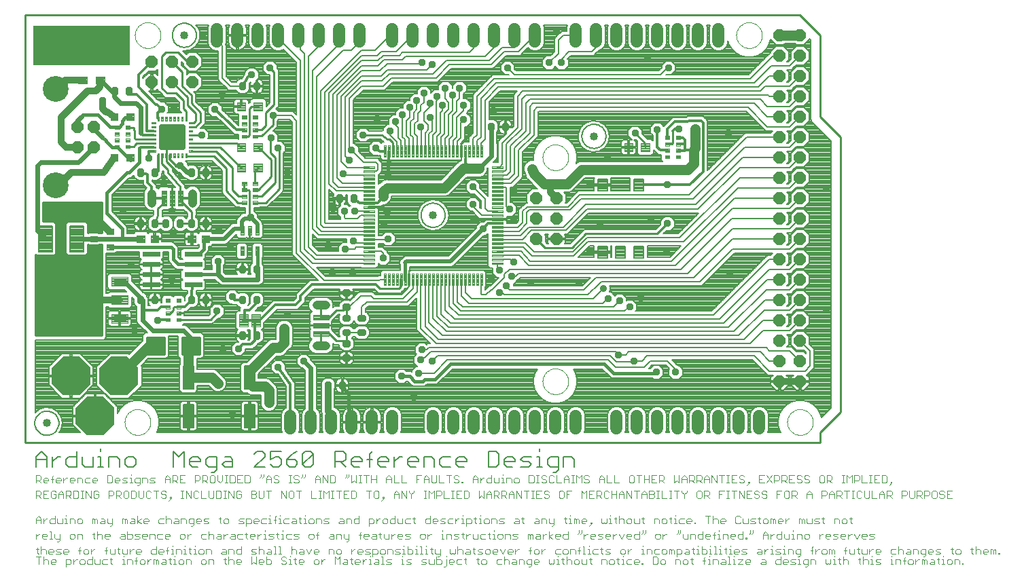
<source format=gtl>
G75*
G70*
%OFA0B0*%
%FSLAX24Y24*%
%IPPOS*%
%LPD*%
%AMOC8*
5,1,8,0,0,1.08239X$1,22.5*
%
%ADD10C,0.0100*%
%ADD11C,0.0070*%
%ADD12C,0.0030*%
%ADD13R,0.4724X0.1969*%
%ADD14C,0.0000*%
%ADD15OC8,0.0600*%
%ADD16C,0.0600*%
%ADD17C,0.0055*%
%ADD18C,0.0047*%
%ADD19C,0.0094*%
%ADD20OC8,0.1900*%
%ADD21C,0.0050*%
%ADD22C,0.0400*%
%ADD23C,0.0213*%
%ADD24C,0.0039*%
%ADD25C,0.0048*%
%ADD26C,0.0087*%
%ADD27C,0.0283*%
%ADD28C,0.0040*%
%ADD29OC8,0.0574*%
%ADD30C,0.1266*%
%ADD31C,0.0075*%
%ADD32C,0.0040*%
%ADD33C,0.0040*%
%ADD34C,0.0046*%
%ADD35C,0.0252*%
%ADD36C,0.0041*%
%ADD37C,0.0083*%
%ADD38C,0.0440*%
%ADD39C,0.0039*%
%ADD40C,0.0320*%
%ADD41C,0.0500*%
%ADD42C,0.0120*%
%ADD43C,0.0160*%
%ADD44C,0.0200*%
%ADD45C,0.0240*%
%ADD46OC8,0.0360*%
%ADD47C,0.0080*%
%ADD48C,0.0360*%
D10*
X005038Y006300D02*
X005038Y027300D01*
X043038Y027300D01*
X044038Y026300D01*
X044038Y022300D01*
X045038Y021300D01*
X045038Y007800D01*
X044038Y006800D01*
X044038Y006300D01*
X005038Y006300D01*
X012554Y012328D02*
X014115Y012328D01*
X014438Y012650D01*
X014438Y012750D01*
X012546Y012950D02*
X012338Y012950D01*
X012288Y012900D01*
X012288Y012800D01*
X012130Y012643D01*
X012022Y012643D01*
X019538Y012444D02*
X019932Y012444D01*
X020288Y012800D01*
X020623Y012800D01*
X020788Y012950D01*
X020788Y012400D01*
X020788Y011700D02*
X020788Y011150D01*
X020623Y011300D01*
X020288Y011300D01*
X019932Y011656D01*
X019538Y011656D01*
X019538Y011050D01*
X019538Y012444D02*
X019538Y013050D01*
X022238Y014050D02*
X022438Y013850D01*
X023358Y013850D01*
X023463Y013955D01*
X024438Y014290D02*
X024448Y014300D01*
X024448Y014310D01*
X024447Y014310D01*
X024828Y014300D02*
X024838Y014290D01*
X024828Y014300D02*
X024838Y014310D01*
X024841Y014310D01*
X025235Y014283D02*
X025235Y014310D01*
X025235Y014283D02*
X025248Y014270D01*
X025238Y014260D01*
X025618Y014290D02*
X025638Y014270D01*
X025618Y014290D02*
X025628Y014301D01*
X025628Y014310D01*
X027738Y017050D02*
X027754Y017066D01*
X030518Y015870D02*
X031858Y015870D01*
X032538Y016550D01*
X036038Y016550D01*
X036538Y017050D01*
X036745Y020957D02*
X036788Y021000D01*
X036788Y021600D01*
X035438Y021013D02*
X034944Y021506D01*
X035438Y021013D02*
X035438Y020900D01*
X026618Y020590D02*
X026613Y020610D01*
X026618Y020590D02*
X026608Y020580D01*
X026618Y020570D01*
X026618Y020240D01*
X023069Y020610D02*
X023069Y021019D01*
X022888Y021200D01*
X022788Y021200D01*
X022538Y021400D01*
X021608Y021400D01*
X017488Y020600D02*
X017438Y020750D01*
X017488Y020600D02*
X017488Y018750D01*
X016815Y018078D01*
X016304Y018078D01*
X016304Y018393D02*
X016311Y018400D01*
X016638Y018400D01*
X017288Y019050D01*
X017288Y020300D01*
X017060Y020522D01*
X017060Y021222D01*
X017088Y021250D01*
X016638Y021350D02*
X016326Y021350D01*
X016304Y021328D01*
X016038Y021400D02*
X016038Y022700D01*
X016138Y022800D01*
X016451Y022800D01*
X016838Y022500D02*
X016838Y021850D01*
X016638Y021650D01*
X016311Y021650D01*
X016304Y021643D01*
X016038Y021400D02*
X015965Y021328D01*
X015772Y021328D01*
X015383Y021005D02*
X015625Y020800D01*
X015383Y021005D02*
X013143Y021005D01*
X013143Y020808D02*
X014580Y020808D01*
X015625Y019800D01*
X015188Y019800D02*
X015188Y018700D01*
X015488Y018400D01*
X015765Y018400D01*
X015772Y018393D01*
X015772Y018707D02*
X015772Y019022D01*
X015772Y018707D02*
X015980Y018707D01*
X016038Y018650D01*
X016038Y017575D01*
X016063Y017400D01*
X016088Y017350D01*
X015772Y018078D02*
X015460Y018078D01*
X014888Y018650D01*
X014888Y019750D01*
X014288Y020350D01*
X012971Y020350D01*
X012927Y020394D01*
X013143Y020611D02*
X014377Y020611D01*
X015188Y019800D01*
X016304Y019616D02*
X016451Y019800D01*
X016304Y019616D02*
X016304Y019022D01*
X016304Y018707D02*
X016445Y018707D01*
X017088Y019350D01*
X017088Y020200D01*
X016451Y020800D01*
X016638Y021350D02*
X017188Y021900D01*
X017188Y022350D01*
X016838Y022500D02*
X017238Y022900D01*
X017238Y024500D01*
X017038Y024700D01*
X013238Y025000D02*
X012988Y025000D01*
X012538Y025450D01*
X011938Y025450D01*
X011738Y025250D01*
X011738Y023700D01*
X011988Y023450D01*
X012438Y023450D01*
X012788Y023100D01*
X012788Y022700D01*
X012927Y022561D01*
X012927Y022206D01*
X013143Y021989D02*
X013277Y021989D01*
X013388Y022100D01*
X013388Y022450D01*
X012988Y022850D01*
X012988Y023250D01*
X012238Y024000D01*
X012738Y023800D02*
X012738Y024500D01*
X012238Y025000D01*
X012738Y023800D02*
X013188Y023350D01*
X013188Y022950D01*
X013638Y022500D01*
X013638Y022050D01*
X013380Y021792D01*
X013143Y021792D01*
X013143Y021398D02*
X013688Y021400D01*
X011943Y021005D02*
X011943Y020394D01*
X011943Y020095D01*
X012588Y019450D01*
X012038Y019550D02*
X012038Y019700D01*
X011738Y020000D01*
X011738Y020387D01*
X011746Y020394D01*
X011332Y021005D02*
X010493Y021005D01*
X010388Y020900D01*
X010388Y020850D01*
X010353Y020815D01*
X010066Y020815D01*
X010054Y020828D01*
X010436Y021202D02*
X010388Y021250D01*
X010388Y021500D01*
X010365Y021772D01*
X010054Y021772D01*
X010436Y021202D02*
X011332Y021202D01*
X012038Y019550D02*
X012632Y018856D01*
X012632Y018300D01*
X012632Y018206D01*
X013203Y017635D01*
X013188Y017050D01*
X012638Y017050D01*
X011938Y017050D02*
X011388Y017050D01*
X011538Y017465D01*
X011538Y017800D01*
X011844Y018106D01*
X011844Y018300D01*
D11*
X012304Y005876D02*
X012567Y005612D01*
X012831Y005876D01*
X012831Y005085D01*
X013096Y005217D02*
X013227Y005085D01*
X013491Y005085D01*
X013623Y005349D02*
X013096Y005349D01*
X013096Y005480D02*
X013096Y005217D01*
X013096Y005480D02*
X013227Y005612D01*
X013491Y005612D01*
X013623Y005480D01*
X013623Y005349D01*
X013888Y005480D02*
X013888Y005217D01*
X014019Y005085D01*
X014415Y005085D01*
X014415Y004953D02*
X014415Y005612D01*
X014019Y005612D01*
X013888Y005480D01*
X014679Y005217D02*
X014811Y005349D01*
X015207Y005349D01*
X015207Y005480D02*
X015207Y005085D01*
X014811Y005085D01*
X014679Y005217D01*
X014415Y004953D02*
X014283Y004821D01*
X014151Y004821D01*
X014811Y005612D02*
X015075Y005612D01*
X015207Y005480D01*
X016263Y005744D02*
X016395Y005876D01*
X016659Y005876D01*
X016790Y005744D01*
X016790Y005612D01*
X016263Y005085D01*
X016790Y005085D01*
X017055Y005217D02*
X017187Y005085D01*
X017450Y005085D01*
X017582Y005217D01*
X017582Y005480D01*
X017450Y005612D01*
X017319Y005612D01*
X017055Y005480D01*
X017055Y005876D01*
X017582Y005876D01*
X017847Y005480D02*
X018242Y005480D01*
X018374Y005349D01*
X018374Y005217D01*
X018242Y005085D01*
X017979Y005085D01*
X017847Y005217D01*
X017847Y005480D01*
X018111Y005744D01*
X018374Y005876D01*
X018639Y005744D02*
X018771Y005876D01*
X019034Y005876D01*
X019166Y005744D01*
X018639Y005217D01*
X018771Y005085D01*
X019034Y005085D01*
X019166Y005217D01*
X019166Y005744D01*
X018639Y005744D02*
X018639Y005217D01*
X020223Y005349D02*
X020618Y005349D01*
X020750Y005480D01*
X020750Y005744D01*
X020618Y005876D01*
X020223Y005876D01*
X020223Y005085D01*
X020486Y005349D02*
X020750Y005085D01*
X021014Y005217D02*
X021146Y005085D01*
X021410Y005085D01*
X021542Y005349D02*
X021014Y005349D01*
X021014Y005480D02*
X021014Y005217D01*
X021014Y005480D02*
X021146Y005612D01*
X021410Y005612D01*
X021542Y005480D01*
X021542Y005349D01*
X021806Y005480D02*
X022070Y005480D01*
X022334Y005480D02*
X022334Y005217D01*
X022466Y005085D01*
X022730Y005085D01*
X022861Y005349D02*
X022334Y005349D01*
X022334Y005480D02*
X022466Y005612D01*
X022730Y005612D01*
X022861Y005480D01*
X022861Y005349D01*
X023126Y005349D02*
X023390Y005612D01*
X023521Y005612D01*
X023786Y005480D02*
X023918Y005612D01*
X024181Y005612D01*
X024313Y005480D01*
X024313Y005349D01*
X023786Y005349D01*
X023786Y005480D02*
X023786Y005217D01*
X023918Y005085D01*
X024181Y005085D01*
X024578Y005085D02*
X024578Y005612D01*
X024973Y005612D01*
X025105Y005480D01*
X025105Y005085D01*
X025370Y005217D02*
X025502Y005085D01*
X025897Y005085D01*
X026162Y005217D02*
X026162Y005480D01*
X026293Y005612D01*
X026557Y005612D01*
X026689Y005480D01*
X026689Y005349D01*
X026162Y005349D01*
X026162Y005217D02*
X026293Y005085D01*
X026557Y005085D01*
X025897Y005612D02*
X025502Y005612D01*
X025370Y005480D01*
X025370Y005217D01*
X023126Y005085D02*
X023126Y005612D01*
X022070Y005876D02*
X021938Y005744D01*
X021938Y005085D01*
X027745Y005085D02*
X028141Y005085D01*
X028273Y005217D01*
X028273Y005744D01*
X028141Y005876D01*
X027745Y005876D01*
X027745Y005085D01*
X028537Y005217D02*
X028537Y005480D01*
X028669Y005612D01*
X028933Y005612D01*
X029064Y005480D01*
X029064Y005349D01*
X028537Y005349D01*
X028537Y005217D02*
X028669Y005085D01*
X028933Y005085D01*
X029329Y005085D02*
X029725Y005085D01*
X029856Y005217D01*
X029725Y005349D01*
X029461Y005349D01*
X029329Y005480D01*
X029461Y005612D01*
X029856Y005612D01*
X030121Y005612D02*
X030253Y005612D01*
X030253Y005085D01*
X030121Y005085D02*
X030385Y005085D01*
X030649Y005217D02*
X030781Y005085D01*
X031176Y005085D01*
X031176Y004953D02*
X031176Y005612D01*
X030781Y005612D01*
X030649Y005480D01*
X030649Y005217D01*
X031044Y004821D02*
X031176Y004953D01*
X031044Y004821D02*
X030913Y004821D01*
X031441Y005085D02*
X031441Y005612D01*
X031836Y005612D01*
X031968Y005480D01*
X031968Y005085D01*
X030253Y005876D02*
X030253Y006007D01*
X012304Y005876D02*
X012304Y005085D01*
X010455Y005217D02*
X010324Y005085D01*
X010060Y005085D01*
X009928Y005217D01*
X009928Y005480D01*
X010060Y005612D01*
X010324Y005612D01*
X010455Y005480D01*
X010455Y005217D01*
X009663Y005085D02*
X009663Y005480D01*
X009532Y005612D01*
X009136Y005612D01*
X009136Y005085D01*
X008872Y005085D02*
X008608Y005085D01*
X008740Y005085D02*
X008740Y005612D01*
X008608Y005612D01*
X008344Y005612D02*
X008344Y005085D01*
X007948Y005085D01*
X007817Y005217D01*
X007817Y005612D01*
X007552Y005612D02*
X007156Y005612D01*
X007025Y005480D01*
X007025Y005217D01*
X007156Y005085D01*
X007552Y005085D01*
X007552Y005876D01*
X006760Y005612D02*
X006628Y005612D01*
X006365Y005349D01*
X006365Y005612D02*
X006365Y005085D01*
X006100Y005085D02*
X006100Y005612D01*
X005836Y005876D01*
X005573Y005612D01*
X005573Y005085D01*
X005573Y005480D02*
X006100Y005480D01*
X008740Y005876D02*
X008740Y006007D01*
D12*
X005800Y000685D02*
X005553Y000685D01*
X005676Y000685D02*
X005676Y000315D01*
X005921Y000315D02*
X005921Y000685D01*
X005983Y000562D02*
X006106Y000562D01*
X006168Y000500D01*
X006168Y000315D01*
X006290Y000377D02*
X006290Y000500D01*
X006351Y000562D01*
X006475Y000562D01*
X006536Y000500D01*
X006536Y000438D01*
X006290Y000438D01*
X006290Y000377D02*
X006351Y000315D01*
X006475Y000315D01*
X006535Y000815D02*
X006720Y000815D01*
X006782Y000877D01*
X006720Y000938D01*
X006597Y000938D01*
X006535Y001000D01*
X006597Y001062D01*
X006782Y001062D01*
X006903Y001000D02*
X006965Y001062D01*
X007089Y001062D01*
X007150Y001000D01*
X007150Y000938D01*
X006903Y000938D01*
X006903Y000877D02*
X006903Y001000D01*
X006903Y000877D02*
X006965Y000815D01*
X007089Y000815D01*
X007026Y000562D02*
X007211Y000562D01*
X007273Y000500D01*
X007273Y000377D01*
X007211Y000315D01*
X007026Y000315D01*
X007026Y000192D02*
X007026Y000562D01*
X007394Y000562D02*
X007394Y000315D01*
X007394Y000438D02*
X007518Y000562D01*
X007580Y000562D01*
X007701Y000500D02*
X007701Y000377D01*
X007763Y000315D01*
X007887Y000315D01*
X007948Y000377D01*
X007948Y000500D01*
X007887Y000562D01*
X007763Y000562D01*
X007701Y000500D01*
X007702Y000815D02*
X007702Y001124D01*
X007763Y001185D01*
X007763Y001000D02*
X007640Y001000D01*
X007886Y001000D02*
X007886Y000877D01*
X007947Y000815D01*
X008071Y000815D01*
X008132Y000877D01*
X008132Y001000D01*
X008071Y001062D01*
X007947Y001062D01*
X007886Y001000D01*
X008254Y000938D02*
X008377Y001062D01*
X008439Y001062D01*
X008254Y001062D02*
X008254Y000815D01*
X008317Y000685D02*
X008317Y000315D01*
X008131Y000315D01*
X008070Y000377D01*
X008070Y000500D01*
X008131Y000562D01*
X008317Y000562D01*
X008438Y000562D02*
X008438Y000377D01*
X008500Y000315D01*
X008685Y000315D01*
X008685Y000562D01*
X008806Y000500D02*
X008806Y000377D01*
X008868Y000315D01*
X009053Y000315D01*
X009236Y000377D02*
X009298Y000315D01*
X009236Y000377D02*
X009236Y000624D01*
X009175Y000562D02*
X009298Y000562D01*
X009053Y000562D02*
X008868Y000562D01*
X008806Y000500D01*
X008991Y000815D02*
X008991Y001124D01*
X009053Y001185D01*
X009175Y001062D02*
X009175Y000877D01*
X009236Y000815D01*
X009422Y000815D01*
X009422Y001062D01*
X009543Y001062D02*
X009666Y001062D01*
X009605Y001124D02*
X009605Y000877D01*
X009666Y000815D01*
X009789Y000877D02*
X009850Y000815D01*
X010035Y000815D01*
X010035Y001062D01*
X010157Y001062D02*
X010157Y000815D01*
X010157Y000938D02*
X010280Y001062D01*
X010342Y001062D01*
X010464Y001000D02*
X010525Y001062D01*
X010649Y001062D01*
X010711Y001000D01*
X010711Y000938D01*
X010464Y000938D01*
X010464Y000877D02*
X010464Y001000D01*
X010464Y000877D02*
X010525Y000815D01*
X010649Y000815D01*
X010526Y000685D02*
X010464Y000624D01*
X010464Y000315D01*
X010281Y000315D02*
X010281Y000500D01*
X010219Y000562D01*
X010034Y000562D01*
X010034Y000315D01*
X009912Y000315D02*
X009789Y000315D01*
X009850Y000315D02*
X009850Y000562D01*
X009789Y000562D01*
X009850Y000685D02*
X009850Y000747D01*
X009789Y000877D02*
X009789Y001062D01*
X009053Y001000D02*
X008929Y001000D01*
X008991Y001565D02*
X008929Y001627D01*
X008929Y001750D01*
X008991Y001812D01*
X009114Y001812D01*
X009176Y001750D01*
X009176Y001688D01*
X008929Y001688D01*
X008808Y001750D02*
X008808Y001565D01*
X008991Y001565D02*
X009114Y001565D01*
X008808Y001750D02*
X008746Y001812D01*
X008623Y001812D01*
X008561Y001750D01*
X008439Y001812D02*
X008315Y001812D01*
X008377Y001874D02*
X008377Y001627D01*
X008439Y001565D01*
X008561Y001565D02*
X008561Y001935D01*
X009175Y002192D02*
X009237Y002192D01*
X009299Y002253D01*
X009299Y002562D01*
X009299Y002315D02*
X009114Y002315D01*
X009052Y002377D01*
X009052Y002562D01*
X008930Y002500D02*
X008930Y002315D01*
X008745Y002315D01*
X008684Y002377D01*
X008745Y002438D01*
X008930Y002438D01*
X008930Y002500D02*
X008869Y002562D01*
X008745Y002562D01*
X008562Y002500D02*
X008562Y002315D01*
X008439Y002315D02*
X008439Y002500D01*
X008500Y002562D01*
X008562Y002500D01*
X008439Y002500D02*
X008377Y002562D01*
X008315Y002562D01*
X008315Y002315D01*
X007826Y002377D02*
X007826Y002500D01*
X007764Y002562D01*
X007640Y002562D01*
X007579Y002500D01*
X007579Y002377D01*
X007640Y002315D01*
X007764Y002315D01*
X007826Y002377D01*
X007457Y002315D02*
X007457Y002500D01*
X007395Y002562D01*
X007210Y002562D01*
X007210Y002315D01*
X007088Y002315D02*
X006965Y002315D01*
X007026Y002315D02*
X007026Y002562D01*
X006965Y002562D01*
X006843Y002562D02*
X006843Y002315D01*
X006658Y002315D01*
X006596Y002377D01*
X006596Y002562D01*
X006475Y002562D02*
X006290Y002562D01*
X006228Y002500D01*
X006228Y002377D01*
X006290Y002315D01*
X006475Y002315D01*
X006475Y002685D01*
X006106Y002562D02*
X006045Y002562D01*
X005921Y002438D01*
X005921Y002315D02*
X005921Y002562D01*
X005800Y002562D02*
X005676Y002685D01*
X005553Y002562D01*
X005553Y002315D01*
X005553Y002500D02*
X005800Y002500D01*
X005800Y002562D02*
X005800Y002315D01*
X005738Y001812D02*
X005676Y001812D01*
X005553Y001688D01*
X005553Y001565D02*
X005553Y001812D01*
X005860Y001750D02*
X005860Y001627D01*
X005922Y001565D01*
X006045Y001565D01*
X006107Y001688D02*
X005860Y001688D01*
X005860Y001750D02*
X005922Y001812D01*
X006045Y001812D01*
X006107Y001750D01*
X006107Y001688D01*
X006228Y001565D02*
X006352Y001565D01*
X006290Y001565D02*
X006290Y001935D01*
X006228Y001935D01*
X006474Y001812D02*
X006474Y001627D01*
X006535Y001565D01*
X006721Y001565D01*
X006721Y001503D02*
X006659Y001442D01*
X006597Y001442D01*
X006721Y001503D02*
X006721Y001812D01*
X007210Y001750D02*
X007210Y001627D01*
X007272Y001565D01*
X007395Y001565D01*
X007457Y001627D01*
X007457Y001750D01*
X007395Y001812D01*
X007272Y001812D01*
X007210Y001750D01*
X007579Y001812D02*
X007579Y001565D01*
X007826Y001565D02*
X007826Y001750D01*
X007764Y001812D01*
X007579Y001812D01*
X007026Y002685D02*
X007026Y002747D01*
X007026Y003565D02*
X007026Y003935D01*
X007211Y003935D01*
X007273Y003874D01*
X007273Y003750D01*
X007211Y003688D01*
X007026Y003688D01*
X007150Y003688D02*
X007273Y003565D01*
X007394Y003565D02*
X007580Y003565D01*
X007641Y003627D01*
X007641Y003874D01*
X007580Y003935D01*
X007394Y003935D01*
X007394Y003565D01*
X007763Y003565D02*
X007886Y003565D01*
X007825Y003565D02*
X007825Y003935D01*
X007886Y003935D02*
X007763Y003935D01*
X008008Y003935D02*
X008255Y003565D01*
X008255Y003935D01*
X008377Y003874D02*
X008377Y003627D01*
X008438Y003565D01*
X008562Y003565D01*
X008624Y003627D01*
X008624Y003750D01*
X008500Y003750D01*
X008377Y003874D02*
X008438Y003935D01*
X008562Y003935D01*
X008624Y003874D01*
X009113Y003935D02*
X009113Y003565D01*
X009113Y003688D02*
X009298Y003688D01*
X009360Y003750D01*
X009360Y003874D01*
X009298Y003935D01*
X009113Y003935D01*
X009482Y003935D02*
X009667Y003935D01*
X009728Y003874D01*
X009728Y003750D01*
X009667Y003688D01*
X009482Y003688D01*
X009482Y003565D02*
X009482Y003935D01*
X009605Y003688D02*
X009728Y003565D01*
X009850Y003627D02*
X009912Y003565D01*
X010035Y003565D01*
X010097Y003627D01*
X010097Y003874D01*
X010035Y003935D01*
X009912Y003935D01*
X009850Y003874D01*
X009850Y003627D01*
X010218Y003565D02*
X010218Y003935D01*
X010403Y003935D01*
X010465Y003874D01*
X010465Y003627D01*
X010403Y003565D01*
X010218Y003565D01*
X010587Y003627D02*
X010648Y003565D01*
X010772Y003565D01*
X010833Y003627D01*
X010833Y003935D01*
X010955Y003874D02*
X010955Y003627D01*
X011017Y003565D01*
X011140Y003565D01*
X011202Y003627D01*
X011202Y003874D02*
X011140Y003935D01*
X011017Y003935D01*
X010955Y003874D01*
X011323Y003935D02*
X011570Y003935D01*
X011447Y003935D02*
X011447Y003565D01*
X011691Y003627D02*
X011753Y003565D01*
X011877Y003565D01*
X011938Y003627D01*
X011938Y003688D01*
X011877Y003750D01*
X011753Y003750D01*
X011691Y003812D01*
X011691Y003874D01*
X011753Y003935D01*
X011877Y003935D01*
X011938Y003874D01*
X012122Y003627D02*
X012122Y003565D01*
X012183Y003565D01*
X012183Y003627D01*
X012122Y003627D01*
X012183Y003565D02*
X012060Y003442D01*
X012674Y003565D02*
X012797Y003565D01*
X012735Y003565D02*
X012735Y003935D01*
X012674Y003935D02*
X012797Y003935D01*
X012919Y003935D02*
X013166Y003565D01*
X013166Y003935D01*
X013287Y003874D02*
X013287Y003627D01*
X013349Y003565D01*
X013473Y003565D01*
X013534Y003627D01*
X013656Y003565D02*
X013903Y003565D01*
X014024Y003627D02*
X014086Y003565D01*
X014209Y003565D01*
X014271Y003627D01*
X014271Y003935D01*
X014392Y003935D02*
X014392Y003565D01*
X014578Y003565D01*
X014639Y003627D01*
X014639Y003874D01*
X014578Y003935D01*
X014392Y003935D01*
X014024Y003935D02*
X014024Y003627D01*
X013656Y003565D02*
X013656Y003935D01*
X013534Y003874D02*
X013473Y003935D01*
X013349Y003935D01*
X013287Y003874D01*
X012919Y003935D02*
X012919Y003565D01*
X012859Y004315D02*
X012612Y004315D01*
X012612Y004685D01*
X012859Y004685D01*
X012736Y004500D02*
X012612Y004500D01*
X012491Y004500D02*
X012429Y004438D01*
X012244Y004438D01*
X012244Y004315D02*
X012244Y004685D01*
X012429Y004685D01*
X012491Y004624D01*
X012491Y004500D01*
X012367Y004438D02*
X012491Y004315D01*
X012123Y004315D02*
X012123Y004562D01*
X011999Y004685D01*
X011876Y004562D01*
X011876Y004315D01*
X011876Y004500D02*
X012123Y004500D01*
X011386Y004562D02*
X011201Y004562D01*
X011139Y004500D01*
X011201Y004438D01*
X011324Y004438D01*
X011386Y004377D01*
X011324Y004315D01*
X011139Y004315D01*
X011018Y004315D02*
X011018Y004500D01*
X010956Y004562D01*
X010771Y004562D01*
X010771Y004315D01*
X010649Y004315D02*
X010464Y004315D01*
X010402Y004377D01*
X010402Y004500D01*
X010464Y004562D01*
X010649Y004562D01*
X010649Y004253D01*
X010588Y004192D01*
X010526Y004192D01*
X010587Y003935D02*
X010587Y003627D01*
X010280Y004315D02*
X010157Y004315D01*
X010219Y004315D02*
X010219Y004562D01*
X010157Y004562D01*
X010035Y004562D02*
X009850Y004562D01*
X009789Y004500D01*
X009850Y004438D01*
X009974Y004438D01*
X010035Y004377D01*
X009974Y004315D01*
X009789Y004315D01*
X009667Y004438D02*
X009420Y004438D01*
X009420Y004377D02*
X009420Y004500D01*
X009482Y004562D01*
X009605Y004562D01*
X009667Y004500D01*
X009667Y004438D01*
X009605Y004315D02*
X009482Y004315D01*
X009420Y004377D01*
X009299Y004377D02*
X009299Y004624D01*
X009237Y004685D01*
X009052Y004685D01*
X009052Y004315D01*
X009237Y004315D01*
X009299Y004377D01*
X008562Y004438D02*
X008315Y004438D01*
X008315Y004377D02*
X008315Y004500D01*
X008377Y004562D01*
X008500Y004562D01*
X008562Y004500D01*
X008562Y004438D01*
X008500Y004315D02*
X008377Y004315D01*
X008315Y004377D01*
X008194Y004315D02*
X008009Y004315D01*
X007947Y004377D01*
X007947Y004500D01*
X008009Y004562D01*
X008194Y004562D01*
X007826Y004500D02*
X007826Y004315D01*
X007826Y004500D02*
X007764Y004562D01*
X007579Y004562D01*
X007579Y004315D01*
X007457Y004438D02*
X007210Y004438D01*
X007210Y004377D02*
X007210Y004500D01*
X007272Y004562D01*
X007395Y004562D01*
X007457Y004500D01*
X007457Y004438D01*
X007395Y004315D02*
X007272Y004315D01*
X007210Y004377D01*
X007089Y004562D02*
X007027Y004562D01*
X006903Y004438D01*
X006782Y004438D02*
X006535Y004438D01*
X006535Y004377D02*
X006535Y004500D01*
X006597Y004562D01*
X006720Y004562D01*
X006782Y004500D01*
X006782Y004438D01*
X006720Y004315D02*
X006597Y004315D01*
X006535Y004377D01*
X006413Y004500D02*
X006290Y004500D01*
X006168Y004500D02*
X006168Y004438D01*
X005921Y004438D01*
X005921Y004377D02*
X005921Y004500D01*
X005983Y004562D01*
X006106Y004562D01*
X006168Y004500D01*
X006106Y004315D02*
X005983Y004315D01*
X005921Y004377D01*
X005800Y004315D02*
X005676Y004438D01*
X005738Y004438D02*
X005553Y004438D01*
X005553Y004315D02*
X005553Y004685D01*
X005738Y004685D01*
X005800Y004624D01*
X005800Y004500D01*
X005738Y004438D01*
X006351Y004315D02*
X006351Y004624D01*
X006413Y004685D01*
X006903Y004562D02*
X006903Y004315D01*
X006781Y003935D02*
X006905Y003812D01*
X006905Y003565D01*
X006905Y003750D02*
X006658Y003750D01*
X006658Y003812D02*
X006781Y003935D01*
X006658Y003812D02*
X006658Y003565D01*
X006536Y003627D02*
X006536Y003750D01*
X006413Y003750D01*
X006536Y003627D02*
X006475Y003565D01*
X006351Y003565D01*
X006290Y003627D01*
X006290Y003874D01*
X006351Y003935D01*
X006475Y003935D01*
X006536Y003874D01*
X006168Y003935D02*
X005921Y003935D01*
X005921Y003565D01*
X006168Y003565D01*
X006045Y003750D02*
X005921Y003750D01*
X005800Y003750D02*
X005738Y003688D01*
X005553Y003688D01*
X005553Y003565D02*
X005553Y003935D01*
X005738Y003935D01*
X005800Y003874D01*
X005800Y003750D01*
X005676Y003688D02*
X005800Y003565D01*
X008008Y003565D02*
X008008Y003935D01*
X010219Y004685D02*
X010219Y004747D01*
X013349Y004685D02*
X013349Y004315D01*
X013349Y004438D02*
X013534Y004438D01*
X013596Y004500D01*
X013596Y004624D01*
X013534Y004685D01*
X013349Y004685D01*
X013717Y004685D02*
X013902Y004685D01*
X013964Y004624D01*
X013964Y004500D01*
X013902Y004438D01*
X013717Y004438D01*
X013717Y004315D02*
X013717Y004685D01*
X013841Y004438D02*
X013964Y004315D01*
X014086Y004377D02*
X014147Y004315D01*
X014271Y004315D01*
X014332Y004377D01*
X014332Y004624D01*
X014271Y004685D01*
X014147Y004685D01*
X014086Y004624D01*
X014086Y004377D01*
X014454Y004438D02*
X014454Y004685D01*
X014454Y004438D02*
X014577Y004315D01*
X014701Y004438D01*
X014701Y004685D01*
X014822Y004685D02*
X014946Y004685D01*
X014884Y004685D02*
X014884Y004315D01*
X014822Y004315D02*
X014946Y004315D01*
X015068Y004315D02*
X015253Y004315D01*
X015315Y004377D01*
X015315Y004624D01*
X015253Y004685D01*
X015068Y004685D01*
X015068Y004315D01*
X015436Y004315D02*
X015436Y004685D01*
X015683Y004685D01*
X015804Y004685D02*
X015989Y004685D01*
X016051Y004624D01*
X016051Y004377D01*
X015989Y004315D01*
X015804Y004315D01*
X015804Y004685D01*
X015559Y004500D02*
X015436Y004500D01*
X015436Y004315D02*
X015683Y004315D01*
X015560Y003935D02*
X015436Y003935D01*
X015375Y003874D01*
X015375Y003627D01*
X015436Y003565D01*
X015560Y003565D01*
X015621Y003627D01*
X015621Y003750D01*
X015498Y003750D01*
X015621Y003874D02*
X015560Y003935D01*
X015253Y003935D02*
X015253Y003565D01*
X015006Y003935D01*
X015006Y003565D01*
X014884Y003565D02*
X014761Y003565D01*
X014822Y003565D02*
X014822Y003935D01*
X014761Y003935D02*
X014884Y003935D01*
X016111Y003935D02*
X016111Y003565D01*
X016296Y003565D01*
X016358Y003627D01*
X016358Y003688D01*
X016296Y003750D01*
X016111Y003750D01*
X016111Y003935D02*
X016296Y003935D01*
X016358Y003874D01*
X016358Y003812D01*
X016296Y003750D01*
X016480Y003627D02*
X016480Y003935D01*
X016726Y003935D02*
X016726Y003627D01*
X016665Y003565D01*
X016541Y003565D01*
X016480Y003627D01*
X016848Y003935D02*
X017095Y003935D01*
X016971Y003935D02*
X016971Y003565D01*
X017584Y003565D02*
X017584Y003935D01*
X017831Y003565D01*
X017831Y003935D01*
X017953Y003874D02*
X017953Y003627D01*
X018015Y003565D01*
X018138Y003565D01*
X018200Y003627D01*
X018200Y003874D01*
X018138Y003935D01*
X018015Y003935D01*
X017953Y003874D01*
X018321Y003935D02*
X018568Y003935D01*
X018445Y003935D02*
X018445Y003565D01*
X019058Y003565D02*
X019058Y003935D01*
X019426Y003935D02*
X019550Y003935D01*
X019488Y003935D02*
X019488Y003565D01*
X019426Y003565D02*
X019550Y003565D01*
X019672Y003565D02*
X019672Y003935D01*
X019795Y003812D01*
X019918Y003935D01*
X019918Y003565D01*
X020040Y003565D02*
X020163Y003565D01*
X020102Y003565D02*
X020102Y003935D01*
X020163Y003935D02*
X020040Y003935D01*
X020285Y003935D02*
X020532Y003935D01*
X020654Y003935D02*
X020654Y003565D01*
X020901Y003565D01*
X021022Y003565D02*
X021207Y003565D01*
X021269Y003627D01*
X021269Y003874D01*
X021207Y003935D01*
X021022Y003935D01*
X021022Y003565D01*
X020777Y003750D02*
X020654Y003750D01*
X020654Y003935D02*
X020901Y003935D01*
X020409Y003935D02*
X020409Y003565D01*
X019305Y003565D02*
X019058Y003565D01*
X019242Y004315D02*
X019242Y004562D01*
X019365Y004685D01*
X019489Y004562D01*
X019489Y004315D01*
X019610Y004315D02*
X019610Y004685D01*
X019857Y004315D01*
X019857Y004685D01*
X019979Y004685D02*
X020164Y004685D01*
X020225Y004624D01*
X020225Y004377D01*
X020164Y004315D01*
X019979Y004315D01*
X019979Y004685D01*
X019489Y004500D02*
X019242Y004500D01*
X018752Y004624D02*
X018690Y004562D01*
X018628Y004624D02*
X018567Y004562D01*
X018628Y004624D02*
X018628Y004747D01*
X018752Y004747D02*
X018752Y004624D01*
X018445Y004624D02*
X018384Y004685D01*
X018260Y004685D01*
X018198Y004624D01*
X018198Y004562D01*
X018260Y004500D01*
X018384Y004500D01*
X018445Y004438D01*
X018445Y004377D01*
X018384Y004315D01*
X018260Y004315D01*
X018198Y004377D01*
X018076Y004315D02*
X017953Y004315D01*
X018015Y004315D02*
X018015Y004685D01*
X018076Y004685D02*
X017953Y004685D01*
X017463Y004624D02*
X017401Y004685D01*
X017278Y004685D01*
X017216Y004624D01*
X017216Y004562D01*
X017278Y004500D01*
X017401Y004500D01*
X017463Y004438D01*
X017463Y004377D01*
X017401Y004315D01*
X017278Y004315D01*
X017216Y004377D01*
X017095Y004315D02*
X017095Y004562D01*
X016971Y004685D01*
X016848Y004562D01*
X016848Y004315D01*
X016848Y004500D02*
X017095Y004500D01*
X016726Y004624D02*
X016664Y004562D01*
X016603Y004624D02*
X016541Y004562D01*
X016603Y004624D02*
X016603Y004747D01*
X016726Y004747D02*
X016726Y004624D01*
X017032Y002747D02*
X017032Y002685D01*
X017032Y002562D02*
X016971Y002562D01*
X017032Y002562D02*
X017032Y002315D01*
X016971Y002315D02*
X017094Y002315D01*
X017278Y002315D02*
X017278Y002624D01*
X017340Y002685D01*
X017462Y002562D02*
X017523Y002562D01*
X017523Y002315D01*
X017462Y002315D02*
X017585Y002315D01*
X017707Y002377D02*
X017769Y002315D01*
X017954Y002315D01*
X018076Y002377D02*
X018137Y002438D01*
X018322Y002438D01*
X018322Y002500D02*
X018322Y002315D01*
X018137Y002315D01*
X018076Y002377D01*
X018137Y002562D02*
X018261Y002562D01*
X018322Y002500D01*
X018444Y002562D02*
X018567Y002562D01*
X018506Y002624D02*
X018506Y002377D01*
X018567Y002315D01*
X018689Y002315D02*
X018813Y002315D01*
X018751Y002315D02*
X018751Y002562D01*
X018689Y002562D01*
X018751Y002685D02*
X018751Y002747D01*
X018997Y002562D02*
X018935Y002500D01*
X018935Y002377D01*
X018997Y002315D01*
X019120Y002315D01*
X019182Y002377D01*
X019182Y002500D01*
X019120Y002562D01*
X018997Y002562D01*
X019303Y002562D02*
X019488Y002562D01*
X019550Y002500D01*
X019550Y002315D01*
X019672Y002315D02*
X019857Y002315D01*
X019918Y002377D01*
X019857Y002438D01*
X019733Y002438D01*
X019672Y002500D01*
X019733Y002562D01*
X019918Y002562D01*
X020408Y002377D02*
X020470Y002438D01*
X020655Y002438D01*
X020655Y002500D02*
X020655Y002315D01*
X020470Y002315D01*
X020408Y002377D01*
X020470Y002562D02*
X020593Y002562D01*
X020655Y002500D01*
X020777Y002562D02*
X020962Y002562D01*
X021023Y002500D01*
X021023Y002315D01*
X021145Y002377D02*
X021145Y002500D01*
X021207Y002562D01*
X021392Y002562D01*
X021392Y002685D02*
X021392Y002315D01*
X021207Y002315D01*
X021145Y002377D01*
X020777Y002315D02*
X020777Y002562D01*
X020654Y001812D02*
X020654Y001627D01*
X020716Y001565D01*
X020901Y001565D01*
X020901Y001503D02*
X020839Y001442D01*
X020777Y001442D01*
X020901Y001503D02*
X020901Y001812D01*
X020532Y001750D02*
X020532Y001565D01*
X020532Y001750D02*
X020471Y001812D01*
X020285Y001812D01*
X020285Y001565D01*
X020164Y001565D02*
X020164Y001750D01*
X020102Y001812D01*
X019979Y001812D01*
X019979Y001688D02*
X020164Y001688D01*
X020164Y001565D02*
X019979Y001565D01*
X019917Y001627D01*
X019979Y001688D01*
X019427Y001750D02*
X019303Y001750D01*
X019182Y001750D02*
X019120Y001812D01*
X018997Y001812D01*
X018935Y001750D01*
X018935Y001627D01*
X018997Y001565D01*
X019120Y001565D01*
X019182Y001627D01*
X019182Y001750D01*
X019365Y001874D02*
X019427Y001935D01*
X019365Y001874D02*
X019365Y001565D01*
X019366Y001062D02*
X019427Y001000D01*
X019427Y000938D01*
X019181Y000938D01*
X019181Y000877D02*
X019181Y001000D01*
X019242Y001062D01*
X019366Y001062D01*
X019366Y000815D02*
X019242Y000815D01*
X019181Y000877D01*
X019059Y001062D02*
X018936Y000815D01*
X018812Y001062D01*
X018691Y001000D02*
X018691Y000815D01*
X018506Y000815D01*
X018444Y000877D01*
X018506Y000938D01*
X018691Y000938D01*
X018691Y001000D02*
X018629Y001062D01*
X018506Y001062D01*
X018322Y001000D02*
X018322Y000815D01*
X018322Y001000D02*
X018261Y001062D01*
X018137Y001062D01*
X018076Y001000D01*
X018076Y001185D02*
X018076Y000815D01*
X018015Y000747D02*
X018015Y000685D01*
X018015Y000562D02*
X018015Y000315D01*
X018076Y000315D02*
X017953Y000315D01*
X017831Y000377D02*
X017770Y000315D01*
X017646Y000315D01*
X017584Y000377D01*
X017646Y000500D02*
X017770Y000500D01*
X017831Y000438D01*
X017831Y000377D01*
X017953Y000562D02*
X018015Y000562D01*
X018198Y000562D02*
X018322Y000562D01*
X018260Y000624D02*
X018260Y000377D01*
X018322Y000315D01*
X018444Y000377D02*
X018444Y000500D01*
X018506Y000562D01*
X018629Y000562D01*
X018691Y000500D01*
X018691Y000438D01*
X018444Y000438D01*
X018444Y000377D02*
X018506Y000315D01*
X018629Y000315D01*
X019181Y000377D02*
X019242Y000315D01*
X019366Y000315D01*
X019427Y000377D01*
X019427Y000500D01*
X019366Y000562D01*
X019242Y000562D01*
X019181Y000500D01*
X019181Y000377D01*
X019549Y000438D02*
X019672Y000562D01*
X019734Y000562D01*
X019549Y000562D02*
X019549Y000315D01*
X019917Y000815D02*
X019917Y001062D01*
X020102Y001062D01*
X020164Y001000D01*
X020164Y000815D01*
X020285Y000877D02*
X020347Y000815D01*
X020471Y000815D01*
X020532Y000877D01*
X020532Y001000D01*
X020471Y001062D01*
X020347Y001062D01*
X020285Y001000D01*
X020285Y000877D01*
X020224Y000685D02*
X020348Y000562D01*
X020471Y000685D01*
X020471Y000315D01*
X020592Y000377D02*
X020654Y000438D01*
X020839Y000438D01*
X020839Y000500D02*
X020839Y000315D01*
X020654Y000315D01*
X020592Y000377D01*
X020654Y000562D02*
X020778Y000562D01*
X020839Y000500D01*
X020961Y000562D02*
X021084Y000562D01*
X021022Y000624D02*
X021022Y000377D01*
X021084Y000315D01*
X021206Y000377D02*
X021206Y000500D01*
X021268Y000562D01*
X021391Y000562D01*
X021453Y000500D01*
X021453Y000438D01*
X021206Y000438D01*
X021206Y000377D02*
X021268Y000315D01*
X021391Y000315D01*
X021575Y000315D02*
X021575Y000562D01*
X021698Y000562D02*
X021760Y000562D01*
X021698Y000562D02*
X021575Y000438D01*
X021881Y000315D02*
X022005Y000315D01*
X021943Y000315D02*
X021943Y000562D01*
X021881Y000562D01*
X021943Y000685D02*
X021943Y000747D01*
X021882Y000815D02*
X021944Y000877D01*
X021882Y000938D01*
X021759Y000938D01*
X021697Y001000D01*
X021759Y001062D01*
X021944Y001062D01*
X022066Y001062D02*
X022251Y001062D01*
X022313Y001000D01*
X022313Y000877D01*
X022251Y000815D01*
X022066Y000815D01*
X022066Y000692D02*
X022066Y001062D01*
X021882Y000815D02*
X021697Y000815D01*
X021576Y000938D02*
X021329Y000938D01*
X021329Y000877D02*
X021329Y001000D01*
X021391Y001062D01*
X021514Y001062D01*
X021576Y001000D01*
X021576Y000938D01*
X021514Y000815D02*
X021391Y000815D01*
X021329Y000877D01*
X021207Y001062D02*
X021146Y001062D01*
X021022Y000938D01*
X021022Y000815D02*
X021022Y001062D01*
X020224Y000685D02*
X020224Y000315D01*
X022127Y000377D02*
X022189Y000438D01*
X022374Y000438D01*
X022374Y000500D02*
X022374Y000315D01*
X022189Y000315D01*
X022127Y000377D01*
X022189Y000562D02*
X022312Y000562D01*
X022374Y000500D01*
X022495Y000315D02*
X022619Y000315D01*
X022557Y000315D02*
X022557Y000685D01*
X022495Y000685D01*
X022496Y000815D02*
X022434Y000877D01*
X022434Y001000D01*
X022496Y001062D01*
X022619Y001062D01*
X022681Y001000D01*
X022681Y000877D01*
X022619Y000815D01*
X022496Y000815D01*
X022802Y000815D02*
X022802Y001062D01*
X022987Y001062D01*
X023049Y001000D01*
X023049Y000815D01*
X023171Y000815D02*
X023356Y000815D01*
X023417Y000877D01*
X023356Y000938D01*
X023232Y000938D01*
X023171Y001000D01*
X023232Y001062D01*
X023417Y001062D01*
X023539Y001062D02*
X023601Y001062D01*
X023601Y000815D01*
X023662Y000815D02*
X023539Y000815D01*
X023539Y000747D02*
X023539Y000685D01*
X023539Y000562D02*
X023539Y000315D01*
X023478Y000315D02*
X023601Y000315D01*
X023723Y000315D02*
X023908Y000315D01*
X023970Y000377D01*
X023908Y000438D01*
X023785Y000438D01*
X023723Y000500D01*
X023785Y000562D01*
X023970Y000562D01*
X023970Y000815D02*
X023784Y000815D01*
X023784Y001185D01*
X023784Y001062D02*
X023970Y001062D01*
X024031Y001000D01*
X024031Y000877D01*
X023970Y000815D01*
X024153Y000815D02*
X024276Y000815D01*
X024214Y000815D02*
X024214Y001062D01*
X024153Y001062D01*
X024214Y001185D02*
X024214Y001247D01*
X024398Y001185D02*
X024460Y001185D01*
X024460Y000815D01*
X024398Y000815D02*
X024522Y000815D01*
X024644Y000815D02*
X024767Y000815D01*
X024706Y000815D02*
X024706Y001062D01*
X024644Y001062D01*
X024706Y001185D02*
X024706Y001247D01*
X024889Y001062D02*
X025013Y001062D01*
X024951Y001124D02*
X024951Y000877D01*
X025013Y000815D01*
X025135Y000877D02*
X025197Y000815D01*
X025382Y000815D01*
X025382Y000753D02*
X025320Y000692D01*
X025258Y000692D01*
X025196Y000685D02*
X025196Y000315D01*
X025381Y000315D01*
X025443Y000377D01*
X025443Y000500D01*
X025381Y000562D01*
X025196Y000562D01*
X025075Y000562D02*
X025075Y000315D01*
X024890Y000315D01*
X024828Y000377D01*
X024828Y000562D01*
X024707Y000562D02*
X024521Y000562D01*
X024460Y000500D01*
X024521Y000438D01*
X024645Y000438D01*
X024707Y000377D01*
X024645Y000315D01*
X024460Y000315D01*
X025382Y000753D02*
X025382Y001062D01*
X025135Y001062D02*
X025135Y000877D01*
X025688Y000747D02*
X025688Y000685D01*
X025688Y000562D02*
X025688Y000253D01*
X025626Y000192D01*
X025565Y000192D01*
X025810Y000377D02*
X025810Y000500D01*
X025872Y000562D01*
X025995Y000562D01*
X026057Y000500D01*
X026057Y000438D01*
X025810Y000438D01*
X025810Y000377D02*
X025872Y000315D01*
X025995Y000315D01*
X026178Y000377D02*
X026240Y000315D01*
X026425Y000315D01*
X026609Y000377D02*
X026609Y000624D01*
X026670Y000562D02*
X026547Y000562D01*
X026425Y000562D02*
X026240Y000562D01*
X026178Y000500D01*
X026178Y000377D01*
X026609Y000377D02*
X026670Y000315D01*
X026670Y000815D02*
X026608Y000877D01*
X026670Y000938D01*
X026855Y000938D01*
X026855Y001000D02*
X026855Y000815D01*
X026670Y000815D01*
X026487Y000815D02*
X026487Y001000D01*
X026425Y001062D01*
X026302Y001062D01*
X026240Y001000D01*
X026118Y001062D02*
X026118Y000877D01*
X026057Y000815D01*
X025995Y000877D01*
X025933Y000815D01*
X025872Y000877D01*
X025872Y001062D01*
X026240Y001185D02*
X026240Y000815D01*
X026670Y001062D02*
X026793Y001062D01*
X026855Y001000D01*
X026977Y001062D02*
X027100Y001062D01*
X027038Y001124D02*
X027038Y000877D01*
X027100Y000815D01*
X027222Y000815D02*
X027407Y000815D01*
X027469Y000877D01*
X027407Y000938D01*
X027284Y000938D01*
X027222Y001000D01*
X027284Y001062D01*
X027469Y001062D01*
X027590Y001000D02*
X027590Y000877D01*
X027652Y000815D01*
X027776Y000815D01*
X027837Y000877D01*
X027837Y001000D01*
X027776Y001062D01*
X027652Y001062D01*
X027590Y001000D01*
X027959Y001000D02*
X028020Y001062D01*
X028144Y001062D01*
X028206Y001000D01*
X028206Y000938D01*
X027959Y000938D01*
X027959Y000877D02*
X027959Y001000D01*
X027959Y000877D02*
X028020Y000815D01*
X028144Y000815D01*
X028205Y000562D02*
X028143Y000500D01*
X028143Y000377D01*
X028205Y000315D01*
X028390Y000315D01*
X028511Y000315D02*
X028511Y000685D01*
X028573Y000562D02*
X028696Y000562D01*
X028758Y000500D01*
X028758Y000315D01*
X028879Y000377D02*
X028941Y000438D01*
X029126Y000438D01*
X029126Y000500D02*
X029126Y000315D01*
X028941Y000315D01*
X028879Y000377D01*
X028941Y000562D02*
X029065Y000562D01*
X029126Y000500D01*
X029248Y000562D02*
X029433Y000562D01*
X029495Y000500D01*
X029495Y000315D01*
X029616Y000377D02*
X029678Y000315D01*
X029863Y000315D01*
X029863Y000253D02*
X029863Y000562D01*
X029678Y000562D01*
X029616Y000500D01*
X029616Y000377D01*
X029740Y000192D02*
X029801Y000192D01*
X029863Y000253D01*
X029984Y000377D02*
X029984Y000500D01*
X030046Y000562D01*
X030170Y000562D01*
X030231Y000500D01*
X030231Y000438D01*
X029984Y000438D01*
X029984Y000377D02*
X030046Y000315D01*
X030170Y000315D01*
X030170Y000815D02*
X030231Y000877D01*
X030231Y001000D01*
X030170Y001062D01*
X030046Y001062D01*
X029984Y001000D01*
X029984Y000877D01*
X030046Y000815D01*
X030170Y000815D01*
X030353Y000815D02*
X030353Y001062D01*
X030476Y001062D02*
X030538Y001062D01*
X030476Y001062D02*
X030353Y000938D01*
X029862Y001000D02*
X029739Y001000D01*
X029801Y001124D02*
X029801Y000815D01*
X029801Y001124D02*
X029862Y001185D01*
X029801Y001565D02*
X029801Y001750D01*
X029863Y001812D01*
X029924Y001750D01*
X029924Y001565D01*
X030046Y001627D02*
X030108Y001688D01*
X030293Y001688D01*
X030293Y001750D02*
X030293Y001565D01*
X030108Y001565D01*
X030046Y001627D01*
X030108Y001812D02*
X030231Y001812D01*
X030293Y001750D01*
X030414Y001688D02*
X030538Y001812D01*
X030599Y001812D01*
X030721Y001935D02*
X030721Y001565D01*
X030721Y001688D02*
X030906Y001812D01*
X031028Y001750D02*
X031090Y001812D01*
X031213Y001812D01*
X031275Y001750D01*
X031275Y001688D01*
X031028Y001688D01*
X031028Y001627D02*
X031028Y001750D01*
X031028Y001627D02*
X031090Y001565D01*
X031213Y001565D01*
X031396Y001627D02*
X031396Y001750D01*
X031458Y001812D01*
X031643Y001812D01*
X031643Y001935D02*
X031643Y001565D01*
X031458Y001565D01*
X031396Y001627D01*
X030906Y001565D02*
X030721Y001688D01*
X030414Y001565D02*
X030414Y001812D01*
X030844Y002192D02*
X030906Y002192D01*
X030968Y002253D01*
X030968Y002562D01*
X030721Y002562D02*
X030721Y002377D01*
X030783Y002315D01*
X030968Y002315D01*
X030600Y002315D02*
X030600Y002500D01*
X030538Y002562D01*
X030353Y002562D01*
X030353Y002315D01*
X030231Y002315D02*
X030046Y002315D01*
X029984Y002377D01*
X030046Y002438D01*
X030231Y002438D01*
X030231Y002500D02*
X030231Y002315D01*
X030231Y002500D02*
X030170Y002562D01*
X030046Y002562D01*
X029494Y002562D02*
X029371Y002562D01*
X029432Y002624D02*
X029432Y002377D01*
X029494Y002315D01*
X029249Y002315D02*
X029064Y002315D01*
X029002Y002377D01*
X029064Y002438D01*
X029249Y002438D01*
X029249Y002500D02*
X029249Y002315D01*
X029249Y002500D02*
X029187Y002562D01*
X029064Y002562D01*
X028512Y002562D02*
X028327Y002562D01*
X028266Y002500D01*
X028327Y002438D01*
X028451Y002438D01*
X028512Y002377D01*
X028451Y002315D01*
X028266Y002315D01*
X028144Y002315D02*
X028144Y002500D01*
X028082Y002562D01*
X027897Y002562D01*
X027897Y002315D01*
X027776Y002377D02*
X027776Y002500D01*
X027714Y002562D01*
X027591Y002562D01*
X027529Y002500D01*
X027529Y002377D01*
X027591Y002315D01*
X027714Y002315D01*
X027776Y002377D01*
X027407Y002315D02*
X027283Y002315D01*
X027345Y002315D02*
X027345Y002562D01*
X027283Y002562D01*
X027161Y002562D02*
X027038Y002562D01*
X027100Y002624D02*
X027100Y002377D01*
X027161Y002315D01*
X026916Y002377D02*
X026855Y002315D01*
X026670Y002315D01*
X026547Y002315D02*
X026424Y002315D01*
X026486Y002315D02*
X026486Y002562D01*
X026424Y002562D01*
X026302Y002562D02*
X026241Y002562D01*
X026117Y002438D01*
X026117Y002315D02*
X026117Y002562D01*
X025996Y002562D02*
X025811Y002562D01*
X025749Y002500D01*
X025749Y002377D01*
X025811Y002315D01*
X025996Y002315D01*
X025627Y002377D02*
X025566Y002438D01*
X025442Y002438D01*
X025380Y002500D01*
X025442Y002562D01*
X025627Y002562D01*
X025627Y002377D02*
X025566Y002315D01*
X025380Y002315D01*
X025259Y002438D02*
X025012Y002438D01*
X025012Y002377D02*
X025012Y002500D01*
X025074Y002562D01*
X025197Y002562D01*
X025259Y002500D01*
X025259Y002438D01*
X025197Y002315D02*
X025074Y002315D01*
X025012Y002377D01*
X024891Y002315D02*
X024891Y002685D01*
X024891Y002562D02*
X024706Y002562D01*
X024644Y002500D01*
X024644Y002377D01*
X024706Y002315D01*
X024891Y002315D01*
X024153Y002315D02*
X024092Y002377D01*
X024092Y002624D01*
X024153Y002562D02*
X024030Y002562D01*
X023909Y002562D02*
X023723Y002562D01*
X023662Y002500D01*
X023662Y002377D01*
X023723Y002315D01*
X023909Y002315D01*
X023540Y002315D02*
X023540Y002562D01*
X023293Y002562D02*
X023293Y002377D01*
X023355Y002315D01*
X023540Y002315D01*
X023172Y002315D02*
X023172Y002685D01*
X023172Y002562D02*
X022987Y002562D01*
X022925Y002500D01*
X022925Y002377D01*
X022987Y002315D01*
X023172Y002315D01*
X022804Y002377D02*
X022804Y002500D01*
X022742Y002562D01*
X022618Y002562D01*
X022557Y002500D01*
X022557Y002377D01*
X022618Y002315D01*
X022742Y002315D01*
X022804Y002377D01*
X022435Y002562D02*
X022373Y002562D01*
X022250Y002438D01*
X022250Y002315D02*
X022250Y002562D01*
X022128Y002500D02*
X022128Y002377D01*
X022067Y002315D01*
X021881Y002315D01*
X021881Y002192D02*
X021881Y002562D01*
X022067Y002562D01*
X022128Y002500D01*
X022189Y001812D02*
X022251Y001750D01*
X022251Y001565D01*
X022066Y001565D01*
X022004Y001627D01*
X022066Y001688D01*
X022251Y001688D01*
X022189Y001812D02*
X022066Y001812D01*
X021883Y001750D02*
X021883Y001688D01*
X021636Y001688D01*
X021636Y001627D02*
X021636Y001750D01*
X021698Y001812D01*
X021821Y001812D01*
X021883Y001750D01*
X021821Y001565D02*
X021698Y001565D01*
X021636Y001627D01*
X021514Y001750D02*
X021390Y001750D01*
X021452Y001874D02*
X021514Y001935D01*
X021452Y001874D02*
X021452Y001565D01*
X022373Y001812D02*
X022496Y001812D01*
X022434Y001874D02*
X022434Y001627D01*
X022496Y001565D01*
X022618Y001627D02*
X022680Y001565D01*
X022865Y001565D01*
X022865Y001812D01*
X022986Y001812D02*
X022986Y001565D01*
X022986Y001688D02*
X023110Y001812D01*
X023172Y001812D01*
X023293Y001750D02*
X023355Y001812D01*
X023479Y001812D01*
X023540Y001750D01*
X023540Y001688D01*
X023293Y001688D01*
X023293Y001627D02*
X023293Y001750D01*
X023293Y001627D02*
X023355Y001565D01*
X023479Y001565D01*
X023662Y001565D02*
X023847Y001565D01*
X023909Y001627D01*
X023847Y001688D01*
X023723Y001688D01*
X023662Y001750D01*
X023723Y001812D01*
X023909Y001812D01*
X024398Y001750D02*
X024398Y001627D01*
X024460Y001565D01*
X024583Y001565D01*
X024645Y001627D01*
X024645Y001750D01*
X024583Y001812D01*
X024460Y001812D01*
X024398Y001750D01*
X024767Y001688D02*
X024890Y001812D01*
X024952Y001812D01*
X024767Y001812D02*
X024767Y001565D01*
X025442Y001565D02*
X025565Y001565D01*
X025504Y001565D02*
X025504Y001812D01*
X025442Y001812D01*
X025504Y001935D02*
X025504Y001997D01*
X025687Y001812D02*
X025687Y001565D01*
X025687Y001812D02*
X025873Y001812D01*
X025934Y001750D01*
X025934Y001565D01*
X026056Y001565D02*
X026241Y001565D01*
X026303Y001627D01*
X026241Y001688D01*
X026117Y001688D01*
X026056Y001750D01*
X026117Y001812D01*
X026303Y001812D01*
X026424Y001812D02*
X026547Y001812D01*
X026486Y001874D02*
X026486Y001627D01*
X026547Y001565D01*
X026670Y001565D02*
X026670Y001812D01*
X026793Y001812D02*
X026855Y001812D01*
X026793Y001812D02*
X026670Y001688D01*
X026977Y001627D02*
X027038Y001565D01*
X027223Y001565D01*
X027223Y001812D01*
X027345Y001750D02*
X027345Y001627D01*
X027407Y001565D01*
X027592Y001565D01*
X027775Y001627D02*
X027775Y001874D01*
X027713Y001812D02*
X027837Y001812D01*
X027959Y001812D02*
X028020Y001812D01*
X028020Y001565D01*
X027959Y001565D02*
X028082Y001565D01*
X028204Y001627D02*
X028204Y001750D01*
X028266Y001812D01*
X028389Y001812D01*
X028451Y001750D01*
X028451Y001627D01*
X028389Y001565D01*
X028266Y001565D01*
X028204Y001627D01*
X028020Y001935D02*
X028020Y001997D01*
X027775Y001627D02*
X027837Y001565D01*
X027592Y001812D02*
X027407Y001812D01*
X027345Y001750D01*
X026977Y001812D02*
X026977Y001627D01*
X026670Y002192D02*
X026670Y002562D01*
X026855Y002562D01*
X026916Y002500D01*
X026916Y002377D01*
X027345Y002685D02*
X027345Y002747D01*
X026486Y002747D02*
X026486Y002685D01*
X026425Y003565D02*
X026179Y003565D01*
X026179Y003935D01*
X026425Y003935D01*
X026547Y003935D02*
X026732Y003935D01*
X026794Y003874D01*
X026794Y003627D01*
X026732Y003565D01*
X026547Y003565D01*
X026547Y003935D01*
X026302Y003750D02*
X026179Y003750D01*
X026056Y003565D02*
X025933Y003565D01*
X025995Y003565D02*
X025995Y003935D01*
X026056Y003935D02*
X025933Y003935D01*
X025565Y003935D02*
X025565Y003565D01*
X025812Y003565D01*
X025443Y003750D02*
X025381Y003688D01*
X025196Y003688D01*
X025196Y003565D02*
X025196Y003935D01*
X025381Y003935D01*
X025443Y003874D01*
X025443Y003750D01*
X025075Y003935D02*
X025075Y003565D01*
X024828Y003565D02*
X024828Y003935D01*
X024951Y003812D01*
X025075Y003935D01*
X024706Y003935D02*
X024582Y003935D01*
X024644Y003935D02*
X024644Y003565D01*
X024582Y003565D02*
X024706Y003565D01*
X024093Y003874D02*
X024093Y003935D01*
X024093Y003874D02*
X023969Y003750D01*
X023969Y003565D01*
X023969Y003750D02*
X023846Y003874D01*
X023846Y003935D01*
X023724Y003935D02*
X023724Y003565D01*
X023478Y003935D01*
X023478Y003565D01*
X023356Y003565D02*
X023356Y003812D01*
X023233Y003935D01*
X023109Y003812D01*
X023109Y003565D01*
X023109Y003750D02*
X023356Y003750D01*
X022619Y003627D02*
X022557Y003627D01*
X022557Y003565D01*
X022619Y003565D01*
X022619Y003627D01*
X022619Y003565D02*
X022495Y003442D01*
X022312Y003565D02*
X022374Y003627D01*
X022374Y003874D01*
X022312Y003935D01*
X022189Y003935D01*
X022127Y003874D01*
X022127Y003627D01*
X022189Y003565D01*
X022312Y003565D01*
X021882Y003565D02*
X021882Y003935D01*
X021759Y003935D02*
X022006Y003935D01*
X022004Y004315D02*
X022004Y004685D01*
X021883Y004685D02*
X021636Y004685D01*
X021514Y004685D02*
X021390Y004685D01*
X021452Y004685D02*
X021452Y004315D01*
X021390Y004315D02*
X021514Y004315D01*
X021269Y004315D02*
X021269Y004685D01*
X021022Y004685D02*
X021022Y004315D01*
X021146Y004438D01*
X021269Y004315D01*
X020900Y004624D02*
X020839Y004562D01*
X020900Y004624D02*
X020900Y004747D01*
X020777Y004747D02*
X020777Y004624D01*
X020715Y004562D01*
X021759Y004685D02*
X021759Y004315D01*
X022004Y004500D02*
X022251Y004500D01*
X022251Y004685D02*
X022251Y004315D01*
X022741Y004315D02*
X022741Y004562D01*
X022864Y004685D01*
X022988Y004562D01*
X022988Y004315D01*
X023109Y004315D02*
X023356Y004315D01*
X023478Y004315D02*
X023478Y004685D01*
X023109Y004685D02*
X023109Y004315D01*
X022988Y004500D02*
X022741Y004500D01*
X023478Y004315D02*
X023724Y004315D01*
X024214Y004315D02*
X024214Y004685D01*
X024461Y004685D01*
X024582Y004562D02*
X024706Y004685D01*
X024829Y004562D01*
X024829Y004315D01*
X024951Y004377D02*
X025013Y004315D01*
X025136Y004315D01*
X025198Y004377D01*
X025198Y004685D01*
X025319Y004685D02*
X025319Y004315D01*
X025566Y004315D01*
X025811Y004315D02*
X025811Y004685D01*
X025934Y004685D02*
X025687Y004685D01*
X026056Y004624D02*
X026056Y004562D01*
X026117Y004500D01*
X026241Y004500D01*
X026303Y004438D01*
X026303Y004377D01*
X026241Y004315D01*
X026117Y004315D01*
X026056Y004377D01*
X026056Y004624D02*
X026117Y004685D01*
X026241Y004685D01*
X026303Y004624D01*
X026424Y004377D02*
X026486Y004377D01*
X026486Y004315D01*
X026424Y004315D01*
X026424Y004377D01*
X026977Y004315D02*
X026977Y004562D01*
X027100Y004685D01*
X027223Y004562D01*
X027223Y004315D01*
X027345Y004315D02*
X027345Y004562D01*
X027468Y004562D02*
X027530Y004562D01*
X027468Y004562D02*
X027345Y004438D01*
X027223Y004500D02*
X026977Y004500D01*
X027283Y003935D02*
X027283Y003565D01*
X027407Y003688D01*
X027530Y003565D01*
X027530Y003935D01*
X027652Y003812D02*
X027652Y003565D01*
X027652Y003750D02*
X027899Y003750D01*
X027899Y003812D02*
X027899Y003565D01*
X028020Y003565D02*
X028020Y003935D01*
X028205Y003935D01*
X028267Y003874D01*
X028267Y003750D01*
X028205Y003688D01*
X028020Y003688D01*
X028144Y003688D02*
X028267Y003565D01*
X028388Y003565D02*
X028388Y003935D01*
X028574Y003935D01*
X028635Y003874D01*
X028635Y003750D01*
X028574Y003688D01*
X028388Y003688D01*
X028512Y003688D02*
X028635Y003565D01*
X028757Y003565D02*
X028757Y003812D01*
X028880Y003935D01*
X029004Y003812D01*
X029004Y003565D01*
X029125Y003565D02*
X029125Y003935D01*
X029372Y003565D01*
X029372Y003935D01*
X029493Y003935D02*
X029740Y003935D01*
X029862Y003935D02*
X029985Y003935D01*
X029923Y003935D02*
X029923Y003565D01*
X029862Y003565D02*
X029985Y003565D01*
X030107Y003565D02*
X030354Y003565D01*
X030476Y003627D02*
X030537Y003565D01*
X030661Y003565D01*
X030722Y003627D01*
X030722Y003688D01*
X030661Y003750D01*
X030537Y003750D01*
X030476Y003812D01*
X030476Y003874D01*
X030537Y003935D01*
X030661Y003935D01*
X030722Y003874D01*
X030354Y003935D02*
X030107Y003935D01*
X030107Y003565D01*
X030107Y003750D02*
X030231Y003750D01*
X029617Y003565D02*
X029617Y003935D01*
X029004Y003750D02*
X028757Y003750D01*
X028634Y004315D02*
X028634Y004562D01*
X028819Y004562D01*
X028881Y004500D01*
X028881Y004315D01*
X029002Y004377D02*
X029064Y004315D01*
X029187Y004315D01*
X029249Y004377D01*
X029249Y004500D01*
X029187Y004562D01*
X029064Y004562D01*
X029002Y004500D01*
X029002Y004377D01*
X028512Y004315D02*
X028388Y004315D01*
X028450Y004315D02*
X028450Y004562D01*
X028388Y004562D01*
X028267Y004562D02*
X028267Y004315D01*
X028082Y004315D01*
X028020Y004377D01*
X028020Y004562D01*
X027899Y004562D02*
X027713Y004562D01*
X027652Y004500D01*
X027652Y004377D01*
X027713Y004315D01*
X027899Y004315D01*
X027899Y004685D01*
X028450Y004685D02*
X028450Y004747D01*
X029739Y004685D02*
X029739Y004315D01*
X029924Y004315D01*
X029986Y004377D01*
X029986Y004624D01*
X029924Y004685D01*
X029739Y004685D01*
X030107Y004685D02*
X030231Y004685D01*
X030169Y004685D02*
X030169Y004315D01*
X030107Y004315D02*
X030231Y004315D01*
X030353Y004377D02*
X030414Y004315D01*
X030538Y004315D01*
X030600Y004377D01*
X030600Y004438D01*
X030538Y004500D01*
X030414Y004500D01*
X030353Y004562D01*
X030353Y004624D01*
X030414Y004685D01*
X030538Y004685D01*
X030600Y004624D01*
X030721Y004624D02*
X030721Y004377D01*
X030783Y004315D01*
X030906Y004315D01*
X030968Y004377D01*
X031089Y004315D02*
X031336Y004315D01*
X031458Y004315D02*
X031458Y004562D01*
X031581Y004685D01*
X031705Y004562D01*
X031705Y004315D01*
X031826Y004315D02*
X031949Y004315D01*
X031888Y004315D02*
X031888Y004685D01*
X031949Y004685D02*
X031826Y004685D01*
X031705Y004500D02*
X031458Y004500D01*
X031089Y004685D02*
X031089Y004315D01*
X030968Y004624D02*
X030906Y004685D01*
X030783Y004685D01*
X030721Y004624D01*
X031274Y003935D02*
X031212Y003874D01*
X031212Y003627D01*
X031274Y003565D01*
X031397Y003565D01*
X031459Y003627D01*
X031459Y003874D01*
X031397Y003935D01*
X031274Y003935D01*
X031580Y003935D02*
X031580Y003565D01*
X031580Y003750D02*
X031704Y003750D01*
X031580Y003935D02*
X031827Y003935D01*
X032317Y003935D02*
X032317Y003565D01*
X032564Y003565D02*
X032564Y003935D01*
X032441Y003812D01*
X032317Y003935D01*
X032685Y003935D02*
X032685Y003565D01*
X032932Y003565D01*
X033054Y003565D02*
X033054Y003935D01*
X033239Y003935D01*
X033301Y003874D01*
X033301Y003750D01*
X033239Y003688D01*
X033054Y003688D01*
X033177Y003688D02*
X033301Y003565D01*
X033422Y003627D02*
X033484Y003565D01*
X033607Y003565D01*
X033669Y003627D01*
X033790Y003565D02*
X033790Y003935D01*
X033669Y003874D02*
X033607Y003935D01*
X033484Y003935D01*
X033422Y003874D01*
X033422Y003627D01*
X033790Y003750D02*
X034037Y003750D01*
X034159Y003750D02*
X034406Y003750D01*
X034406Y003812D02*
X034406Y003565D01*
X034527Y003565D02*
X034527Y003935D01*
X034774Y003565D01*
X034774Y003935D01*
X034895Y003935D02*
X035142Y003935D01*
X035019Y003935D02*
X035019Y003565D01*
X035264Y003565D02*
X035264Y003812D01*
X035387Y003935D01*
X035510Y003812D01*
X035510Y003565D01*
X035632Y003565D02*
X035632Y003935D01*
X035817Y003935D01*
X035879Y003874D01*
X035879Y003812D01*
X035817Y003750D01*
X035632Y003750D01*
X035510Y003750D02*
X035264Y003750D01*
X035632Y003565D02*
X035817Y003565D01*
X035879Y003627D01*
X035879Y003688D01*
X035817Y003750D01*
X036000Y003565D02*
X036124Y003565D01*
X036062Y003565D02*
X036062Y003935D01*
X036000Y003935D02*
X036124Y003935D01*
X036246Y003935D02*
X036246Y003565D01*
X036493Y003565D01*
X036614Y003565D02*
X036738Y003565D01*
X036676Y003565D02*
X036676Y003935D01*
X036614Y003935D02*
X036738Y003935D01*
X036860Y003935D02*
X037106Y003935D01*
X037228Y003935D02*
X037228Y003874D01*
X037351Y003750D01*
X037351Y003565D01*
X037351Y003750D02*
X037475Y003874D01*
X037475Y003935D01*
X036983Y003935D02*
X036983Y003565D01*
X037965Y003627D02*
X038026Y003565D01*
X038150Y003565D01*
X038211Y003627D01*
X038211Y003874D01*
X038150Y003935D01*
X038026Y003935D01*
X037965Y003874D01*
X037965Y003627D01*
X038333Y003688D02*
X038518Y003688D01*
X038580Y003750D01*
X038580Y003874D01*
X038518Y003935D01*
X038333Y003935D01*
X038333Y003565D01*
X038456Y003688D02*
X038580Y003565D01*
X039070Y003565D02*
X039070Y003935D01*
X039316Y003935D01*
X039438Y003935D02*
X039561Y003935D01*
X039500Y003935D02*
X039500Y003565D01*
X039561Y003565D02*
X039438Y003565D01*
X039193Y003750D02*
X039070Y003750D01*
X039683Y003935D02*
X039930Y003935D01*
X040052Y003935D02*
X040299Y003565D01*
X040299Y003935D01*
X040420Y003935D02*
X040420Y003565D01*
X040667Y003565D01*
X040788Y003627D02*
X040850Y003565D01*
X040973Y003565D01*
X041035Y003627D01*
X041035Y003688D01*
X040973Y003750D01*
X040850Y003750D01*
X040788Y003812D01*
X040788Y003874D01*
X040850Y003935D01*
X040973Y003935D01*
X041035Y003874D01*
X041157Y003874D02*
X041157Y003812D01*
X041218Y003750D01*
X041342Y003750D01*
X041403Y003688D01*
X041403Y003627D01*
X041342Y003565D01*
X041218Y003565D01*
X041157Y003627D01*
X041157Y003874D02*
X041218Y003935D01*
X041342Y003935D01*
X041403Y003874D01*
X041893Y003935D02*
X041893Y003565D01*
X041893Y003750D02*
X042017Y003750D01*
X041893Y003935D02*
X042140Y003935D01*
X042262Y003874D02*
X042262Y003627D01*
X042323Y003565D01*
X042447Y003565D01*
X042508Y003627D01*
X042508Y003874D01*
X042447Y003935D01*
X042323Y003935D01*
X042262Y003874D01*
X042630Y003935D02*
X042630Y003565D01*
X042630Y003688D02*
X042815Y003688D01*
X042877Y003750D01*
X042877Y003874D01*
X042815Y003935D01*
X042630Y003935D01*
X042753Y003688D02*
X042877Y003565D01*
X043367Y003565D02*
X043367Y003812D01*
X043490Y003935D01*
X043613Y003812D01*
X043613Y003565D01*
X043613Y003750D02*
X043367Y003750D01*
X044103Y003688D02*
X044288Y003688D01*
X044350Y003750D01*
X044350Y003874D01*
X044288Y003935D01*
X044103Y003935D01*
X044103Y003565D01*
X044471Y003565D02*
X044471Y003812D01*
X044595Y003935D01*
X044718Y003812D01*
X044718Y003565D01*
X044840Y003565D02*
X044840Y003935D01*
X045025Y003935D01*
X045087Y003874D01*
X045087Y003750D01*
X045025Y003688D01*
X044840Y003688D01*
X044963Y003688D02*
X045087Y003565D01*
X045332Y003565D02*
X045332Y003935D01*
X045455Y003935D02*
X045208Y003935D01*
X045576Y003935D02*
X045700Y003935D01*
X045638Y003935D02*
X045638Y003565D01*
X045576Y003565D02*
X045700Y003565D01*
X045822Y003627D02*
X045822Y003874D01*
X045884Y003935D01*
X046007Y003935D01*
X046069Y003874D01*
X046190Y003935D02*
X046190Y003627D01*
X046252Y003565D01*
X046375Y003565D01*
X046437Y003627D01*
X046437Y003935D01*
X046559Y003935D02*
X046559Y003565D01*
X046805Y003565D01*
X046927Y003565D02*
X046927Y003812D01*
X047050Y003935D01*
X047174Y003812D01*
X047174Y003565D01*
X047295Y003565D02*
X047295Y003935D01*
X047480Y003935D01*
X047542Y003874D01*
X047542Y003750D01*
X047480Y003688D01*
X047295Y003688D01*
X047419Y003688D02*
X047542Y003565D01*
X047174Y003750D02*
X046927Y003750D01*
X047418Y004192D02*
X047541Y004315D01*
X047480Y004315D01*
X047480Y004377D01*
X047541Y004377D01*
X047541Y004315D01*
X047297Y004377D02*
X047297Y004624D01*
X047235Y004685D01*
X047050Y004685D01*
X047050Y004315D01*
X047235Y004315D01*
X047297Y004377D01*
X046928Y004315D02*
X046681Y004315D01*
X046681Y004685D01*
X046928Y004685D01*
X046805Y004500D02*
X046681Y004500D01*
X046559Y004315D02*
X046436Y004315D01*
X046498Y004315D02*
X046498Y004685D01*
X046559Y004685D02*
X046436Y004685D01*
X046067Y004685D02*
X046067Y004315D01*
X046314Y004315D01*
X045946Y004500D02*
X045946Y004624D01*
X045884Y004685D01*
X045699Y004685D01*
X045699Y004315D01*
X045578Y004315D02*
X045578Y004685D01*
X045454Y004562D01*
X045331Y004685D01*
X045331Y004315D01*
X045209Y004315D02*
X045085Y004315D01*
X045147Y004315D02*
X045147Y004685D01*
X045085Y004685D02*
X045209Y004685D01*
X045699Y004438D02*
X045884Y004438D01*
X045946Y004500D01*
X044718Y003750D02*
X044471Y003750D01*
X044349Y004315D02*
X044349Y004685D01*
X044534Y004685D01*
X044596Y004624D01*
X044596Y004500D01*
X044534Y004438D01*
X044349Y004438D01*
X044472Y004438D02*
X044596Y004315D01*
X044227Y004377D02*
X044227Y004624D01*
X044166Y004685D01*
X044042Y004685D01*
X043980Y004624D01*
X043980Y004377D01*
X044042Y004315D01*
X044166Y004315D01*
X044227Y004377D01*
X043491Y004377D02*
X043429Y004315D01*
X043305Y004315D01*
X043244Y004377D01*
X043122Y004377D02*
X043061Y004315D01*
X042937Y004315D01*
X042875Y004377D01*
X042754Y004315D02*
X042507Y004315D01*
X042507Y004685D01*
X042754Y004685D01*
X042875Y004624D02*
X042875Y004562D01*
X042937Y004500D01*
X043061Y004500D01*
X043122Y004438D01*
X043122Y004377D01*
X043305Y004500D02*
X043429Y004500D01*
X043491Y004438D01*
X043491Y004377D01*
X043305Y004500D02*
X043244Y004562D01*
X043244Y004624D01*
X043305Y004685D01*
X043429Y004685D01*
X043491Y004624D01*
X043122Y004624D02*
X043061Y004685D01*
X042937Y004685D01*
X042875Y004624D01*
X042631Y004500D02*
X042507Y004500D01*
X042386Y004500D02*
X042324Y004438D01*
X042139Y004438D01*
X042139Y004315D02*
X042139Y004685D01*
X042324Y004685D01*
X042386Y004624D01*
X042386Y004500D01*
X042262Y004438D02*
X042386Y004315D01*
X042017Y004500D02*
X041956Y004438D01*
X041770Y004438D01*
X041770Y004315D02*
X041770Y004685D01*
X041956Y004685D01*
X042017Y004624D01*
X042017Y004500D01*
X041649Y004315D02*
X041402Y004685D01*
X041281Y004685D02*
X041034Y004685D01*
X041034Y004315D01*
X041281Y004315D01*
X041402Y004315D02*
X041649Y004685D01*
X041157Y004500D02*
X041034Y004500D01*
X040543Y004377D02*
X040482Y004377D01*
X040482Y004315D01*
X040543Y004315D01*
X040543Y004377D01*
X040543Y004315D02*
X040420Y004192D01*
X040237Y004315D02*
X040113Y004315D01*
X040052Y004377D01*
X039930Y004315D02*
X039683Y004315D01*
X039683Y004685D01*
X039930Y004685D01*
X040052Y004624D02*
X040052Y004562D01*
X040113Y004500D01*
X040237Y004500D01*
X040299Y004438D01*
X040299Y004377D01*
X040237Y004315D01*
X040299Y004624D02*
X040237Y004685D01*
X040113Y004685D01*
X040052Y004624D01*
X039807Y004500D02*
X039683Y004500D01*
X039561Y004315D02*
X039438Y004315D01*
X039500Y004315D02*
X039500Y004685D01*
X039561Y004685D02*
X039438Y004685D01*
X039316Y004685D02*
X039070Y004685D01*
X038948Y004685D02*
X038948Y004315D01*
X038701Y004685D01*
X038701Y004315D01*
X038580Y004315D02*
X038580Y004562D01*
X038456Y004685D01*
X038333Y004562D01*
X038333Y004315D01*
X038211Y004315D02*
X038088Y004438D01*
X038150Y004438D02*
X037965Y004438D01*
X037965Y004315D02*
X037965Y004685D01*
X038150Y004685D01*
X038211Y004624D01*
X038211Y004500D01*
X038150Y004438D01*
X038333Y004500D02*
X038580Y004500D01*
X039193Y004315D02*
X039193Y004685D01*
X037843Y004624D02*
X037843Y004500D01*
X037781Y004438D01*
X037596Y004438D01*
X037596Y004315D02*
X037596Y004685D01*
X037781Y004685D01*
X037843Y004624D01*
X037720Y004438D02*
X037843Y004315D01*
X037475Y004315D02*
X037475Y004562D01*
X037351Y004685D01*
X037228Y004562D01*
X037228Y004315D01*
X037106Y004315D02*
X037106Y004685D01*
X037228Y004500D02*
X037475Y004500D01*
X037106Y004315D02*
X036983Y004438D01*
X036860Y004315D01*
X036860Y004685D01*
X036370Y004624D02*
X036370Y004500D01*
X036308Y004438D01*
X036123Y004438D01*
X036123Y004315D02*
X036123Y004685D01*
X036308Y004685D01*
X036370Y004624D01*
X036246Y004438D02*
X036370Y004315D01*
X036002Y004315D02*
X035755Y004315D01*
X035755Y004685D01*
X036002Y004685D01*
X035878Y004500D02*
X035755Y004500D01*
X035633Y004500D02*
X035386Y004500D01*
X035386Y004315D02*
X035386Y004685D01*
X035265Y004685D02*
X035018Y004685D01*
X035141Y004685D02*
X035141Y004315D01*
X034897Y004377D02*
X034897Y004624D01*
X034835Y004685D01*
X034711Y004685D01*
X034650Y004624D01*
X034650Y004377D01*
X034711Y004315D01*
X034835Y004315D01*
X034897Y004377D01*
X034160Y004315D02*
X033913Y004315D01*
X033913Y004685D01*
X033545Y004685D02*
X033545Y004315D01*
X033792Y004315D01*
X033423Y004315D02*
X033423Y004562D01*
X033300Y004685D01*
X033176Y004562D01*
X033176Y004315D01*
X033176Y004500D02*
X033423Y004500D01*
X032687Y004438D02*
X032687Y004377D01*
X032625Y004315D01*
X032502Y004315D01*
X032440Y004377D01*
X032318Y004315D02*
X032318Y004685D01*
X032195Y004562D01*
X032072Y004685D01*
X032072Y004315D01*
X032440Y004562D02*
X032440Y004624D01*
X032502Y004685D01*
X032625Y004685D01*
X032687Y004624D01*
X032625Y004500D02*
X032687Y004438D01*
X032625Y004500D02*
X032502Y004500D01*
X032440Y004562D01*
X032685Y003935D02*
X032932Y003935D01*
X032809Y003750D02*
X032685Y003750D01*
X034037Y003935D02*
X034037Y003565D01*
X034159Y003565D02*
X034159Y003812D01*
X034282Y003935D01*
X034406Y003812D01*
X035633Y004315D02*
X035633Y004685D01*
X035325Y002624D02*
X035325Y002377D01*
X035387Y002315D01*
X035142Y002315D02*
X035142Y002562D01*
X035264Y002562D02*
X035387Y002562D01*
X035142Y002315D02*
X034957Y002315D01*
X034895Y002377D01*
X034895Y002562D01*
X034774Y002500D02*
X034712Y002562D01*
X034589Y002562D01*
X034527Y002500D01*
X034527Y002377D01*
X034589Y002315D01*
X034712Y002315D01*
X034774Y002377D01*
X034774Y002500D01*
X034406Y002500D02*
X034406Y002315D01*
X034406Y002500D02*
X034344Y002562D01*
X034220Y002562D01*
X034159Y002500D01*
X034037Y002562D02*
X033913Y002562D01*
X033975Y002624D02*
X033975Y002377D01*
X034037Y002315D01*
X034159Y002315D02*
X034159Y002685D01*
X033729Y002685D02*
X033729Y002747D01*
X033729Y002562D02*
X033729Y002315D01*
X033668Y002315D02*
X033791Y002315D01*
X033546Y002377D02*
X033546Y002562D01*
X033668Y002562D02*
X033729Y002562D01*
X033546Y002377D02*
X033484Y002315D01*
X033423Y002377D01*
X033361Y002315D01*
X033299Y002377D01*
X033299Y002562D01*
X032809Y002377D02*
X032747Y002377D01*
X032747Y002315D01*
X032809Y002315D01*
X032809Y002377D01*
X032809Y002315D02*
X032685Y002192D01*
X032502Y002315D02*
X032379Y002315D01*
X032317Y002377D01*
X032317Y002500D01*
X032379Y002562D01*
X032502Y002562D01*
X032564Y002500D01*
X032564Y002438D01*
X032317Y002438D01*
X032196Y002500D02*
X032196Y002315D01*
X032072Y002315D02*
X032072Y002500D01*
X032134Y002562D01*
X032196Y002500D01*
X032072Y002500D02*
X032010Y002562D01*
X031949Y002562D01*
X031949Y002315D01*
X031827Y002315D02*
X031703Y002315D01*
X031765Y002315D02*
X031765Y002562D01*
X031703Y002562D01*
X031581Y002562D02*
X031458Y002562D01*
X031519Y002624D02*
X031519Y002377D01*
X031581Y002315D01*
X031765Y002685D02*
X031765Y002747D01*
X032195Y001997D02*
X032195Y001874D01*
X032133Y001812D01*
X032256Y001812D02*
X032318Y001874D01*
X032318Y001997D01*
X032440Y001812D02*
X032440Y001565D01*
X032440Y001688D02*
X032563Y001812D01*
X032625Y001812D01*
X032747Y001750D02*
X032808Y001812D01*
X032932Y001812D01*
X032994Y001750D01*
X032994Y001688D01*
X032747Y001688D01*
X032747Y001627D02*
X032747Y001750D01*
X032747Y001627D02*
X032808Y001565D01*
X032932Y001565D01*
X033115Y001565D02*
X033300Y001565D01*
X033362Y001627D01*
X033300Y001688D01*
X033177Y001688D01*
X033115Y001750D01*
X033177Y001812D01*
X033362Y001812D01*
X033483Y001750D02*
X033545Y001812D01*
X033669Y001812D01*
X033730Y001750D01*
X033730Y001688D01*
X033483Y001688D01*
X033483Y001627D02*
X033483Y001750D01*
X033483Y001627D02*
X033545Y001565D01*
X033669Y001565D01*
X033852Y001565D02*
X033852Y001812D01*
X033975Y001812D02*
X034037Y001812D01*
X033975Y001812D02*
X033852Y001688D01*
X034159Y001812D02*
X034282Y001565D01*
X034406Y001812D01*
X034527Y001750D02*
X034589Y001812D01*
X034712Y001812D01*
X034774Y001750D01*
X034774Y001688D01*
X034527Y001688D01*
X034527Y001627D02*
X034527Y001750D01*
X034527Y001627D02*
X034589Y001565D01*
X034712Y001565D01*
X034895Y001627D02*
X034895Y001750D01*
X034957Y001812D01*
X035142Y001812D01*
X035264Y001812D02*
X035325Y001874D01*
X035325Y001997D01*
X035449Y001997D02*
X035449Y001874D01*
X035387Y001812D01*
X035142Y001935D02*
X035142Y001565D01*
X034957Y001565D01*
X034895Y001627D01*
X035325Y001247D02*
X035325Y001185D01*
X035325Y001062D02*
X035325Y000815D01*
X035264Y000815D02*
X035387Y000815D01*
X035509Y000815D02*
X035509Y001062D01*
X035694Y001062D01*
X035756Y001000D01*
X035756Y000815D01*
X035877Y000877D02*
X035939Y000815D01*
X036124Y000815D01*
X036246Y000877D02*
X036307Y000815D01*
X036431Y000815D01*
X036493Y000877D01*
X036493Y001000D01*
X036431Y001062D01*
X036307Y001062D01*
X036246Y001000D01*
X036246Y000877D01*
X036124Y001062D02*
X035939Y001062D01*
X035877Y001000D01*
X035877Y000877D01*
X035816Y000685D02*
X036001Y000685D01*
X036063Y000624D01*
X036063Y000377D01*
X036001Y000315D01*
X035816Y000315D01*
X035816Y000685D01*
X036184Y000500D02*
X036184Y000377D01*
X036246Y000315D01*
X036370Y000315D01*
X036431Y000377D01*
X036431Y000500D01*
X036370Y000562D01*
X036246Y000562D01*
X036184Y000500D01*
X036614Y000815D02*
X036614Y001062D01*
X036676Y001062D01*
X036738Y001000D01*
X036799Y001062D01*
X036861Y001000D01*
X036861Y000815D01*
X036982Y000815D02*
X037168Y000815D01*
X037229Y000877D01*
X037229Y001000D01*
X037168Y001062D01*
X036982Y001062D01*
X036982Y000692D01*
X036921Y000562D02*
X037106Y000562D01*
X037168Y000500D01*
X037168Y000315D01*
X037289Y000377D02*
X037351Y000315D01*
X037474Y000315D01*
X037536Y000377D01*
X037536Y000500D01*
X037474Y000562D01*
X037351Y000562D01*
X037289Y000500D01*
X037289Y000377D01*
X036921Y000315D02*
X036921Y000562D01*
X036738Y000815D02*
X036738Y001000D01*
X037351Y000877D02*
X037412Y000815D01*
X037598Y000815D01*
X037598Y001000D01*
X037536Y001062D01*
X037412Y001062D01*
X037412Y000938D02*
X037598Y000938D01*
X037719Y001062D02*
X037842Y001062D01*
X037781Y001124D02*
X037781Y000877D01*
X037842Y000815D01*
X037965Y000815D02*
X038088Y000815D01*
X038026Y000815D02*
X038026Y001062D01*
X037965Y001062D01*
X038026Y001185D02*
X038026Y001247D01*
X038210Y001185D02*
X038210Y000815D01*
X038395Y000815D01*
X038457Y000877D01*
X038457Y001000D01*
X038395Y001062D01*
X038210Y001062D01*
X038578Y001062D02*
X038640Y001062D01*
X038640Y000815D01*
X038578Y000815D02*
X038702Y000815D01*
X038824Y000815D02*
X038947Y000815D01*
X038886Y000815D02*
X038886Y001185D01*
X038824Y001185D01*
X038640Y001185D02*
X038640Y001247D01*
X038579Y001565D02*
X038456Y001565D01*
X038394Y001627D01*
X038394Y001750D01*
X038456Y001812D01*
X038579Y001812D01*
X038641Y001750D01*
X038641Y001688D01*
X038394Y001688D01*
X038273Y001565D02*
X038273Y001935D01*
X038273Y001812D02*
X038088Y001812D01*
X038026Y001750D01*
X038026Y001627D01*
X038088Y001565D01*
X038273Y001565D01*
X037904Y001565D02*
X037904Y001750D01*
X037843Y001812D01*
X037658Y001812D01*
X037658Y001565D01*
X037536Y001565D02*
X037536Y001812D01*
X037289Y001812D02*
X037289Y001627D01*
X037351Y001565D01*
X037536Y001565D01*
X037168Y001874D02*
X037106Y001812D01*
X037168Y001874D02*
X037168Y001997D01*
X037044Y001997D02*
X037044Y001874D01*
X036982Y001812D01*
X036492Y001812D02*
X036431Y001812D01*
X036307Y001688D01*
X036307Y001565D02*
X036307Y001812D01*
X036186Y001750D02*
X036124Y001812D01*
X036001Y001812D01*
X035939Y001750D01*
X035939Y001627D01*
X036001Y001565D01*
X036124Y001565D01*
X036186Y001627D01*
X036186Y001750D01*
X036124Y002315D02*
X036124Y002500D01*
X036063Y002562D01*
X035877Y002562D01*
X035877Y002315D01*
X036246Y002377D02*
X036307Y002315D01*
X036431Y002315D01*
X036493Y002377D01*
X036493Y002500D01*
X036431Y002562D01*
X036307Y002562D01*
X036246Y002500D01*
X036246Y002377D01*
X036614Y002562D02*
X036738Y002562D01*
X036676Y002624D02*
X036676Y002377D01*
X036738Y002315D01*
X036860Y002315D02*
X036983Y002315D01*
X036921Y002315D02*
X036921Y002562D01*
X036860Y002562D01*
X036921Y002685D02*
X036921Y002747D01*
X037167Y002562D02*
X037105Y002500D01*
X037105Y002377D01*
X037167Y002315D01*
X037352Y002315D01*
X037473Y002377D02*
X037473Y002500D01*
X037535Y002562D01*
X037659Y002562D01*
X037720Y002500D01*
X037720Y002438D01*
X037473Y002438D01*
X037473Y002377D02*
X037535Y002315D01*
X037659Y002315D01*
X037842Y002315D02*
X037904Y002315D01*
X037904Y002377D01*
X037842Y002377D01*
X037842Y002315D01*
X037352Y002562D02*
X037167Y002562D01*
X038394Y002685D02*
X038641Y002685D01*
X038763Y002685D02*
X038763Y002315D01*
X038763Y002500D02*
X038824Y002562D01*
X038948Y002562D01*
X039009Y002500D01*
X039009Y002315D01*
X039131Y002377D02*
X039131Y002500D01*
X039193Y002562D01*
X039316Y002562D01*
X039378Y002500D01*
X039378Y002438D01*
X039131Y002438D01*
X039131Y002377D02*
X039193Y002315D01*
X039316Y002315D01*
X039868Y002377D02*
X039868Y002624D01*
X039929Y002685D01*
X040053Y002685D01*
X040114Y002624D01*
X040236Y002562D02*
X040236Y002377D01*
X040298Y002315D01*
X040483Y002315D01*
X040483Y002562D01*
X040604Y002500D02*
X040666Y002562D01*
X040851Y002562D01*
X040972Y002562D02*
X041096Y002562D01*
X041034Y002624D02*
X041034Y002377D01*
X041096Y002315D01*
X041218Y002377D02*
X041280Y002315D01*
X041403Y002315D01*
X041465Y002377D01*
X041465Y002500D01*
X041403Y002562D01*
X041280Y002562D01*
X041218Y002500D01*
X041218Y002377D01*
X040851Y002377D02*
X040789Y002438D01*
X040666Y002438D01*
X040604Y002500D01*
X040604Y002315D02*
X040789Y002315D01*
X040851Y002377D01*
X040114Y002377D02*
X040053Y002315D01*
X039929Y002315D01*
X039868Y002377D01*
X039807Y001812D02*
X039869Y001750D01*
X039869Y001688D01*
X039622Y001688D01*
X039622Y001627D02*
X039622Y001750D01*
X039684Y001812D01*
X039807Y001812D01*
X039990Y001750D02*
X039990Y001627D01*
X040052Y001565D01*
X040237Y001565D01*
X040237Y001935D01*
X040237Y001812D02*
X040052Y001812D01*
X039990Y001750D01*
X039807Y001565D02*
X039684Y001565D01*
X039622Y001627D01*
X039501Y001565D02*
X039501Y001750D01*
X039439Y001812D01*
X039254Y001812D01*
X039254Y001565D01*
X039132Y001565D02*
X039008Y001565D01*
X039070Y001565D02*
X039070Y001812D01*
X039008Y001812D01*
X038886Y001750D02*
X038763Y001750D01*
X038824Y001874D02*
X038824Y001565D01*
X038824Y001874D02*
X038886Y001935D01*
X039070Y001935D02*
X039070Y001997D01*
X038518Y002315D02*
X038518Y002685D01*
X039807Y003565D02*
X039807Y003935D01*
X040052Y003935D02*
X040052Y003565D01*
X040420Y003750D02*
X040543Y003750D01*
X040667Y003935D02*
X040420Y003935D01*
X041586Y002562D02*
X041648Y002562D01*
X041710Y002500D01*
X041771Y002562D01*
X041833Y002500D01*
X041833Y002315D01*
X041710Y002315D02*
X041710Y002500D01*
X041586Y002562D02*
X041586Y002315D01*
X041955Y002377D02*
X041955Y002500D01*
X042016Y002562D01*
X042140Y002562D01*
X042202Y002500D01*
X042202Y002438D01*
X041955Y002438D01*
X041955Y002377D02*
X042016Y002315D01*
X042140Y002315D01*
X042323Y002315D02*
X042323Y002562D01*
X042446Y002562D02*
X042508Y002562D01*
X042446Y002562D02*
X042323Y002438D01*
X042998Y002315D02*
X042998Y002562D01*
X043060Y002562D01*
X043122Y002500D01*
X043183Y002562D01*
X043245Y002500D01*
X043245Y002315D01*
X043122Y002315D02*
X043122Y002500D01*
X043367Y002562D02*
X043367Y002377D01*
X043428Y002315D01*
X043613Y002315D01*
X043613Y002562D01*
X043735Y002500D02*
X043797Y002562D01*
X043982Y002562D01*
X044103Y002562D02*
X044227Y002562D01*
X044165Y002624D02*
X044165Y002377D01*
X044227Y002315D01*
X043982Y002377D02*
X043920Y002438D01*
X043797Y002438D01*
X043735Y002500D01*
X043735Y002315D02*
X043920Y002315D01*
X043982Y002377D01*
X043980Y001812D02*
X043980Y001565D01*
X043980Y001688D02*
X044104Y001812D01*
X044166Y001812D01*
X044287Y001750D02*
X044349Y001812D01*
X044472Y001812D01*
X044534Y001750D01*
X044534Y001688D01*
X044287Y001688D01*
X044287Y001627D02*
X044287Y001750D01*
X044287Y001627D02*
X044349Y001565D01*
X044472Y001565D01*
X044656Y001565D02*
X044841Y001565D01*
X044902Y001627D01*
X044841Y001688D01*
X044717Y001688D01*
X044656Y001750D01*
X044717Y001812D01*
X044902Y001812D01*
X045024Y001750D02*
X045086Y001812D01*
X045209Y001812D01*
X045271Y001750D01*
X045271Y001688D01*
X045024Y001688D01*
X045024Y001627D02*
X045024Y001750D01*
X045024Y001627D02*
X045086Y001565D01*
X045209Y001565D01*
X045392Y001565D02*
X045392Y001812D01*
X045392Y001688D02*
X045516Y001812D01*
X045577Y001812D01*
X045699Y001812D02*
X045823Y001565D01*
X045946Y001812D01*
X046067Y001750D02*
X046129Y001812D01*
X046253Y001812D01*
X046314Y001750D01*
X046314Y001688D01*
X046067Y001688D01*
X046067Y001627D02*
X046067Y001750D01*
X046067Y001627D02*
X046129Y001565D01*
X046253Y001565D01*
X046436Y001565D02*
X046621Y001565D01*
X046683Y001627D01*
X046621Y001688D01*
X046497Y001688D01*
X046436Y001750D01*
X046497Y001812D01*
X046683Y001812D01*
X045577Y002315D02*
X045515Y002377D01*
X045515Y002624D01*
X045454Y002562D02*
X045577Y002562D01*
X045332Y002500D02*
X045270Y002562D01*
X045147Y002562D01*
X045085Y002500D01*
X045085Y002377D01*
X045147Y002315D01*
X045270Y002315D01*
X045332Y002377D01*
X045332Y002500D01*
X044964Y002500D02*
X044964Y002315D01*
X044964Y002500D02*
X044902Y002562D01*
X044717Y002562D01*
X044717Y002315D01*
X043491Y001750D02*
X043491Y001627D01*
X043429Y001565D01*
X043305Y001565D01*
X043244Y001627D01*
X043244Y001750D01*
X043305Y001812D01*
X043429Y001812D01*
X043491Y001750D01*
X043122Y001750D02*
X043122Y001565D01*
X043122Y001750D02*
X043061Y001812D01*
X042875Y001812D01*
X042875Y001565D01*
X042753Y001565D02*
X042630Y001565D01*
X042692Y001565D02*
X042692Y001812D01*
X042630Y001812D01*
X042508Y001812D02*
X042508Y001565D01*
X042323Y001565D01*
X042262Y001627D01*
X042262Y001812D01*
X042140Y001812D02*
X041955Y001812D01*
X041893Y001750D01*
X041893Y001627D01*
X041955Y001565D01*
X042140Y001565D01*
X042140Y001935D01*
X041771Y001812D02*
X041710Y001812D01*
X041586Y001688D01*
X041586Y001565D02*
X041586Y001812D01*
X041465Y001812D02*
X041465Y001565D01*
X041465Y001750D02*
X041218Y001750D01*
X041218Y001812D02*
X041341Y001935D01*
X041465Y001812D01*
X041218Y001812D02*
X041218Y001565D01*
X041648Y001247D02*
X041648Y001185D01*
X041648Y001062D02*
X041648Y000815D01*
X041586Y000815D02*
X041710Y000815D01*
X041832Y000815D02*
X042017Y000815D01*
X042079Y000877D01*
X042017Y000938D01*
X041894Y000938D01*
X041832Y001000D01*
X041894Y001062D01*
X042079Y001062D01*
X042200Y001062D02*
X042262Y001062D01*
X042262Y000815D01*
X042200Y000815D02*
X042324Y000815D01*
X042446Y000815D02*
X042446Y001062D01*
X042631Y001062D01*
X042693Y001000D01*
X042693Y000815D01*
X042814Y000877D02*
X042876Y000815D01*
X043061Y000815D01*
X043061Y000753D02*
X043061Y001062D01*
X042876Y001062D01*
X042814Y001000D01*
X042814Y000877D01*
X042937Y000692D02*
X042999Y000692D01*
X043061Y000753D01*
X042999Y000747D02*
X042999Y000685D01*
X042999Y000562D02*
X042999Y000315D01*
X043060Y000315D02*
X042937Y000315D01*
X042815Y000377D02*
X042754Y000438D01*
X042630Y000438D01*
X042568Y000500D01*
X042630Y000562D01*
X042815Y000562D01*
X042937Y000562D02*
X042999Y000562D01*
X043182Y000500D02*
X043182Y000377D01*
X043244Y000315D01*
X043429Y000315D01*
X043429Y000253D02*
X043429Y000562D01*
X043244Y000562D01*
X043182Y000500D01*
X043306Y000192D02*
X043368Y000192D01*
X043429Y000253D01*
X043551Y000315D02*
X043551Y000562D01*
X043736Y000562D01*
X043798Y000500D01*
X043798Y000315D01*
X044287Y000377D02*
X044349Y000315D01*
X044411Y000377D01*
X044472Y000315D01*
X044534Y000377D01*
X044534Y000562D01*
X044656Y000562D02*
X044717Y000562D01*
X044717Y000315D01*
X044656Y000315D02*
X044779Y000315D01*
X044963Y000377D02*
X045025Y000315D01*
X044963Y000377D02*
X044963Y000624D01*
X044901Y000562D02*
X045025Y000562D01*
X045147Y000500D02*
X045208Y000562D01*
X045332Y000562D01*
X045394Y000500D01*
X045394Y000315D01*
X045147Y000315D02*
X045147Y000685D01*
X045270Y000815D02*
X045270Y001124D01*
X045332Y001185D01*
X045454Y001062D02*
X045454Y000877D01*
X045515Y000815D01*
X045700Y000815D01*
X045700Y001062D01*
X045822Y001062D02*
X045945Y001062D01*
X045884Y001124D02*
X045884Y000877D01*
X045945Y000815D01*
X046067Y000877D02*
X046129Y000815D01*
X046314Y000815D01*
X046314Y001062D01*
X046436Y001062D02*
X046436Y000815D01*
X046436Y000938D02*
X046559Y001062D01*
X046621Y001062D01*
X046743Y001000D02*
X046804Y001062D01*
X046928Y001062D01*
X046990Y001000D01*
X046990Y000938D01*
X046743Y000938D01*
X046743Y000877D02*
X046743Y001000D01*
X046743Y000877D02*
X046804Y000815D01*
X046928Y000815D01*
X046990Y000562D02*
X046804Y000562D01*
X046743Y000500D01*
X046804Y000438D01*
X046928Y000438D01*
X046990Y000377D01*
X046928Y000315D01*
X046743Y000315D01*
X046621Y000315D02*
X046497Y000315D01*
X046559Y000315D02*
X046559Y000562D01*
X046497Y000562D01*
X046376Y000500D02*
X046376Y000315D01*
X046376Y000500D02*
X046314Y000562D01*
X046191Y000562D01*
X046129Y000500D01*
X046007Y000562D02*
X045883Y000562D01*
X045945Y000624D02*
X045945Y000377D01*
X046007Y000315D01*
X046129Y000315D02*
X046129Y000685D01*
X046067Y000877D02*
X046067Y001062D01*
X046559Y000747D02*
X046559Y000685D01*
X047479Y000562D02*
X047541Y000562D01*
X047541Y000315D01*
X047479Y000315D02*
X047603Y000315D01*
X047725Y000315D02*
X047725Y000562D01*
X047910Y000562D01*
X047972Y000500D01*
X047972Y000315D01*
X048155Y000315D02*
X048155Y000624D01*
X048217Y000685D01*
X048278Y000815D02*
X048216Y000877D01*
X048278Y000938D01*
X048463Y000938D01*
X048463Y001000D02*
X048463Y000815D01*
X048278Y000815D01*
X048095Y000815D02*
X048095Y001000D01*
X048033Y001062D01*
X047909Y001062D01*
X047848Y001000D01*
X047726Y001062D02*
X047541Y001062D01*
X047479Y001000D01*
X047479Y000877D01*
X047541Y000815D01*
X047726Y000815D01*
X047848Y000815D02*
X047848Y001185D01*
X048278Y001062D02*
X048401Y001062D01*
X048463Y001000D01*
X048584Y001062D02*
X048769Y001062D01*
X048831Y001000D01*
X048831Y000815D01*
X048953Y000877D02*
X049014Y000815D01*
X049199Y000815D01*
X049199Y000753D02*
X049199Y001062D01*
X049014Y001062D01*
X048953Y001000D01*
X048953Y000877D01*
X049076Y000692D02*
X049138Y000692D01*
X049199Y000753D01*
X049321Y000877D02*
X049383Y000815D01*
X049506Y000815D01*
X049568Y000938D02*
X049321Y000938D01*
X049321Y000877D02*
X049321Y001000D01*
X049383Y001062D01*
X049506Y001062D01*
X049568Y001000D01*
X049568Y000938D01*
X049689Y001000D02*
X049751Y001062D01*
X049936Y001062D01*
X049874Y000938D02*
X049751Y000938D01*
X049689Y001000D01*
X049689Y000815D02*
X049874Y000815D01*
X049936Y000877D01*
X049874Y000938D01*
X050058Y000747D02*
X050058Y000685D01*
X050058Y000562D02*
X050058Y000315D01*
X049996Y000315D02*
X050120Y000315D01*
X050242Y000377D02*
X050303Y000315D01*
X050427Y000315D01*
X050489Y000377D01*
X050489Y000500D01*
X050427Y000562D01*
X050303Y000562D01*
X050242Y000500D01*
X050242Y000377D01*
X050058Y000562D02*
X049996Y000562D01*
X049874Y000562D02*
X049751Y000562D01*
X049812Y000624D02*
X049812Y000377D01*
X049874Y000315D01*
X049629Y000315D02*
X049444Y000315D01*
X049382Y000377D01*
X049444Y000438D01*
X049629Y000438D01*
X049629Y000500D02*
X049629Y000315D01*
X049629Y000500D02*
X049567Y000562D01*
X049444Y000562D01*
X049261Y000500D02*
X049261Y000315D01*
X049137Y000315D02*
X049137Y000500D01*
X049199Y000562D01*
X049261Y000500D01*
X049137Y000500D02*
X049076Y000562D01*
X049014Y000562D01*
X049014Y000315D01*
X048892Y000562D02*
X048830Y000562D01*
X048707Y000438D01*
X048707Y000315D02*
X048707Y000562D01*
X048586Y000500D02*
X048524Y000562D01*
X048400Y000562D01*
X048339Y000500D01*
X048339Y000377D01*
X048400Y000315D01*
X048524Y000315D01*
X048586Y000377D01*
X048586Y000500D01*
X048584Y000815D02*
X048584Y001062D01*
X048217Y000500D02*
X048093Y000500D01*
X047541Y000685D02*
X047541Y000747D01*
X045332Y001000D02*
X045208Y001000D01*
X044718Y001000D02*
X044718Y000815D01*
X044717Y000747D02*
X044717Y000685D01*
X044595Y000815D02*
X044595Y001000D01*
X044657Y001062D01*
X044718Y001000D01*
X044595Y001000D02*
X044533Y001062D01*
X044471Y001062D01*
X044471Y000815D01*
X044350Y000877D02*
X044288Y000815D01*
X044165Y000815D01*
X044103Y000877D01*
X044103Y001000D01*
X044165Y001062D01*
X044288Y001062D01*
X044350Y001000D01*
X044350Y000877D01*
X043981Y001062D02*
X043920Y001062D01*
X043796Y000938D01*
X043796Y000815D02*
X043796Y001062D01*
X043674Y001000D02*
X043551Y001000D01*
X043612Y001124D02*
X043612Y000815D01*
X043612Y001124D02*
X043674Y001185D01*
X042692Y001935D02*
X042692Y001997D01*
X042262Y001247D02*
X042262Y001185D01*
X041648Y001062D02*
X041586Y001062D01*
X041465Y001062D02*
X041403Y001062D01*
X041279Y000938D01*
X041158Y000938D02*
X040973Y000938D01*
X040911Y000877D01*
X040973Y000815D01*
X041158Y000815D01*
X041158Y001000D01*
X041096Y001062D01*
X040973Y001062D01*
X041279Y001062D02*
X041279Y000815D01*
X041280Y000562D02*
X041342Y000500D01*
X041342Y000315D01*
X041157Y000315D01*
X041095Y000377D01*
X041157Y000438D01*
X041342Y000438D01*
X041280Y000562D02*
X041157Y000562D01*
X040605Y000500D02*
X040605Y000438D01*
X040359Y000438D01*
X040359Y000377D02*
X040359Y000500D01*
X040420Y000562D01*
X040544Y000562D01*
X040605Y000500D01*
X040544Y000315D02*
X040420Y000315D01*
X040359Y000377D01*
X040237Y000315D02*
X039990Y000315D01*
X040237Y000562D01*
X039990Y000562D01*
X039806Y000562D02*
X039806Y000315D01*
X039745Y000315D02*
X039868Y000315D01*
X039623Y000315D02*
X039499Y000315D01*
X039561Y000315D02*
X039561Y000685D01*
X039499Y000685D01*
X039438Y000815D02*
X039377Y000877D01*
X039377Y001124D01*
X039438Y001062D02*
X039315Y001062D01*
X039131Y001062D02*
X039131Y000815D01*
X039069Y000815D02*
X039193Y000815D01*
X039193Y000562D02*
X039316Y000562D01*
X039378Y000500D01*
X039378Y000315D01*
X039193Y000315D01*
X039131Y000377D01*
X039193Y000438D01*
X039378Y000438D01*
X039009Y000500D02*
X039009Y000315D01*
X039009Y000500D02*
X038948Y000562D01*
X038763Y000562D01*
X038763Y000315D01*
X038640Y000315D02*
X038517Y000315D01*
X038579Y000315D02*
X038579Y000562D01*
X038517Y000562D01*
X038395Y000500D02*
X038271Y000500D01*
X038333Y000624D02*
X038395Y000685D01*
X038333Y000624D02*
X038333Y000315D01*
X038579Y000685D02*
X038579Y000747D01*
X039069Y001062D02*
X039131Y001062D01*
X039131Y001185D02*
X039131Y001247D01*
X039561Y001062D02*
X039622Y001062D01*
X039622Y000815D01*
X039561Y000815D02*
X039684Y000815D01*
X039806Y000877D02*
X039868Y000815D01*
X039991Y000815D01*
X040053Y000938D02*
X039806Y000938D01*
X039806Y000877D02*
X039806Y001000D01*
X039868Y001062D01*
X039991Y001062D01*
X040053Y001000D01*
X040053Y000938D01*
X040174Y001000D02*
X040236Y001062D01*
X040421Y001062D01*
X040360Y000938D02*
X040421Y000877D01*
X040360Y000815D01*
X040174Y000815D01*
X040236Y000938D02*
X040174Y001000D01*
X040236Y000938D02*
X040360Y000938D01*
X039806Y000747D02*
X039806Y000685D01*
X039806Y000562D02*
X039745Y000562D01*
X039622Y001185D02*
X039622Y001247D01*
X040359Y001565D02*
X040420Y001565D01*
X040420Y001627D01*
X040359Y001627D01*
X040359Y001565D01*
X040543Y001812D02*
X040604Y001874D01*
X040604Y001997D01*
X040728Y001997D02*
X040728Y001874D01*
X040666Y001812D01*
X042079Y000685D02*
X042079Y000315D01*
X041894Y000315D01*
X041832Y000377D01*
X041832Y000500D01*
X041894Y000562D01*
X042079Y000562D01*
X042200Y000500D02*
X042262Y000562D01*
X042385Y000562D01*
X042447Y000500D01*
X042447Y000438D01*
X042200Y000438D01*
X042200Y000377D02*
X042200Y000500D01*
X042200Y000377D02*
X042262Y000315D01*
X042385Y000315D01*
X042568Y000315D02*
X042754Y000315D01*
X042815Y000377D01*
X044287Y000377D02*
X044287Y000562D01*
X045884Y003565D02*
X046007Y003565D01*
X046069Y003627D01*
X045884Y003565D02*
X045822Y003627D01*
X048032Y003688D02*
X048217Y003688D01*
X048279Y003750D01*
X048279Y003874D01*
X048217Y003935D01*
X048032Y003935D01*
X048032Y003565D01*
X048400Y003627D02*
X048400Y003935D01*
X048647Y003935D02*
X048647Y003627D01*
X048585Y003565D01*
X048462Y003565D01*
X048400Y003627D01*
X048768Y003688D02*
X048954Y003688D01*
X049015Y003750D01*
X049015Y003874D01*
X048954Y003935D01*
X048768Y003935D01*
X048768Y003565D01*
X048892Y003688D02*
X049015Y003565D01*
X049137Y003565D02*
X049137Y003935D01*
X049322Y003935D01*
X049384Y003874D01*
X049384Y003750D01*
X049322Y003688D01*
X049137Y003688D01*
X049505Y003627D02*
X049505Y003874D01*
X049567Y003935D01*
X049690Y003935D01*
X049752Y003874D01*
X049752Y003627D01*
X049690Y003565D01*
X049567Y003565D01*
X049505Y003627D01*
X049873Y003627D02*
X049935Y003565D01*
X050059Y003565D01*
X050120Y003627D01*
X050120Y003688D01*
X050059Y003750D01*
X049935Y003750D01*
X049873Y003812D01*
X049873Y003874D01*
X049935Y003935D01*
X050059Y003935D01*
X050120Y003874D01*
X050242Y003935D02*
X050242Y003565D01*
X050489Y003565D01*
X050365Y003750D02*
X050242Y003750D01*
X050242Y003935D02*
X050489Y003935D01*
X051654Y001185D02*
X051654Y000815D01*
X051531Y000815D02*
X051470Y000877D01*
X051470Y001124D01*
X051531Y001062D02*
X051408Y001062D01*
X051654Y001000D02*
X051715Y001062D01*
X051839Y001062D01*
X051900Y001000D01*
X051900Y000815D01*
X052022Y000877D02*
X052084Y000815D01*
X052207Y000815D01*
X052269Y000938D02*
X052022Y000938D01*
X052022Y000877D02*
X052022Y001000D01*
X052084Y001062D01*
X052207Y001062D01*
X052269Y001000D01*
X052269Y000938D01*
X052390Y000815D02*
X052390Y001062D01*
X052452Y001062D01*
X052514Y001000D01*
X052575Y001062D01*
X052637Y001000D01*
X052637Y000815D01*
X052759Y000815D02*
X052820Y000815D01*
X052820Y000877D01*
X052759Y000877D01*
X052759Y000815D01*
X052514Y000815D02*
X052514Y001000D01*
X051040Y000377D02*
X051040Y000315D01*
X050978Y000315D01*
X050978Y000377D01*
X051040Y000377D01*
X050857Y000315D02*
X050857Y000500D01*
X050795Y000562D01*
X050610Y000562D01*
X050610Y000315D01*
X050549Y000815D02*
X050488Y000877D01*
X050488Y001124D01*
X050549Y001062D02*
X050426Y001062D01*
X050671Y001000D02*
X050671Y000877D01*
X050733Y000815D01*
X050857Y000815D01*
X050918Y000877D01*
X050918Y001000D01*
X050857Y001062D01*
X050733Y001062D01*
X050671Y001000D01*
X037781Y000562D02*
X037658Y000562D01*
X037719Y000624D02*
X037719Y000377D01*
X037781Y000315D01*
X037351Y000877D02*
X037412Y000938D01*
X035325Y001062D02*
X035264Y001062D01*
X034773Y001062D02*
X034712Y001062D01*
X034588Y000938D01*
X034588Y000815D02*
X034588Y001062D01*
X034467Y001000D02*
X034405Y001062D01*
X034282Y001062D01*
X034220Y001000D01*
X034220Y000877D01*
X034282Y000815D01*
X034405Y000815D01*
X034467Y000877D01*
X034467Y001000D01*
X034343Y000747D02*
X034343Y000685D01*
X034343Y000562D02*
X034343Y000315D01*
X034281Y000315D02*
X034405Y000315D01*
X034527Y000377D02*
X034589Y000315D01*
X034774Y000315D01*
X034895Y000377D02*
X034895Y000500D01*
X034957Y000562D01*
X035080Y000562D01*
X035142Y000500D01*
X035142Y000438D01*
X034895Y000438D01*
X034895Y000377D02*
X034957Y000315D01*
X035080Y000315D01*
X035264Y000315D02*
X035325Y000315D01*
X035325Y000377D01*
X035264Y000377D01*
X035264Y000315D01*
X034774Y000562D02*
X034589Y000562D01*
X034527Y000500D01*
X034527Y000377D01*
X034343Y000562D02*
X034281Y000562D01*
X034159Y000562D02*
X034036Y000562D01*
X034098Y000624D02*
X034098Y000377D01*
X034159Y000315D01*
X033914Y000377D02*
X033914Y000500D01*
X033853Y000562D01*
X033729Y000562D01*
X033668Y000500D01*
X033668Y000377D01*
X033729Y000315D01*
X033853Y000315D01*
X033914Y000377D01*
X033546Y000315D02*
X033546Y000500D01*
X033484Y000562D01*
X033299Y000562D01*
X033299Y000315D01*
X032809Y000315D02*
X032747Y000377D01*
X032747Y000624D01*
X032685Y000562D02*
X032809Y000562D01*
X032564Y000562D02*
X032564Y000315D01*
X032379Y000315D01*
X032317Y000377D01*
X032317Y000562D01*
X032196Y000500D02*
X032134Y000562D01*
X032010Y000562D01*
X031949Y000500D01*
X031949Y000377D01*
X032010Y000315D01*
X032134Y000315D01*
X032196Y000377D01*
X032196Y000500D01*
X032195Y000815D02*
X032195Y001124D01*
X032256Y001185D01*
X032378Y001185D02*
X032440Y001185D01*
X032440Y000815D01*
X032378Y000815D02*
X032502Y000815D01*
X032624Y000815D02*
X032747Y000815D01*
X032686Y000815D02*
X032686Y001062D01*
X032624Y001062D01*
X032686Y001185D02*
X032686Y001247D01*
X032931Y001062D02*
X032870Y001000D01*
X032870Y000877D01*
X032931Y000815D01*
X033116Y000815D01*
X033300Y000877D02*
X033361Y000815D01*
X033300Y000877D02*
X033300Y001124D01*
X033361Y001062D02*
X033238Y001062D01*
X033116Y001062D02*
X032931Y001062D01*
X033483Y001000D02*
X033545Y001062D01*
X033730Y001062D01*
X033669Y000938D02*
X033545Y000938D01*
X033483Y001000D01*
X033483Y000815D02*
X033669Y000815D01*
X033730Y000877D01*
X033669Y000938D01*
X032256Y001000D02*
X032133Y001000D01*
X032011Y001000D02*
X032011Y000815D01*
X032011Y001000D02*
X031950Y001062D01*
X031765Y001062D01*
X031765Y000815D01*
X031643Y000877D02*
X031581Y000815D01*
X031458Y000815D01*
X031396Y000877D01*
X031396Y001000D01*
X031458Y001062D01*
X031581Y001062D01*
X031643Y001000D01*
X031643Y000877D01*
X031580Y000685D02*
X031580Y000315D01*
X031458Y000315D02*
X031397Y000377D01*
X031397Y000624D01*
X031458Y000562D02*
X031335Y000562D01*
X031151Y000562D02*
X031151Y000315D01*
X031089Y000315D02*
X031213Y000315D01*
X030968Y000377D02*
X030968Y000562D01*
X031089Y000562D02*
X031151Y000562D01*
X031151Y000685D02*
X031151Y000747D01*
X031090Y000815D02*
X031275Y000815D01*
X031090Y000815D02*
X031028Y000877D01*
X031028Y001000D01*
X031090Y001062D01*
X031275Y001062D01*
X031642Y000562D02*
X031766Y000562D01*
X031827Y000500D01*
X031827Y000315D01*
X031580Y000500D02*
X031642Y000562D01*
X030968Y000377D02*
X030906Y000315D01*
X030844Y000377D01*
X030783Y000315D01*
X030721Y000377D01*
X030721Y000562D01*
X029248Y000562D02*
X029248Y000315D01*
X029064Y000815D02*
X029064Y001062D01*
X029187Y001062D02*
X029249Y001062D01*
X029187Y001062D02*
X029064Y000938D01*
X028942Y000938D02*
X028695Y000938D01*
X028695Y000877D02*
X028695Y001000D01*
X028757Y001062D01*
X028880Y001062D01*
X028942Y001000D01*
X028942Y000938D01*
X028880Y000815D02*
X028757Y000815D01*
X028695Y000877D01*
X028574Y001062D02*
X028450Y000815D01*
X028327Y001062D01*
X028390Y000562D02*
X028205Y000562D01*
X028511Y000500D02*
X028573Y000562D01*
X027653Y000500D02*
X027591Y000562D01*
X027468Y000562D01*
X027406Y000500D01*
X027406Y000377D01*
X027468Y000315D01*
X027591Y000315D01*
X027653Y000377D01*
X027653Y000500D01*
X027284Y000562D02*
X027161Y000562D01*
X027222Y000624D02*
X027222Y000377D01*
X027284Y000315D01*
X028573Y001565D02*
X028573Y001812D01*
X028758Y001812D01*
X028819Y001750D01*
X028819Y001565D01*
X028941Y001565D02*
X029126Y001565D01*
X029188Y001627D01*
X029126Y001688D01*
X029003Y001688D01*
X028941Y001750D01*
X029003Y001812D01*
X029188Y001812D01*
X029677Y001812D02*
X029677Y001565D01*
X029801Y001750D02*
X029739Y001812D01*
X029677Y001812D01*
X027899Y003812D02*
X027775Y003935D01*
X027652Y003812D01*
X024951Y004377D02*
X024951Y004685D01*
X024829Y004500D02*
X024582Y004500D01*
X024582Y004562D02*
X024582Y004315D01*
X024338Y004500D02*
X024214Y004500D01*
X022618Y001812D02*
X022618Y001627D01*
X023601Y001247D02*
X023601Y001185D01*
X023539Y000562D02*
X023478Y000562D01*
X022988Y000562D02*
X022803Y000562D01*
X022741Y000500D01*
X022803Y000438D01*
X022926Y000438D01*
X022988Y000377D01*
X022926Y000315D01*
X022741Y000315D01*
X019303Y002315D02*
X019303Y002562D01*
X018445Y001812D02*
X018260Y001812D01*
X018198Y001750D01*
X018260Y001688D01*
X018384Y001688D01*
X018445Y001627D01*
X018384Y001565D01*
X018198Y001565D01*
X018077Y001565D02*
X017892Y001565D01*
X017830Y001627D01*
X017830Y001750D01*
X017892Y001812D01*
X018077Y001812D01*
X017646Y001812D02*
X017646Y001565D01*
X017584Y001565D02*
X017708Y001565D01*
X017462Y001565D02*
X017401Y001627D01*
X017401Y001874D01*
X017462Y001812D02*
X017339Y001812D01*
X017218Y001812D02*
X017032Y001812D01*
X016971Y001750D01*
X017032Y001688D01*
X017156Y001688D01*
X017218Y001627D01*
X017156Y001565D01*
X016971Y001565D01*
X016849Y001565D02*
X016725Y001565D01*
X016787Y001565D02*
X016787Y001812D01*
X016725Y001812D01*
X016603Y001812D02*
X016542Y001812D01*
X016418Y001688D01*
X016297Y001688D02*
X016050Y001688D01*
X016050Y001627D02*
X016050Y001750D01*
X016112Y001812D01*
X016235Y001812D01*
X016297Y001750D01*
X016297Y001688D01*
X016235Y001565D02*
X016112Y001565D01*
X016050Y001627D01*
X015928Y001565D02*
X015866Y001627D01*
X015866Y001874D01*
X015804Y001812D02*
X015928Y001812D01*
X015683Y001812D02*
X015498Y001812D01*
X015436Y001750D01*
X015436Y001627D01*
X015498Y001565D01*
X015683Y001565D01*
X015315Y001565D02*
X015315Y001750D01*
X015253Y001812D01*
X015129Y001812D01*
X015129Y001688D02*
X015315Y001688D01*
X015315Y001565D02*
X015129Y001565D01*
X015068Y001627D01*
X015129Y001688D01*
X014946Y001812D02*
X014884Y001812D01*
X014761Y001688D01*
X014639Y001688D02*
X014454Y001688D01*
X014392Y001627D01*
X014454Y001565D01*
X014639Y001565D01*
X014639Y001750D01*
X014578Y001812D01*
X014454Y001812D01*
X014271Y001750D02*
X014271Y001565D01*
X014271Y001750D02*
X014209Y001812D01*
X014086Y001812D01*
X014024Y001750D01*
X013903Y001812D02*
X013718Y001812D01*
X013656Y001750D01*
X013656Y001627D01*
X013718Y001565D01*
X013903Y001565D01*
X014024Y001565D02*
X014024Y001935D01*
X014761Y001812D02*
X014761Y001565D01*
X014700Y001062D02*
X014823Y001062D01*
X014885Y001000D01*
X014885Y000815D01*
X014700Y000815D01*
X014638Y000877D01*
X014700Y000938D01*
X014885Y000938D01*
X015006Y000815D02*
X015006Y001062D01*
X015191Y001062D01*
X015253Y001000D01*
X015253Y000815D01*
X015375Y000877D02*
X015375Y001000D01*
X015436Y001062D01*
X015621Y001062D01*
X015621Y001185D02*
X015621Y000815D01*
X015436Y000815D01*
X015375Y000877D01*
X015006Y000685D02*
X015006Y000315D01*
X014884Y000315D02*
X014822Y000377D01*
X014822Y000624D01*
X014761Y000562D02*
X014884Y000562D01*
X015006Y000500D02*
X015068Y000562D01*
X015191Y000562D01*
X015253Y000500D01*
X015253Y000315D01*
X015375Y000377D02*
X015375Y000500D01*
X015436Y000562D01*
X015560Y000562D01*
X015621Y000500D01*
X015621Y000438D01*
X015375Y000438D01*
X015375Y000377D02*
X015436Y000315D01*
X015560Y000315D01*
X016111Y000315D02*
X016111Y000685D01*
X016111Y000815D02*
X016296Y000815D01*
X016358Y000877D01*
X016296Y000938D01*
X016173Y000938D01*
X016111Y001000D01*
X016173Y001062D01*
X016358Y001062D01*
X016480Y001000D02*
X016541Y001062D01*
X016665Y001062D01*
X016726Y001000D01*
X016726Y000815D01*
X016848Y000877D02*
X016910Y000815D01*
X017095Y000815D01*
X017095Y001000D01*
X017033Y001062D01*
X016910Y001062D01*
X016910Y000938D02*
X017095Y000938D01*
X017216Y000815D02*
X017340Y000815D01*
X017278Y000815D02*
X017278Y001185D01*
X017216Y001185D01*
X017462Y001185D02*
X017523Y001185D01*
X017523Y000815D01*
X017462Y000815D02*
X017585Y000815D01*
X017646Y000685D02*
X017584Y000624D01*
X017584Y000562D01*
X017646Y000500D01*
X017646Y000685D02*
X017770Y000685D01*
X017831Y000624D01*
X017095Y000500D02*
X017033Y000562D01*
X016848Y000562D01*
X016848Y000685D02*
X016848Y000315D01*
X017033Y000315D01*
X017095Y000377D01*
X017095Y000500D01*
X016726Y000500D02*
X016726Y000438D01*
X016480Y000438D01*
X016480Y000377D02*
X016541Y000315D01*
X016665Y000315D01*
X016726Y000500D02*
X016665Y000562D01*
X016541Y000562D01*
X016480Y000500D01*
X016480Y000377D01*
X016358Y000315D02*
X016358Y000685D01*
X016480Y000815D02*
X016480Y001185D01*
X016418Y001565D02*
X016418Y001812D01*
X016787Y001935D02*
X016787Y001997D01*
X016849Y002315D02*
X016664Y002315D01*
X016602Y002377D01*
X016602Y002500D01*
X016664Y002562D01*
X016849Y002562D01*
X017216Y002500D02*
X017340Y002500D01*
X017523Y002685D02*
X017523Y002747D01*
X017769Y002562D02*
X017707Y002500D01*
X017707Y002377D01*
X017769Y002562D02*
X017954Y002562D01*
X017646Y001997D02*
X017646Y001935D01*
X017646Y001812D02*
X017584Y001812D01*
X016481Y002438D02*
X016234Y002438D01*
X016234Y002377D02*
X016234Y002500D01*
X016296Y002562D01*
X016419Y002562D01*
X016481Y002500D01*
X016481Y002438D01*
X016419Y002315D02*
X016296Y002315D01*
X016234Y002377D01*
X016113Y002377D02*
X016051Y002315D01*
X015866Y002315D01*
X015866Y002192D02*
X015866Y002562D01*
X016051Y002562D01*
X016113Y002500D01*
X016113Y002377D01*
X015744Y002377D02*
X015683Y002438D01*
X015559Y002438D01*
X015497Y002500D01*
X015559Y002562D01*
X015744Y002562D01*
X015744Y002377D02*
X015683Y002315D01*
X015497Y002315D01*
X015008Y002377D02*
X015008Y002500D01*
X014946Y002562D01*
X014822Y002562D01*
X014761Y002500D01*
X014761Y002377D01*
X014822Y002315D01*
X014946Y002315D01*
X015008Y002377D01*
X014639Y002315D02*
X014577Y002377D01*
X014577Y002624D01*
X014515Y002562D02*
X014639Y002562D01*
X014025Y002562D02*
X013840Y002562D01*
X013779Y002500D01*
X013840Y002438D01*
X013964Y002438D01*
X014025Y002377D01*
X013964Y002315D01*
X013779Y002315D01*
X013657Y002438D02*
X013410Y002438D01*
X013410Y002377D02*
X013410Y002500D01*
X013472Y002562D01*
X013595Y002562D01*
X013657Y002500D01*
X013657Y002438D01*
X013595Y002315D02*
X013472Y002315D01*
X013410Y002377D01*
X013289Y002315D02*
X013104Y002315D01*
X013042Y002377D01*
X013042Y002500D01*
X013104Y002562D01*
X013289Y002562D01*
X013289Y002253D01*
X013227Y002192D01*
X013165Y002192D01*
X012921Y002315D02*
X012921Y002500D01*
X012859Y002562D01*
X012674Y002562D01*
X012674Y002315D01*
X012552Y002315D02*
X012367Y002315D01*
X012305Y002377D01*
X012367Y002438D01*
X012552Y002438D01*
X012552Y002500D02*
X012552Y002315D01*
X012552Y002500D02*
X012490Y002562D01*
X012367Y002562D01*
X012184Y002500D02*
X012184Y002315D01*
X012184Y002500D02*
X012122Y002562D01*
X011999Y002562D01*
X011937Y002500D01*
X011816Y002562D02*
X011630Y002562D01*
X011569Y002500D01*
X011569Y002377D01*
X011630Y002315D01*
X011816Y002315D01*
X011937Y002315D02*
X011937Y002685D01*
X011079Y002500D02*
X011079Y002438D01*
X010832Y002438D01*
X010832Y002377D02*
X010832Y002500D01*
X010894Y002562D01*
X011017Y002562D01*
X011079Y002500D01*
X011017Y002315D02*
X010894Y002315D01*
X010832Y002377D01*
X010710Y002315D02*
X010525Y002438D01*
X010710Y002562D01*
X010525Y002685D02*
X010525Y002315D01*
X010404Y002315D02*
X010219Y002315D01*
X010157Y002377D01*
X010219Y002438D01*
X010404Y002438D01*
X010404Y002500D02*
X010404Y002315D01*
X010404Y002500D02*
X010342Y002562D01*
X010219Y002562D01*
X010035Y002500D02*
X010035Y002315D01*
X009912Y002315D02*
X009912Y002500D01*
X009974Y002562D01*
X010035Y002500D01*
X009912Y002500D02*
X009850Y002562D01*
X009789Y002562D01*
X009789Y002315D01*
X010034Y001935D02*
X010034Y001565D01*
X010219Y001565D01*
X010281Y001627D01*
X010281Y001750D01*
X010219Y001812D01*
X010034Y001812D01*
X009913Y001750D02*
X009913Y001565D01*
X009727Y001565D01*
X009666Y001627D01*
X009727Y001688D01*
X009913Y001688D01*
X009913Y001750D02*
X009851Y001812D01*
X009727Y001812D01*
X010402Y001750D02*
X010464Y001688D01*
X010588Y001688D01*
X010649Y001627D01*
X010588Y001565D01*
X010402Y001565D01*
X010402Y001750D02*
X010464Y001812D01*
X010649Y001812D01*
X010771Y001750D02*
X010832Y001812D01*
X010956Y001812D01*
X011018Y001750D01*
X011018Y001688D01*
X010771Y001688D01*
X010771Y001627D02*
X010771Y001750D01*
X010771Y001627D02*
X010832Y001565D01*
X010956Y001565D01*
X011139Y001565D02*
X011139Y001812D01*
X011324Y001812D01*
X011386Y001750D01*
X011386Y001565D01*
X011507Y001627D02*
X011569Y001565D01*
X011754Y001565D01*
X011876Y001627D02*
X011876Y001750D01*
X011937Y001812D01*
X012061Y001812D01*
X012123Y001750D01*
X012123Y001688D01*
X011876Y001688D01*
X011876Y001627D02*
X011937Y001565D01*
X012061Y001565D01*
X012244Y001247D02*
X012244Y001185D01*
X012244Y001062D02*
X012183Y001062D01*
X012244Y001062D02*
X012244Y000815D01*
X012183Y000815D02*
X012306Y000815D01*
X012367Y000747D02*
X012367Y000685D01*
X012367Y000562D02*
X012367Y000315D01*
X012305Y000315D02*
X012429Y000315D01*
X012551Y000377D02*
X012613Y000315D01*
X012736Y000315D01*
X012798Y000377D01*
X012798Y000500D01*
X012736Y000562D01*
X012613Y000562D01*
X012551Y000500D01*
X012551Y000377D01*
X012367Y000562D02*
X012305Y000562D01*
X012183Y000562D02*
X012060Y000562D01*
X012121Y000624D02*
X012121Y000377D01*
X012183Y000315D01*
X011938Y000315D02*
X011753Y000315D01*
X011691Y000377D01*
X011753Y000438D01*
X011938Y000438D01*
X011938Y000500D02*
X011938Y000315D01*
X011938Y000500D02*
X011877Y000562D01*
X011753Y000562D01*
X011570Y000500D02*
X011570Y000315D01*
X011447Y000315D02*
X011447Y000500D01*
X011508Y000562D01*
X011570Y000500D01*
X011447Y000500D02*
X011385Y000562D01*
X011323Y000562D01*
X011323Y000315D01*
X011201Y000562D02*
X011140Y000562D01*
X011016Y000438D01*
X011016Y000315D02*
X011016Y000562D01*
X010895Y000500D02*
X010833Y000562D01*
X010710Y000562D01*
X010648Y000500D01*
X010648Y000377D01*
X010710Y000315D01*
X010833Y000315D01*
X010895Y000377D01*
X010895Y000500D01*
X010526Y000500D02*
X010402Y000500D01*
X011200Y000877D02*
X011200Y001000D01*
X011262Y001062D01*
X011447Y001062D01*
X011447Y001185D02*
X011447Y000815D01*
X011262Y000815D01*
X011200Y000877D01*
X011569Y000877D02*
X011569Y001000D01*
X011630Y001062D01*
X011754Y001062D01*
X011816Y001000D01*
X011816Y000938D01*
X011569Y000938D01*
X011569Y000877D02*
X011630Y000815D01*
X011754Y000815D01*
X011999Y000815D02*
X011999Y001124D01*
X012060Y001185D01*
X012060Y001000D02*
X011937Y001000D01*
X012428Y001062D02*
X012428Y000815D01*
X012428Y001062D02*
X012613Y001062D01*
X012675Y001000D01*
X012675Y000815D01*
X012796Y000815D02*
X012920Y000815D01*
X012858Y000815D02*
X012858Y001062D01*
X012796Y001062D01*
X012858Y001185D02*
X012858Y001247D01*
X013042Y001062D02*
X013165Y001062D01*
X013104Y001124D02*
X013104Y000877D01*
X013165Y000815D01*
X013287Y000815D02*
X013411Y000815D01*
X013349Y000815D02*
X013349Y001062D01*
X013287Y001062D01*
X013349Y001185D02*
X013349Y001247D01*
X013595Y001062D02*
X013533Y001000D01*
X013533Y000877D01*
X013595Y000815D01*
X013718Y000815D01*
X013780Y000877D01*
X013780Y001000D01*
X013718Y001062D01*
X013595Y001062D01*
X013901Y001062D02*
X013901Y000815D01*
X013901Y001062D02*
X014087Y001062D01*
X014148Y001000D01*
X014148Y000815D01*
X014209Y000562D02*
X014271Y000500D01*
X014271Y000315D01*
X014024Y000315D02*
X014024Y000562D01*
X014209Y000562D01*
X013903Y000500D02*
X013841Y000562D01*
X013718Y000562D01*
X013656Y000500D01*
X013656Y000377D01*
X013718Y000315D01*
X013841Y000315D01*
X013903Y000377D01*
X013903Y000500D01*
X013166Y000500D02*
X013166Y000315D01*
X013166Y000500D02*
X013104Y000562D01*
X012919Y000562D01*
X012919Y000315D01*
X012981Y001565D02*
X012981Y001812D01*
X013104Y001812D02*
X013166Y001812D01*
X013104Y001812D02*
X012981Y001688D01*
X012859Y001627D02*
X012859Y001750D01*
X012797Y001812D01*
X012674Y001812D01*
X012612Y001750D01*
X012612Y001627D01*
X012674Y001565D01*
X012797Y001565D01*
X012859Y001627D01*
X011754Y001812D02*
X011569Y001812D01*
X011507Y001750D01*
X011507Y001627D01*
X016111Y000315D02*
X016235Y000438D01*
X016358Y000315D01*
X016848Y000877D02*
X016910Y000938D01*
X006414Y000938D02*
X006167Y000938D01*
X006167Y000877D02*
X006167Y001000D01*
X006228Y001062D01*
X006352Y001062D01*
X006414Y001000D01*
X006414Y000938D01*
X006352Y000815D02*
X006228Y000815D01*
X006167Y000877D01*
X006045Y000815D02*
X006045Y001000D01*
X005984Y001062D01*
X005860Y001062D01*
X005798Y001000D01*
X005676Y001062D02*
X005553Y001062D01*
X005615Y001124D02*
X005615Y000877D01*
X005676Y000815D01*
X005798Y000815D02*
X005798Y001185D01*
X005983Y000562D02*
X005921Y000500D01*
D13*
X007794Y025788D03*
D14*
X010408Y026300D02*
X010410Y026350D01*
X010416Y026400D01*
X010426Y026449D01*
X010440Y026497D01*
X010457Y026544D01*
X010478Y026589D01*
X010503Y026633D01*
X010531Y026674D01*
X010563Y026713D01*
X010597Y026750D01*
X010634Y026784D01*
X010674Y026814D01*
X010716Y026841D01*
X010760Y026865D01*
X010806Y026886D01*
X010853Y026902D01*
X010901Y026915D01*
X010951Y026924D01*
X011000Y026929D01*
X011051Y026930D01*
X011101Y026927D01*
X011150Y026920D01*
X011199Y026909D01*
X011247Y026894D01*
X011293Y026876D01*
X011338Y026854D01*
X011381Y026828D01*
X011422Y026799D01*
X011461Y026767D01*
X011497Y026732D01*
X011529Y026694D01*
X011559Y026654D01*
X011586Y026611D01*
X011609Y026567D01*
X011628Y026521D01*
X011644Y026473D01*
X011656Y026424D01*
X011664Y026375D01*
X011668Y026325D01*
X011668Y026275D01*
X011664Y026225D01*
X011656Y026176D01*
X011644Y026127D01*
X011628Y026079D01*
X011609Y026033D01*
X011586Y025989D01*
X011559Y025946D01*
X011529Y025906D01*
X011497Y025868D01*
X011461Y025833D01*
X011422Y025801D01*
X011381Y025772D01*
X011338Y025746D01*
X011293Y025724D01*
X011247Y025706D01*
X011199Y025691D01*
X011150Y025680D01*
X011101Y025673D01*
X011051Y025670D01*
X011000Y025671D01*
X010951Y025676D01*
X010901Y025685D01*
X010853Y025698D01*
X010806Y025714D01*
X010760Y025735D01*
X010716Y025759D01*
X010674Y025786D01*
X010634Y025816D01*
X010597Y025850D01*
X010563Y025887D01*
X010531Y025926D01*
X010503Y025967D01*
X010478Y026011D01*
X010457Y026056D01*
X010440Y026103D01*
X010426Y026151D01*
X010416Y026200D01*
X010410Y026250D01*
X010408Y026300D01*
X030408Y020300D02*
X030410Y020350D01*
X030416Y020400D01*
X030426Y020449D01*
X030440Y020497D01*
X030457Y020544D01*
X030478Y020589D01*
X030503Y020633D01*
X030531Y020674D01*
X030563Y020713D01*
X030597Y020750D01*
X030634Y020784D01*
X030674Y020814D01*
X030716Y020841D01*
X030760Y020865D01*
X030806Y020886D01*
X030853Y020902D01*
X030901Y020915D01*
X030951Y020924D01*
X031000Y020929D01*
X031051Y020930D01*
X031101Y020927D01*
X031150Y020920D01*
X031199Y020909D01*
X031247Y020894D01*
X031293Y020876D01*
X031338Y020854D01*
X031381Y020828D01*
X031422Y020799D01*
X031461Y020767D01*
X031497Y020732D01*
X031529Y020694D01*
X031559Y020654D01*
X031586Y020611D01*
X031609Y020567D01*
X031628Y020521D01*
X031644Y020473D01*
X031656Y020424D01*
X031664Y020375D01*
X031668Y020325D01*
X031668Y020275D01*
X031664Y020225D01*
X031656Y020176D01*
X031644Y020127D01*
X031628Y020079D01*
X031609Y020033D01*
X031586Y019989D01*
X031559Y019946D01*
X031529Y019906D01*
X031497Y019868D01*
X031461Y019833D01*
X031422Y019801D01*
X031381Y019772D01*
X031338Y019746D01*
X031293Y019724D01*
X031247Y019706D01*
X031199Y019691D01*
X031150Y019680D01*
X031101Y019673D01*
X031051Y019670D01*
X031000Y019671D01*
X030951Y019676D01*
X030901Y019685D01*
X030853Y019698D01*
X030806Y019714D01*
X030760Y019735D01*
X030716Y019759D01*
X030674Y019786D01*
X030634Y019816D01*
X030597Y019850D01*
X030563Y019887D01*
X030531Y019926D01*
X030503Y019967D01*
X030478Y020011D01*
X030457Y020056D01*
X030440Y020103D01*
X030426Y020151D01*
X030416Y020200D01*
X030410Y020250D01*
X030408Y020300D01*
X039908Y026300D02*
X039910Y026350D01*
X039916Y026400D01*
X039926Y026449D01*
X039940Y026497D01*
X039957Y026544D01*
X039978Y026589D01*
X040003Y026633D01*
X040031Y026674D01*
X040063Y026713D01*
X040097Y026750D01*
X040134Y026784D01*
X040174Y026814D01*
X040216Y026841D01*
X040260Y026865D01*
X040306Y026886D01*
X040353Y026902D01*
X040401Y026915D01*
X040451Y026924D01*
X040500Y026929D01*
X040551Y026930D01*
X040601Y026927D01*
X040650Y026920D01*
X040699Y026909D01*
X040747Y026894D01*
X040793Y026876D01*
X040838Y026854D01*
X040881Y026828D01*
X040922Y026799D01*
X040961Y026767D01*
X040997Y026732D01*
X041029Y026694D01*
X041059Y026654D01*
X041086Y026611D01*
X041109Y026567D01*
X041128Y026521D01*
X041144Y026473D01*
X041156Y026424D01*
X041164Y026375D01*
X041168Y026325D01*
X041168Y026275D01*
X041164Y026225D01*
X041156Y026176D01*
X041144Y026127D01*
X041128Y026079D01*
X041109Y026033D01*
X041086Y025989D01*
X041059Y025946D01*
X041029Y025906D01*
X040997Y025868D01*
X040961Y025833D01*
X040922Y025801D01*
X040881Y025772D01*
X040838Y025746D01*
X040793Y025724D01*
X040747Y025706D01*
X040699Y025691D01*
X040650Y025680D01*
X040601Y025673D01*
X040551Y025670D01*
X040500Y025671D01*
X040451Y025676D01*
X040401Y025685D01*
X040353Y025698D01*
X040306Y025714D01*
X040260Y025735D01*
X040216Y025759D01*
X040174Y025786D01*
X040134Y025816D01*
X040097Y025850D01*
X040063Y025887D01*
X040031Y025926D01*
X040003Y025967D01*
X039978Y026011D01*
X039957Y026056D01*
X039940Y026103D01*
X039926Y026151D01*
X039916Y026200D01*
X039910Y026250D01*
X039908Y026300D01*
X030408Y009300D02*
X030410Y009350D01*
X030416Y009400D01*
X030426Y009449D01*
X030440Y009497D01*
X030457Y009544D01*
X030478Y009589D01*
X030503Y009633D01*
X030531Y009674D01*
X030563Y009713D01*
X030597Y009750D01*
X030634Y009784D01*
X030674Y009814D01*
X030716Y009841D01*
X030760Y009865D01*
X030806Y009886D01*
X030853Y009902D01*
X030901Y009915D01*
X030951Y009924D01*
X031000Y009929D01*
X031051Y009930D01*
X031101Y009927D01*
X031150Y009920D01*
X031199Y009909D01*
X031247Y009894D01*
X031293Y009876D01*
X031338Y009854D01*
X031381Y009828D01*
X031422Y009799D01*
X031461Y009767D01*
X031497Y009732D01*
X031529Y009694D01*
X031559Y009654D01*
X031586Y009611D01*
X031609Y009567D01*
X031628Y009521D01*
X031644Y009473D01*
X031656Y009424D01*
X031664Y009375D01*
X031668Y009325D01*
X031668Y009275D01*
X031664Y009225D01*
X031656Y009176D01*
X031644Y009127D01*
X031628Y009079D01*
X031609Y009033D01*
X031586Y008989D01*
X031559Y008946D01*
X031529Y008906D01*
X031497Y008868D01*
X031461Y008833D01*
X031422Y008801D01*
X031381Y008772D01*
X031338Y008746D01*
X031293Y008724D01*
X031247Y008706D01*
X031199Y008691D01*
X031150Y008680D01*
X031101Y008673D01*
X031051Y008670D01*
X031000Y008671D01*
X030951Y008676D01*
X030901Y008685D01*
X030853Y008698D01*
X030806Y008714D01*
X030760Y008735D01*
X030716Y008759D01*
X030674Y008786D01*
X030634Y008816D01*
X030597Y008850D01*
X030563Y008887D01*
X030531Y008926D01*
X030503Y008967D01*
X030478Y009011D01*
X030457Y009056D01*
X030440Y009103D01*
X030426Y009151D01*
X030416Y009200D01*
X030410Y009250D01*
X030408Y009300D01*
X042408Y007300D02*
X042410Y007350D01*
X042416Y007400D01*
X042426Y007449D01*
X042440Y007497D01*
X042457Y007544D01*
X042478Y007589D01*
X042503Y007633D01*
X042531Y007674D01*
X042563Y007713D01*
X042597Y007750D01*
X042634Y007784D01*
X042674Y007814D01*
X042716Y007841D01*
X042760Y007865D01*
X042806Y007886D01*
X042853Y007902D01*
X042901Y007915D01*
X042951Y007924D01*
X043000Y007929D01*
X043051Y007930D01*
X043101Y007927D01*
X043150Y007920D01*
X043199Y007909D01*
X043247Y007894D01*
X043293Y007876D01*
X043338Y007854D01*
X043381Y007828D01*
X043422Y007799D01*
X043461Y007767D01*
X043497Y007732D01*
X043529Y007694D01*
X043559Y007654D01*
X043586Y007611D01*
X043609Y007567D01*
X043628Y007521D01*
X043644Y007473D01*
X043656Y007424D01*
X043664Y007375D01*
X043668Y007325D01*
X043668Y007275D01*
X043664Y007225D01*
X043656Y007176D01*
X043644Y007127D01*
X043628Y007079D01*
X043609Y007033D01*
X043586Y006989D01*
X043559Y006946D01*
X043529Y006906D01*
X043497Y006868D01*
X043461Y006833D01*
X043422Y006801D01*
X043381Y006772D01*
X043338Y006746D01*
X043293Y006724D01*
X043247Y006706D01*
X043199Y006691D01*
X043150Y006680D01*
X043101Y006673D01*
X043051Y006670D01*
X043000Y006671D01*
X042951Y006676D01*
X042901Y006685D01*
X042853Y006698D01*
X042806Y006714D01*
X042760Y006735D01*
X042716Y006759D01*
X042674Y006786D01*
X042634Y006816D01*
X042597Y006850D01*
X042563Y006887D01*
X042531Y006926D01*
X042503Y006967D01*
X042478Y007011D01*
X042457Y007056D01*
X042440Y007103D01*
X042426Y007151D01*
X042416Y007200D01*
X042410Y007250D01*
X042408Y007300D01*
X009908Y007300D02*
X009910Y007350D01*
X009916Y007400D01*
X009926Y007449D01*
X009940Y007497D01*
X009957Y007544D01*
X009978Y007589D01*
X010003Y007633D01*
X010031Y007674D01*
X010063Y007713D01*
X010097Y007750D01*
X010134Y007784D01*
X010174Y007814D01*
X010216Y007841D01*
X010260Y007865D01*
X010306Y007886D01*
X010353Y007902D01*
X010401Y007915D01*
X010451Y007924D01*
X010500Y007929D01*
X010551Y007930D01*
X010601Y007927D01*
X010650Y007920D01*
X010699Y007909D01*
X010747Y007894D01*
X010793Y007876D01*
X010838Y007854D01*
X010881Y007828D01*
X010922Y007799D01*
X010961Y007767D01*
X010997Y007732D01*
X011029Y007694D01*
X011059Y007654D01*
X011086Y007611D01*
X011109Y007567D01*
X011128Y007521D01*
X011144Y007473D01*
X011156Y007424D01*
X011164Y007375D01*
X011168Y007325D01*
X011168Y007275D01*
X011164Y007225D01*
X011156Y007176D01*
X011144Y007127D01*
X011128Y007079D01*
X011109Y007033D01*
X011086Y006989D01*
X011059Y006946D01*
X011029Y006906D01*
X010997Y006868D01*
X010961Y006833D01*
X010922Y006801D01*
X010881Y006772D01*
X010838Y006746D01*
X010793Y006724D01*
X010747Y006706D01*
X010699Y006691D01*
X010650Y006680D01*
X010601Y006673D01*
X010551Y006670D01*
X010500Y006671D01*
X010451Y006676D01*
X010401Y006685D01*
X010353Y006698D01*
X010306Y006714D01*
X010260Y006735D01*
X010216Y006759D01*
X010174Y006786D01*
X010134Y006816D01*
X010097Y006850D01*
X010063Y006887D01*
X010031Y006926D01*
X010003Y006967D01*
X009978Y007011D01*
X009957Y007056D01*
X009940Y007103D01*
X009926Y007151D01*
X009916Y007200D01*
X009910Y007250D01*
X009908Y007300D01*
D15*
X030088Y016300D03*
X031088Y016300D03*
X031088Y017300D03*
X030088Y017300D03*
X030088Y018300D03*
X031088Y018300D03*
X042038Y018300D03*
X043038Y018300D03*
X043038Y017300D03*
X042038Y017300D03*
X042038Y016300D03*
X043038Y016300D03*
X043038Y015300D03*
X042038Y015300D03*
X042038Y014300D03*
X043038Y014300D03*
X043038Y013300D03*
X042038Y013300D03*
X042038Y012300D03*
X043038Y012300D03*
X043038Y011300D03*
X042038Y011300D03*
X042038Y010300D03*
X043038Y010300D03*
X043038Y009300D03*
X042038Y009300D03*
X042038Y019300D03*
X043038Y019300D03*
X043038Y020300D03*
X042038Y020300D03*
X042038Y021300D03*
X043038Y021300D03*
X043038Y022300D03*
X042038Y022300D03*
X042038Y023300D03*
X043038Y023300D03*
X043038Y024300D03*
X042038Y024300D03*
X042038Y025300D03*
X043038Y025300D03*
X043038Y026300D03*
X042038Y026300D03*
X013238Y025000D03*
X012238Y025000D03*
X011238Y025000D03*
X011238Y024000D03*
X012238Y024000D03*
X013238Y024000D03*
D16*
X014438Y026000D02*
X014438Y026600D01*
X015438Y026600D02*
X015438Y026000D01*
X016438Y026000D02*
X016438Y026600D01*
X017438Y026600D02*
X017438Y026000D01*
X018438Y026000D02*
X018438Y026600D01*
X019438Y026600D02*
X019438Y026000D01*
X020438Y026000D02*
X020438Y026600D01*
X021438Y026600D02*
X021438Y026000D01*
X023038Y026000D02*
X023038Y026600D01*
X024038Y026600D02*
X024038Y026000D01*
X025038Y026000D02*
X025038Y026600D01*
X026038Y026600D02*
X026038Y026000D01*
X027038Y026000D02*
X027038Y026600D01*
X028038Y026600D02*
X028038Y026000D01*
X029038Y026000D02*
X029038Y026600D01*
X030038Y026600D02*
X030038Y026000D01*
X032038Y026000D02*
X032038Y026600D01*
X033038Y026600D02*
X033038Y026000D01*
X034038Y026000D02*
X034038Y026600D01*
X035038Y026600D02*
X035038Y026000D01*
X036038Y026000D02*
X036038Y026600D01*
X037038Y026600D02*
X037038Y026000D01*
X038038Y026000D02*
X038038Y026600D01*
X039038Y026600D02*
X039038Y026000D01*
X039038Y007600D02*
X039038Y007000D01*
X040038Y007000D02*
X040038Y007600D01*
X041038Y007600D02*
X041038Y007000D01*
X038038Y007000D02*
X038038Y007600D01*
X037038Y007600D02*
X037038Y007000D01*
X036038Y007000D02*
X036038Y007600D01*
X035038Y007600D02*
X035038Y007000D01*
X034038Y007000D02*
X034038Y007600D01*
X032038Y007600D02*
X032038Y007000D01*
X031038Y007000D02*
X031038Y007600D01*
X030038Y007600D02*
X030038Y007000D01*
X029038Y007000D02*
X029038Y007600D01*
X028038Y007600D02*
X028038Y007000D01*
X027038Y007000D02*
X027038Y007600D01*
X026038Y007600D02*
X026038Y007000D01*
X025038Y007000D02*
X025038Y007600D01*
X023038Y007600D02*
X023038Y007000D01*
X022038Y007000D02*
X022038Y007600D01*
X021038Y007600D02*
X021038Y007000D01*
X020038Y007000D02*
X020038Y007600D01*
X019038Y007600D02*
X019038Y007000D01*
X018038Y007000D02*
X018038Y007600D01*
D17*
X016286Y007042D02*
X016286Y008168D01*
X016286Y007042D02*
X015790Y007042D01*
X015790Y008168D01*
X016286Y008168D01*
X016286Y007096D02*
X015790Y007096D01*
X015790Y007150D02*
X016286Y007150D01*
X016286Y007204D02*
X015790Y007204D01*
X015790Y007258D02*
X016286Y007258D01*
X016286Y007312D02*
X015790Y007312D01*
X015790Y007366D02*
X016286Y007366D01*
X016286Y007420D02*
X015790Y007420D01*
X015790Y007474D02*
X016286Y007474D01*
X016286Y007528D02*
X015790Y007528D01*
X015790Y007582D02*
X016286Y007582D01*
X016286Y007636D02*
X015790Y007636D01*
X015790Y007690D02*
X016286Y007690D01*
X016286Y007744D02*
X015790Y007744D01*
X015790Y007798D02*
X016286Y007798D01*
X016286Y007852D02*
X015790Y007852D01*
X015790Y007906D02*
X016286Y007906D01*
X016286Y007960D02*
X015790Y007960D01*
X015790Y008014D02*
X016286Y008014D01*
X016286Y008068D02*
X015790Y008068D01*
X015790Y008122D02*
X016286Y008122D01*
X016286Y008932D02*
X016286Y010058D01*
X016286Y008932D02*
X015790Y008932D01*
X015790Y010058D01*
X016286Y010058D01*
X016286Y008986D02*
X015790Y008986D01*
X015790Y009040D02*
X016286Y009040D01*
X016286Y009094D02*
X015790Y009094D01*
X015790Y009148D02*
X016286Y009148D01*
X016286Y009202D02*
X015790Y009202D01*
X015790Y009256D02*
X016286Y009256D01*
X016286Y009310D02*
X015790Y009310D01*
X015790Y009364D02*
X016286Y009364D01*
X016286Y009418D02*
X015790Y009418D01*
X015790Y009472D02*
X016286Y009472D01*
X016286Y009526D02*
X015790Y009526D01*
X015790Y009580D02*
X016286Y009580D01*
X016286Y009634D02*
X015790Y009634D01*
X015790Y009688D02*
X016286Y009688D01*
X016286Y009742D02*
X015790Y009742D01*
X015790Y009796D02*
X016286Y009796D01*
X016286Y009850D02*
X015790Y009850D01*
X015790Y009904D02*
X016286Y009904D01*
X016286Y009958D02*
X015790Y009958D01*
X015790Y010012D02*
X016286Y010012D01*
X013286Y010058D02*
X013286Y008932D01*
X012790Y008932D01*
X012790Y010058D01*
X013286Y010058D01*
X013286Y008986D02*
X012790Y008986D01*
X012790Y009040D02*
X013286Y009040D01*
X013286Y009094D02*
X012790Y009094D01*
X012790Y009148D02*
X013286Y009148D01*
X013286Y009202D02*
X012790Y009202D01*
X012790Y009256D02*
X013286Y009256D01*
X013286Y009310D02*
X012790Y009310D01*
X012790Y009364D02*
X013286Y009364D01*
X013286Y009418D02*
X012790Y009418D01*
X012790Y009472D02*
X013286Y009472D01*
X013286Y009526D02*
X012790Y009526D01*
X012790Y009580D02*
X013286Y009580D01*
X013286Y009634D02*
X012790Y009634D01*
X012790Y009688D02*
X013286Y009688D01*
X013286Y009742D02*
X012790Y009742D01*
X012790Y009796D02*
X013286Y009796D01*
X013286Y009850D02*
X012790Y009850D01*
X012790Y009904D02*
X013286Y009904D01*
X013286Y009958D02*
X012790Y009958D01*
X012790Y010012D02*
X013286Y010012D01*
X013286Y008168D02*
X013286Y007042D01*
X012790Y007042D01*
X012790Y008168D01*
X013286Y008168D01*
X013286Y007096D02*
X012790Y007096D01*
X012790Y007150D02*
X013286Y007150D01*
X013286Y007204D02*
X012790Y007204D01*
X012790Y007258D02*
X013286Y007258D01*
X013286Y007312D02*
X012790Y007312D01*
X012790Y007366D02*
X013286Y007366D01*
X013286Y007420D02*
X012790Y007420D01*
X012790Y007474D02*
X013286Y007474D01*
X013286Y007528D02*
X012790Y007528D01*
X012790Y007582D02*
X013286Y007582D01*
X013286Y007636D02*
X012790Y007636D01*
X012790Y007690D02*
X013286Y007690D01*
X013286Y007744D02*
X012790Y007744D01*
X012790Y007798D02*
X013286Y007798D01*
X013286Y007852D02*
X012790Y007852D01*
X012790Y007906D02*
X013286Y007906D01*
X013286Y007960D02*
X012790Y007960D01*
X012790Y008014D02*
X013286Y008014D01*
X013286Y008068D02*
X012790Y008068D01*
X012790Y008122D02*
X013286Y008122D01*
D18*
X015838Y019587D02*
X015838Y020013D01*
X015838Y019587D02*
X015412Y019587D01*
X015412Y020013D01*
X015838Y020013D01*
X015838Y019633D02*
X015412Y019633D01*
X015412Y019679D02*
X015838Y019679D01*
X015838Y019725D02*
X015412Y019725D01*
X015412Y019771D02*
X015838Y019771D01*
X015838Y019817D02*
X015412Y019817D01*
X015412Y019863D02*
X015838Y019863D01*
X015838Y019909D02*
X015412Y019909D01*
X015412Y019955D02*
X015838Y019955D01*
X015838Y020001D02*
X015412Y020001D01*
X016664Y020013D02*
X016664Y019587D01*
X016238Y019587D01*
X016238Y020013D01*
X016664Y020013D01*
X016664Y019633D02*
X016238Y019633D01*
X016238Y019679D02*
X016664Y019679D01*
X016664Y019725D02*
X016238Y019725D01*
X016238Y019771D02*
X016664Y019771D01*
X016664Y019817D02*
X016238Y019817D01*
X016238Y019863D02*
X016664Y019863D01*
X016664Y019909D02*
X016238Y019909D01*
X016238Y019955D02*
X016664Y019955D01*
X016664Y020001D02*
X016238Y020001D01*
X016664Y020587D02*
X016664Y021013D01*
X016664Y020587D02*
X016238Y020587D01*
X016238Y021013D01*
X016664Y021013D01*
X016664Y020633D02*
X016238Y020633D01*
X016238Y020679D02*
X016664Y020679D01*
X016664Y020725D02*
X016238Y020725D01*
X016238Y020771D02*
X016664Y020771D01*
X016664Y020817D02*
X016238Y020817D01*
X016238Y020863D02*
X016664Y020863D01*
X016664Y020909D02*
X016238Y020909D01*
X016238Y020955D02*
X016664Y020955D01*
X016664Y021001D02*
X016238Y021001D01*
X015838Y021013D02*
X015838Y020587D01*
X015412Y020587D01*
X015412Y021013D01*
X015838Y021013D01*
X015838Y020633D02*
X015412Y020633D01*
X015412Y020679D02*
X015838Y020679D01*
X015838Y020725D02*
X015412Y020725D01*
X015412Y020771D02*
X015838Y020771D01*
X015838Y020817D02*
X015412Y020817D01*
X015412Y020863D02*
X015838Y020863D01*
X015838Y020909D02*
X015412Y020909D01*
X015412Y020955D02*
X015838Y020955D01*
X015838Y021001D02*
X015412Y021001D01*
X015838Y022587D02*
X015838Y023013D01*
X015838Y022587D02*
X015412Y022587D01*
X015412Y023013D01*
X015838Y023013D01*
X015838Y022633D02*
X015412Y022633D01*
X015412Y022679D02*
X015838Y022679D01*
X015838Y022725D02*
X015412Y022725D01*
X015412Y022771D02*
X015838Y022771D01*
X015838Y022817D02*
X015412Y022817D01*
X015412Y022863D02*
X015838Y022863D01*
X015838Y022909D02*
X015412Y022909D01*
X015412Y022955D02*
X015838Y022955D01*
X015838Y023001D02*
X015412Y023001D01*
X016664Y023013D02*
X016664Y022587D01*
X016238Y022587D01*
X016238Y023013D01*
X016664Y023013D01*
X016664Y022633D02*
X016238Y022633D01*
X016238Y022679D02*
X016664Y022679D01*
X016664Y022725D02*
X016238Y022725D01*
X016238Y022771D02*
X016664Y022771D01*
X016664Y022817D02*
X016238Y022817D01*
X016238Y022863D02*
X016664Y022863D01*
X016664Y022909D02*
X016238Y022909D01*
X016238Y022955D02*
X016664Y022955D01*
X016664Y023001D02*
X016238Y023001D01*
X034838Y021013D02*
X034838Y020587D01*
X034412Y020587D01*
X034412Y021013D01*
X034838Y021013D01*
X034838Y020633D02*
X034412Y020633D01*
X034412Y020679D02*
X034838Y020679D01*
X034838Y020725D02*
X034412Y020725D01*
X034412Y020771D02*
X034838Y020771D01*
X034838Y020817D02*
X034412Y020817D01*
X034412Y020863D02*
X034838Y020863D01*
X034838Y020909D02*
X034412Y020909D01*
X034412Y020955D02*
X034838Y020955D01*
X034838Y021001D02*
X034412Y021001D01*
X035664Y021013D02*
X035664Y020587D01*
X035238Y020587D01*
X035238Y021013D01*
X035664Y021013D01*
X035664Y020633D02*
X035238Y020633D01*
X035238Y020679D02*
X035664Y020679D01*
X035664Y020725D02*
X035238Y020725D01*
X035238Y020771D02*
X035664Y020771D01*
X035664Y020817D02*
X035238Y020817D01*
X035238Y020863D02*
X035664Y020863D01*
X035664Y020909D02*
X035238Y020909D01*
X035238Y020955D02*
X035664Y020955D01*
X035664Y021001D02*
X035238Y021001D01*
D19*
X013579Y011475D02*
X012729Y011475D01*
X013579Y011475D02*
X013579Y010625D01*
X012729Y010625D01*
X012729Y011475D01*
X012729Y010718D02*
X013579Y010718D01*
X013579Y010811D02*
X012729Y010811D01*
X012729Y010904D02*
X013579Y010904D01*
X013579Y010997D02*
X012729Y010997D01*
X012729Y011090D02*
X013579Y011090D01*
X013579Y011183D02*
X012729Y011183D01*
X012729Y011276D02*
X013579Y011276D01*
X013579Y011369D02*
X012729Y011369D01*
X012729Y011462D02*
X013579Y011462D01*
X011847Y011475D02*
X010997Y011475D01*
X011847Y011475D02*
X011847Y010625D01*
X010997Y010625D01*
X010997Y011475D01*
X010997Y010718D02*
X011847Y010718D01*
X011847Y010811D02*
X010997Y010811D01*
X010997Y010904D02*
X011847Y010904D01*
X011847Y010997D02*
X010997Y010997D01*
X010997Y011090D02*
X011847Y011090D01*
X011847Y011183D02*
X010997Y011183D01*
X010997Y011276D02*
X011847Y011276D01*
X011847Y011369D02*
X010997Y011369D01*
X010997Y011462D02*
X011847Y011462D01*
D20*
X009638Y009570D03*
X007278Y009570D03*
X008458Y007600D03*
D21*
X005497Y007250D02*
X005499Y007298D01*
X005505Y007346D01*
X005515Y007393D01*
X005528Y007439D01*
X005546Y007484D01*
X005566Y007528D01*
X005591Y007570D01*
X005619Y007609D01*
X005649Y007646D01*
X005683Y007680D01*
X005720Y007712D01*
X005758Y007741D01*
X005799Y007766D01*
X005842Y007788D01*
X005887Y007806D01*
X005933Y007820D01*
X005980Y007831D01*
X006028Y007838D01*
X006076Y007841D01*
X006124Y007840D01*
X006172Y007835D01*
X006220Y007826D01*
X006266Y007814D01*
X006311Y007797D01*
X006355Y007777D01*
X006397Y007754D01*
X006437Y007727D01*
X006475Y007697D01*
X006510Y007664D01*
X006542Y007628D01*
X006572Y007590D01*
X006598Y007549D01*
X006620Y007506D01*
X006640Y007462D01*
X006655Y007417D01*
X006667Y007370D01*
X006675Y007322D01*
X006679Y007274D01*
X006679Y007226D01*
X006675Y007178D01*
X006667Y007130D01*
X006655Y007083D01*
X006640Y007038D01*
X006620Y006994D01*
X006598Y006951D01*
X006572Y006910D01*
X006542Y006872D01*
X006510Y006836D01*
X006475Y006803D01*
X006437Y006773D01*
X006397Y006746D01*
X006355Y006723D01*
X006311Y006703D01*
X006266Y006686D01*
X006220Y006674D01*
X006172Y006665D01*
X006124Y006660D01*
X006076Y006659D01*
X006028Y006662D01*
X005980Y006669D01*
X005933Y006680D01*
X005887Y006694D01*
X005842Y006712D01*
X005799Y006734D01*
X005758Y006759D01*
X005720Y006788D01*
X005683Y006820D01*
X005649Y006854D01*
X005619Y006891D01*
X005591Y006930D01*
X005566Y006972D01*
X005546Y007016D01*
X005528Y007061D01*
X005515Y007107D01*
X005505Y007154D01*
X005499Y007202D01*
X005497Y007250D01*
X024447Y017460D02*
X024449Y017508D01*
X024455Y017556D01*
X024465Y017603D01*
X024478Y017649D01*
X024496Y017694D01*
X024516Y017738D01*
X024541Y017780D01*
X024569Y017819D01*
X024599Y017856D01*
X024633Y017890D01*
X024670Y017922D01*
X024708Y017951D01*
X024749Y017976D01*
X024792Y017998D01*
X024837Y018016D01*
X024883Y018030D01*
X024930Y018041D01*
X024978Y018048D01*
X025026Y018051D01*
X025074Y018050D01*
X025122Y018045D01*
X025170Y018036D01*
X025216Y018024D01*
X025261Y018007D01*
X025305Y017987D01*
X025347Y017964D01*
X025387Y017937D01*
X025425Y017907D01*
X025460Y017874D01*
X025492Y017838D01*
X025522Y017800D01*
X025548Y017759D01*
X025570Y017716D01*
X025590Y017672D01*
X025605Y017627D01*
X025617Y017580D01*
X025625Y017532D01*
X025629Y017484D01*
X025629Y017436D01*
X025625Y017388D01*
X025617Y017340D01*
X025605Y017293D01*
X025590Y017248D01*
X025570Y017204D01*
X025548Y017161D01*
X025522Y017120D01*
X025492Y017082D01*
X025460Y017046D01*
X025425Y017013D01*
X025387Y016983D01*
X025347Y016956D01*
X025305Y016933D01*
X025261Y016913D01*
X025216Y016896D01*
X025170Y016884D01*
X025122Y016875D01*
X025074Y016870D01*
X025026Y016869D01*
X024978Y016872D01*
X024930Y016879D01*
X024883Y016890D01*
X024837Y016904D01*
X024792Y016922D01*
X024749Y016944D01*
X024708Y016969D01*
X024670Y016998D01*
X024633Y017030D01*
X024599Y017064D01*
X024569Y017101D01*
X024541Y017140D01*
X024516Y017182D01*
X024496Y017226D01*
X024478Y017271D01*
X024465Y017317D01*
X024455Y017364D01*
X024449Y017412D01*
X024447Y017460D01*
X032337Y021336D02*
X032339Y021384D01*
X032345Y021432D01*
X032355Y021479D01*
X032368Y021525D01*
X032386Y021570D01*
X032406Y021614D01*
X032431Y021656D01*
X032459Y021695D01*
X032489Y021732D01*
X032523Y021766D01*
X032560Y021798D01*
X032598Y021827D01*
X032639Y021852D01*
X032682Y021874D01*
X032727Y021892D01*
X032773Y021906D01*
X032820Y021917D01*
X032868Y021924D01*
X032916Y021927D01*
X032964Y021926D01*
X033012Y021921D01*
X033060Y021912D01*
X033106Y021900D01*
X033151Y021883D01*
X033195Y021863D01*
X033237Y021840D01*
X033277Y021813D01*
X033315Y021783D01*
X033350Y021750D01*
X033382Y021714D01*
X033412Y021676D01*
X033438Y021635D01*
X033460Y021592D01*
X033480Y021548D01*
X033495Y021503D01*
X033507Y021456D01*
X033515Y021408D01*
X033519Y021360D01*
X033519Y021312D01*
X033515Y021264D01*
X033507Y021216D01*
X033495Y021169D01*
X033480Y021124D01*
X033460Y021080D01*
X033438Y021037D01*
X033412Y020996D01*
X033382Y020958D01*
X033350Y020922D01*
X033315Y020889D01*
X033277Y020859D01*
X033237Y020832D01*
X033195Y020809D01*
X033151Y020789D01*
X033106Y020772D01*
X033060Y020760D01*
X033012Y020751D01*
X032964Y020746D01*
X032916Y020745D01*
X032868Y020748D01*
X032820Y020755D01*
X032773Y020766D01*
X032727Y020780D01*
X032682Y020798D01*
X032639Y020820D01*
X032598Y020845D01*
X032560Y020874D01*
X032523Y020906D01*
X032489Y020940D01*
X032459Y020977D01*
X032431Y021016D01*
X032406Y021058D01*
X032386Y021102D01*
X032368Y021147D01*
X032355Y021193D01*
X032345Y021240D01*
X032339Y021288D01*
X032337Y021336D01*
X012247Y026300D02*
X012249Y026348D01*
X012255Y026396D01*
X012265Y026443D01*
X012278Y026489D01*
X012296Y026534D01*
X012316Y026578D01*
X012341Y026620D01*
X012369Y026659D01*
X012399Y026696D01*
X012433Y026730D01*
X012470Y026762D01*
X012508Y026791D01*
X012549Y026816D01*
X012592Y026838D01*
X012637Y026856D01*
X012683Y026870D01*
X012730Y026881D01*
X012778Y026888D01*
X012826Y026891D01*
X012874Y026890D01*
X012922Y026885D01*
X012970Y026876D01*
X013016Y026864D01*
X013061Y026847D01*
X013105Y026827D01*
X013147Y026804D01*
X013187Y026777D01*
X013225Y026747D01*
X013260Y026714D01*
X013292Y026678D01*
X013322Y026640D01*
X013348Y026599D01*
X013370Y026556D01*
X013390Y026512D01*
X013405Y026467D01*
X013417Y026420D01*
X013425Y026372D01*
X013429Y026324D01*
X013429Y026276D01*
X013425Y026228D01*
X013417Y026180D01*
X013405Y026133D01*
X013390Y026088D01*
X013370Y026044D01*
X013348Y026001D01*
X013322Y025960D01*
X013292Y025922D01*
X013260Y025886D01*
X013225Y025853D01*
X013187Y025823D01*
X013147Y025796D01*
X013105Y025773D01*
X013061Y025753D01*
X013016Y025736D01*
X012970Y025724D01*
X012922Y025715D01*
X012874Y025710D01*
X012826Y025709D01*
X012778Y025712D01*
X012730Y025719D01*
X012683Y025730D01*
X012637Y025744D01*
X012592Y025762D01*
X012549Y025784D01*
X012508Y025809D01*
X012470Y025838D01*
X012433Y025870D01*
X012399Y025904D01*
X012369Y025941D01*
X012341Y025980D01*
X012316Y026022D01*
X012296Y026066D01*
X012278Y026111D01*
X012265Y026157D01*
X012255Y026204D01*
X012249Y026252D01*
X012247Y026300D01*
D22*
X012838Y026300D03*
X025038Y017460D03*
X032928Y021336D03*
X006088Y007250D03*
D23*
X007918Y012343D02*
X007918Y014257D01*
X007918Y012343D02*
X005690Y012343D01*
X005690Y014257D01*
X007918Y014257D01*
X007918Y012555D02*
X005690Y012555D01*
X005690Y012767D02*
X007918Y012767D01*
X007918Y012979D02*
X005690Y012979D01*
X005690Y013191D02*
X007918Y013191D01*
X007918Y013403D02*
X005690Y013403D01*
X005690Y013615D02*
X007918Y013615D01*
X007918Y013827D02*
X005690Y013827D01*
X005690Y014039D02*
X007918Y014039D01*
X007918Y014251D02*
X005690Y014251D01*
D24*
X009974Y014376D02*
X009974Y014020D01*
X009382Y014020D01*
X009382Y014376D01*
X009974Y014376D01*
X009974Y014058D02*
X009382Y014058D01*
X009382Y014096D02*
X009974Y014096D01*
X009974Y014134D02*
X009382Y014134D01*
X009382Y014172D02*
X009974Y014172D01*
X009974Y014210D02*
X009382Y014210D01*
X009382Y014248D02*
X009974Y014248D01*
X009974Y014286D02*
X009382Y014286D01*
X009382Y014324D02*
X009974Y014324D01*
X009974Y014362D02*
X009382Y014362D01*
X012131Y013351D02*
X012131Y013193D01*
X011913Y013193D01*
X011913Y013351D01*
X012131Y013351D01*
X012131Y013231D02*
X011913Y013231D01*
X011913Y013269D02*
X012131Y013269D01*
X012131Y013307D02*
X011913Y013307D01*
X011913Y013345D02*
X012131Y013345D01*
X012131Y013036D02*
X012131Y012878D01*
X011913Y012878D01*
X011913Y013036D01*
X012131Y013036D01*
X012131Y012916D02*
X011913Y012916D01*
X011913Y012954D02*
X012131Y012954D01*
X012131Y012992D02*
X011913Y012992D01*
X011913Y013030D02*
X012131Y013030D01*
X012131Y012722D02*
X012131Y012564D01*
X011913Y012564D01*
X011913Y012722D01*
X012131Y012722D01*
X012131Y012602D02*
X011913Y012602D01*
X011913Y012640D02*
X012131Y012640D01*
X012131Y012678D02*
X011913Y012678D01*
X011913Y012716D02*
X012131Y012716D01*
X012131Y012407D02*
X012131Y012249D01*
X011913Y012249D01*
X011913Y012407D01*
X012131Y012407D01*
X012131Y012287D02*
X011913Y012287D01*
X011913Y012325D02*
X012131Y012325D01*
X012131Y012363D02*
X011913Y012363D01*
X011913Y012401D02*
X012131Y012401D01*
X012663Y012407D02*
X012663Y012249D01*
X012445Y012249D01*
X012445Y012407D01*
X012663Y012407D01*
X012663Y012287D02*
X012445Y012287D01*
X012445Y012325D02*
X012663Y012325D01*
X012663Y012363D02*
X012445Y012363D01*
X012445Y012401D02*
X012663Y012401D01*
X012663Y012564D02*
X012663Y012722D01*
X012663Y012564D02*
X012445Y012564D01*
X012445Y012722D01*
X012663Y012722D01*
X012663Y012602D02*
X012445Y012602D01*
X012445Y012640D02*
X012663Y012640D01*
X012663Y012678D02*
X012445Y012678D01*
X012445Y012716D02*
X012663Y012716D01*
X012663Y012878D02*
X012663Y013036D01*
X012663Y012878D02*
X012445Y012878D01*
X012445Y013036D01*
X012663Y013036D01*
X012663Y012916D02*
X012445Y012916D01*
X012445Y012954D02*
X012663Y012954D01*
X012663Y012992D02*
X012445Y012992D01*
X012445Y013030D02*
X012663Y013030D01*
X012663Y013193D02*
X012663Y013351D01*
X012663Y013193D02*
X012445Y013193D01*
X012445Y013351D01*
X012663Y013351D01*
X012663Y013231D02*
X012445Y013231D01*
X012445Y013269D02*
X012663Y013269D01*
X012663Y013307D02*
X012445Y013307D01*
X012445Y013345D02*
X012663Y013345D01*
X009974Y012580D02*
X009974Y012224D01*
X009382Y012224D01*
X009382Y012580D01*
X009974Y012580D01*
X009974Y012262D02*
X009382Y012262D01*
X009382Y012300D02*
X009974Y012300D01*
X009974Y012338D02*
X009382Y012338D01*
X009382Y012376D02*
X009974Y012376D01*
X009974Y012414D02*
X009382Y012414D01*
X009382Y012452D02*
X009974Y012452D01*
X009974Y012490D02*
X009382Y012490D01*
X009382Y012528D02*
X009974Y012528D01*
X009974Y012566D02*
X009382Y012566D01*
X010506Y016122D02*
X010900Y016122D01*
X010506Y016122D02*
X010506Y016478D01*
X010900Y016478D01*
X010900Y016122D01*
X010900Y016160D02*
X010506Y016160D01*
X010506Y016198D02*
X010900Y016198D01*
X010900Y016236D02*
X010506Y016236D01*
X010506Y016274D02*
X010900Y016274D01*
X010900Y016312D02*
X010506Y016312D01*
X010506Y016350D02*
X010900Y016350D01*
X010900Y016388D02*
X010506Y016388D01*
X010506Y016426D02*
X010900Y016426D01*
X010900Y016464D02*
X010506Y016464D01*
X011176Y016122D02*
X011570Y016122D01*
X011176Y016122D02*
X011176Y016478D01*
X011570Y016478D01*
X011570Y016122D01*
X011570Y016160D02*
X011176Y016160D01*
X011176Y016198D02*
X011570Y016198D01*
X011570Y016236D02*
X011176Y016236D01*
X011176Y016274D02*
X011570Y016274D01*
X011570Y016312D02*
X011176Y016312D01*
X011176Y016350D02*
X011570Y016350D01*
X011570Y016388D02*
X011176Y016388D01*
X011176Y016426D02*
X011570Y016426D01*
X011570Y016464D02*
X011176Y016464D01*
X013006Y016122D02*
X013400Y016122D01*
X013006Y016122D02*
X013006Y016478D01*
X013400Y016478D01*
X013400Y016122D01*
X013400Y016160D02*
X013006Y016160D01*
X013006Y016198D02*
X013400Y016198D01*
X013400Y016236D02*
X013006Y016236D01*
X013006Y016274D02*
X013400Y016274D01*
X013400Y016312D02*
X013006Y016312D01*
X013006Y016350D02*
X013400Y016350D01*
X013400Y016388D02*
X013006Y016388D01*
X013006Y016426D02*
X013400Y016426D01*
X013400Y016464D02*
X013006Y016464D01*
X013676Y016122D02*
X014070Y016122D01*
X013676Y016122D02*
X013676Y016478D01*
X014070Y016478D01*
X014070Y016122D01*
X014070Y016160D02*
X013676Y016160D01*
X013676Y016198D02*
X014070Y016198D01*
X014070Y016236D02*
X013676Y016236D01*
X013676Y016274D02*
X014070Y016274D01*
X014070Y016312D02*
X013676Y016312D01*
X013676Y016350D02*
X014070Y016350D01*
X014070Y016388D02*
X013676Y016388D01*
X013676Y016426D02*
X014070Y016426D01*
X014070Y016464D02*
X013676Y016464D01*
X015881Y017999D02*
X015881Y018157D01*
X015881Y017999D02*
X015663Y017999D01*
X015663Y018157D01*
X015881Y018157D01*
X015881Y018037D02*
X015663Y018037D01*
X015663Y018075D02*
X015881Y018075D01*
X015881Y018113D02*
X015663Y018113D01*
X015663Y018151D02*
X015881Y018151D01*
X015881Y018314D02*
X015881Y018472D01*
X015881Y018314D02*
X015663Y018314D01*
X015663Y018472D01*
X015881Y018472D01*
X015881Y018352D02*
X015663Y018352D01*
X015663Y018390D02*
X015881Y018390D01*
X015881Y018428D02*
X015663Y018428D01*
X015663Y018466D02*
X015881Y018466D01*
X015881Y018628D02*
X015881Y018786D01*
X015881Y018628D02*
X015663Y018628D01*
X015663Y018786D01*
X015881Y018786D01*
X015881Y018666D02*
X015663Y018666D01*
X015663Y018704D02*
X015881Y018704D01*
X015881Y018742D02*
X015663Y018742D01*
X015663Y018780D02*
X015881Y018780D01*
X015881Y018943D02*
X015881Y019101D01*
X015881Y018943D02*
X015663Y018943D01*
X015663Y019101D01*
X015881Y019101D01*
X015881Y018981D02*
X015663Y018981D01*
X015663Y019019D02*
X015881Y019019D01*
X015881Y019057D02*
X015663Y019057D01*
X015663Y019095D02*
X015881Y019095D01*
X016413Y019101D02*
X016413Y018943D01*
X016195Y018943D01*
X016195Y019101D01*
X016413Y019101D01*
X016413Y018981D02*
X016195Y018981D01*
X016195Y019019D02*
X016413Y019019D01*
X016413Y019057D02*
X016195Y019057D01*
X016195Y019095D02*
X016413Y019095D01*
X016413Y018786D02*
X016413Y018628D01*
X016195Y018628D01*
X016195Y018786D01*
X016413Y018786D01*
X016413Y018666D02*
X016195Y018666D01*
X016195Y018704D02*
X016413Y018704D01*
X016413Y018742D02*
X016195Y018742D01*
X016195Y018780D02*
X016413Y018780D01*
X016413Y018472D02*
X016413Y018314D01*
X016195Y018314D01*
X016195Y018472D01*
X016413Y018472D01*
X016413Y018352D02*
X016195Y018352D01*
X016195Y018390D02*
X016413Y018390D01*
X016413Y018428D02*
X016195Y018428D01*
X016195Y018466D02*
X016413Y018466D01*
X016413Y018157D02*
X016413Y017999D01*
X016195Y017999D01*
X016195Y018157D01*
X016413Y018157D01*
X016413Y018037D02*
X016195Y018037D01*
X016195Y018075D02*
X016413Y018075D01*
X016413Y018113D02*
X016195Y018113D01*
X016195Y018151D02*
X016413Y018151D01*
X016195Y021249D02*
X016195Y021407D01*
X016413Y021407D01*
X016413Y021249D01*
X016195Y021249D01*
X016195Y021287D02*
X016413Y021287D01*
X016413Y021325D02*
X016195Y021325D01*
X016195Y021363D02*
X016413Y021363D01*
X016413Y021401D02*
X016195Y021401D01*
X016195Y021564D02*
X016195Y021722D01*
X016413Y021722D01*
X016413Y021564D01*
X016195Y021564D01*
X016195Y021602D02*
X016413Y021602D01*
X016413Y021640D02*
X016195Y021640D01*
X016195Y021678D02*
X016413Y021678D01*
X016413Y021716D02*
X016195Y021716D01*
X016195Y021878D02*
X016195Y022036D01*
X016413Y022036D01*
X016413Y021878D01*
X016195Y021878D01*
X016195Y021916D02*
X016413Y021916D01*
X016413Y021954D02*
X016195Y021954D01*
X016195Y021992D02*
X016413Y021992D01*
X016413Y022030D02*
X016195Y022030D01*
X016195Y022193D02*
X016195Y022351D01*
X016413Y022351D01*
X016413Y022193D01*
X016195Y022193D01*
X016195Y022231D02*
X016413Y022231D01*
X016413Y022269D02*
X016195Y022269D01*
X016195Y022307D02*
X016413Y022307D01*
X016413Y022345D02*
X016195Y022345D01*
X015663Y022351D02*
X015663Y022193D01*
X015663Y022351D02*
X015881Y022351D01*
X015881Y022193D01*
X015663Y022193D01*
X015663Y022231D02*
X015881Y022231D01*
X015881Y022269D02*
X015663Y022269D01*
X015663Y022307D02*
X015881Y022307D01*
X015881Y022345D02*
X015663Y022345D01*
X015663Y022036D02*
X015663Y021878D01*
X015663Y022036D02*
X015881Y022036D01*
X015881Y021878D01*
X015663Y021878D01*
X015663Y021916D02*
X015881Y021916D01*
X015881Y021954D02*
X015663Y021954D01*
X015663Y021992D02*
X015881Y021992D01*
X015881Y022030D02*
X015663Y022030D01*
X015663Y021722D02*
X015663Y021564D01*
X015663Y021722D02*
X015881Y021722D01*
X015881Y021564D01*
X015663Y021564D01*
X015663Y021602D02*
X015881Y021602D01*
X015881Y021640D02*
X015663Y021640D01*
X015663Y021678D02*
X015881Y021678D01*
X015881Y021716D02*
X015663Y021716D01*
X015663Y021407D02*
X015663Y021249D01*
X015663Y021407D02*
X015881Y021407D01*
X015881Y021249D01*
X015663Y021249D01*
X015663Y021287D02*
X015881Y021287D01*
X015881Y021325D02*
X015663Y021325D01*
X015663Y021363D02*
X015881Y021363D01*
X015881Y021401D02*
X015663Y021401D01*
X010360Y022122D02*
X010004Y022122D01*
X010004Y022478D01*
X010360Y022478D01*
X010360Y022122D01*
X010360Y022160D02*
X010004Y022160D01*
X010004Y022198D02*
X010360Y022198D01*
X010360Y022236D02*
X010004Y022236D01*
X010004Y022274D02*
X010360Y022274D01*
X010360Y022312D02*
X010004Y022312D01*
X010004Y022350D02*
X010360Y022350D01*
X010360Y022388D02*
X010004Y022388D01*
X010004Y022426D02*
X010360Y022426D01*
X010360Y022464D02*
X010004Y022464D01*
X009572Y022122D02*
X009216Y022122D01*
X009216Y022478D01*
X009572Y022478D01*
X009572Y022122D01*
X009572Y022160D02*
X009216Y022160D01*
X009216Y022198D02*
X009572Y022198D01*
X009572Y022236D02*
X009216Y022236D01*
X009216Y022274D02*
X009572Y022274D01*
X009572Y022312D02*
X009216Y022312D01*
X009216Y022350D02*
X009572Y022350D01*
X009572Y022388D02*
X009216Y022388D01*
X009216Y022426D02*
X009572Y022426D01*
X009572Y022464D02*
X009216Y022464D01*
X009631Y021851D02*
X009631Y021693D01*
X009413Y021693D01*
X009413Y021851D01*
X009631Y021851D01*
X009631Y021731D02*
X009413Y021731D01*
X009413Y021769D02*
X009631Y021769D01*
X009631Y021807D02*
X009413Y021807D01*
X009413Y021845D02*
X009631Y021845D01*
X010163Y021851D02*
X010163Y021693D01*
X009945Y021693D01*
X009945Y021851D01*
X010163Y021851D01*
X010163Y021731D02*
X009945Y021731D01*
X009945Y021769D02*
X010163Y021769D01*
X010163Y021807D02*
X009945Y021807D01*
X009945Y021845D02*
X010163Y021845D01*
X010163Y021536D02*
X010163Y021378D01*
X009945Y021378D01*
X009945Y021536D01*
X010163Y021536D01*
X010163Y021416D02*
X009945Y021416D01*
X009945Y021454D02*
X010163Y021454D01*
X010163Y021492D02*
X009945Y021492D01*
X009945Y021530D02*
X010163Y021530D01*
X010163Y021222D02*
X010163Y021064D01*
X009945Y021064D01*
X009945Y021222D01*
X010163Y021222D01*
X010163Y021102D02*
X009945Y021102D01*
X009945Y021140D02*
X010163Y021140D01*
X010163Y021178D02*
X009945Y021178D01*
X009945Y021216D02*
X010163Y021216D01*
X010163Y020907D02*
X010163Y020749D01*
X009945Y020749D01*
X009945Y020907D01*
X010163Y020907D01*
X010163Y020787D02*
X009945Y020787D01*
X009945Y020825D02*
X010163Y020825D01*
X010163Y020863D02*
X009945Y020863D01*
X009945Y020901D02*
X010163Y020901D01*
X009631Y020907D02*
X009631Y020749D01*
X009413Y020749D01*
X009413Y020907D01*
X009631Y020907D01*
X009631Y020787D02*
X009413Y020787D01*
X009413Y020825D02*
X009631Y020825D01*
X009631Y020863D02*
X009413Y020863D01*
X009413Y020901D02*
X009631Y020901D01*
X009631Y021064D02*
X009631Y021222D01*
X009631Y021064D02*
X009413Y021064D01*
X009413Y021222D01*
X009631Y021222D01*
X009631Y021102D02*
X009413Y021102D01*
X009413Y021140D02*
X009631Y021140D01*
X009631Y021178D02*
X009413Y021178D01*
X009413Y021216D02*
X009631Y021216D01*
X009631Y021378D02*
X009631Y021536D01*
X009631Y021378D02*
X009413Y021378D01*
X009413Y021536D01*
X009631Y021536D01*
X009631Y021416D02*
X009413Y021416D01*
X009413Y021454D02*
X009631Y021454D01*
X009631Y021492D02*
X009413Y021492D01*
X009413Y021530D02*
X009631Y021530D01*
X009572Y020122D02*
X009216Y020122D01*
X009216Y020478D01*
X009572Y020478D01*
X009572Y020122D01*
X009572Y020160D02*
X009216Y020160D01*
X009216Y020198D02*
X009572Y020198D01*
X009572Y020236D02*
X009216Y020236D01*
X009216Y020274D02*
X009572Y020274D01*
X009572Y020312D02*
X009216Y020312D01*
X009216Y020350D02*
X009572Y020350D01*
X009572Y020388D02*
X009216Y020388D01*
X009216Y020426D02*
X009572Y020426D01*
X009572Y020464D02*
X009216Y020464D01*
X010004Y020122D02*
X010360Y020122D01*
X010004Y020122D02*
X010004Y020478D01*
X010360Y020478D01*
X010360Y020122D01*
X010360Y020160D02*
X010004Y020160D01*
X010004Y020198D02*
X010360Y020198D01*
X010360Y020236D02*
X010004Y020236D01*
X010004Y020274D02*
X010360Y020274D01*
X010360Y020312D02*
X010004Y020312D01*
X010004Y020350D02*
X010360Y020350D01*
X010360Y020388D02*
X010004Y020388D01*
X010004Y020426D02*
X010360Y020426D01*
X010360Y020464D02*
X010004Y020464D01*
X008938Y024278D02*
X008504Y024278D01*
X008938Y024278D02*
X008938Y023922D01*
X008504Y023922D01*
X008504Y024278D01*
X008504Y023960D02*
X008938Y023960D01*
X008938Y023998D02*
X008504Y023998D01*
X008504Y024036D02*
X008938Y024036D01*
X008938Y024074D02*
X008504Y024074D01*
X008504Y024112D02*
X008938Y024112D01*
X008938Y024150D02*
X008504Y024150D01*
X008504Y024188D02*
X008938Y024188D01*
X008938Y024226D02*
X008504Y024226D01*
X008504Y024264D02*
X008938Y024264D01*
X008072Y024278D02*
X007638Y024278D01*
X008072Y024278D02*
X008072Y023922D01*
X007638Y023922D01*
X007638Y024278D01*
X007638Y023960D02*
X008072Y023960D01*
X008072Y023998D02*
X007638Y023998D01*
X007638Y024036D02*
X008072Y024036D01*
X008072Y024074D02*
X007638Y024074D01*
X007638Y024112D02*
X008072Y024112D01*
X008072Y024150D02*
X007638Y024150D01*
X007638Y024188D02*
X008072Y024188D01*
X008072Y024226D02*
X007638Y024226D01*
X007638Y024264D02*
X008072Y024264D01*
X036413Y021351D02*
X036413Y021193D01*
X036413Y021351D02*
X036631Y021351D01*
X036631Y021193D01*
X036413Y021193D01*
X036413Y021231D02*
X036631Y021231D01*
X036631Y021269D02*
X036413Y021269D01*
X036413Y021307D02*
X036631Y021307D01*
X036631Y021345D02*
X036413Y021345D01*
X036413Y021036D02*
X036413Y020878D01*
X036413Y021036D02*
X036631Y021036D01*
X036631Y020878D01*
X036413Y020878D01*
X036413Y020916D02*
X036631Y020916D01*
X036631Y020954D02*
X036413Y020954D01*
X036413Y020992D02*
X036631Y020992D01*
X036631Y021030D02*
X036413Y021030D01*
X036413Y020722D02*
X036413Y020564D01*
X036413Y020722D02*
X036631Y020722D01*
X036631Y020564D01*
X036413Y020564D01*
X036413Y020602D02*
X036631Y020602D01*
X036631Y020640D02*
X036413Y020640D01*
X036413Y020678D02*
X036631Y020678D01*
X036631Y020716D02*
X036413Y020716D01*
X036413Y020407D02*
X036413Y020249D01*
X036413Y020407D02*
X036631Y020407D01*
X036631Y020249D01*
X036413Y020249D01*
X036413Y020287D02*
X036631Y020287D01*
X036631Y020325D02*
X036413Y020325D01*
X036413Y020363D02*
X036631Y020363D01*
X036631Y020401D02*
X036413Y020401D01*
X036945Y020407D02*
X036945Y020249D01*
X036945Y020407D02*
X037163Y020407D01*
X037163Y020249D01*
X036945Y020249D01*
X036945Y020287D02*
X037163Y020287D01*
X037163Y020325D02*
X036945Y020325D01*
X036945Y020363D02*
X037163Y020363D01*
X037163Y020401D02*
X036945Y020401D01*
X036945Y020564D02*
X036945Y020722D01*
X037163Y020722D01*
X037163Y020564D01*
X036945Y020564D01*
X036945Y020602D02*
X037163Y020602D01*
X037163Y020640D02*
X036945Y020640D01*
X036945Y020678D02*
X037163Y020678D01*
X037163Y020716D02*
X036945Y020716D01*
X036945Y020878D02*
X036945Y021036D01*
X037163Y021036D01*
X037163Y020878D01*
X036945Y020878D01*
X036945Y020916D02*
X037163Y020916D01*
X037163Y020954D02*
X036945Y020954D01*
X036945Y020992D02*
X037163Y020992D01*
X037163Y021030D02*
X036945Y021030D01*
X036945Y021193D02*
X036945Y021351D01*
X037163Y021351D01*
X037163Y021193D01*
X036945Y021193D01*
X036945Y021231D02*
X037163Y021231D01*
X037163Y021269D02*
X036945Y021269D01*
X036945Y021307D02*
X037163Y021307D01*
X037163Y021345D02*
X036945Y021345D01*
D25*
X010074Y014426D02*
X010074Y013994D01*
X009242Y013994D01*
X009242Y014426D01*
X010074Y014426D01*
X010074Y014041D02*
X009242Y014041D01*
X009242Y014088D02*
X010074Y014088D01*
X010074Y014135D02*
X009242Y014135D01*
X009242Y014182D02*
X010074Y014182D01*
X010074Y014229D02*
X009242Y014229D01*
X009242Y014276D02*
X010074Y014276D01*
X010074Y014323D02*
X009242Y014323D01*
X009242Y014370D02*
X010074Y014370D01*
X010074Y014417D02*
X009242Y014417D01*
X010074Y013516D02*
X010074Y013084D01*
X009242Y013084D01*
X009242Y013516D01*
X010074Y013516D01*
X010074Y013131D02*
X009242Y013131D01*
X009242Y013178D02*
X010074Y013178D01*
X010074Y013225D02*
X009242Y013225D01*
X009242Y013272D02*
X010074Y013272D01*
X010074Y013319D02*
X009242Y013319D01*
X009242Y013366D02*
X010074Y013366D01*
X010074Y013413D02*
X009242Y013413D01*
X009242Y013460D02*
X010074Y013460D01*
X010074Y013507D02*
X009242Y013507D01*
X010074Y012606D02*
X010074Y012174D01*
X009242Y012174D01*
X009242Y012606D01*
X010074Y012606D01*
X010074Y012221D02*
X009242Y012221D01*
X009242Y012268D02*
X010074Y012268D01*
X010074Y012315D02*
X009242Y012315D01*
X009242Y012362D02*
X010074Y012362D01*
X010074Y012409D02*
X009242Y012409D01*
X009242Y012456D02*
X010074Y012456D01*
X010074Y012503D02*
X009242Y012503D01*
X009242Y012550D02*
X010074Y012550D01*
X010074Y012597D02*
X009242Y012597D01*
D26*
X007608Y012635D02*
X007608Y013965D01*
X007608Y012635D02*
X006828Y012635D01*
X006828Y013965D01*
X007608Y013965D01*
X007608Y012721D02*
X006828Y012721D01*
X006828Y012807D02*
X007608Y012807D01*
X007608Y012893D02*
X006828Y012893D01*
X006828Y012979D02*
X007608Y012979D01*
X007608Y013065D02*
X006828Y013065D01*
X006828Y013151D02*
X007608Y013151D01*
X007608Y013237D02*
X006828Y013237D01*
X006828Y013323D02*
X007608Y013323D01*
X007608Y013409D02*
X006828Y013409D01*
X006828Y013495D02*
X007608Y013495D01*
X007608Y013581D02*
X006828Y013581D01*
X006828Y013667D02*
X007608Y013667D01*
X007608Y013753D02*
X006828Y013753D01*
X006828Y013839D02*
X007608Y013839D01*
X007608Y013925D02*
X006828Y013925D01*
D27*
X010724Y013375D02*
X010724Y013225D01*
X010652Y013225D01*
X010652Y013375D01*
X010724Y013375D01*
X011424Y013375D02*
X011424Y013225D01*
X011352Y013225D01*
X011352Y013375D01*
X011424Y013375D01*
X013152Y013375D02*
X013152Y013225D01*
X013152Y013375D02*
X013224Y013375D01*
X013224Y013225D01*
X013152Y013225D01*
X013852Y013225D02*
X013852Y013375D01*
X013924Y013375D01*
X013924Y013225D01*
X013852Y013225D01*
X015724Y013225D02*
X015724Y013375D01*
X015724Y013225D02*
X015652Y013225D01*
X015652Y013375D01*
X015724Y013375D01*
X016424Y013375D02*
X016424Y013225D01*
X016352Y013225D01*
X016352Y013375D01*
X016424Y013375D01*
X016424Y014725D02*
X016424Y014875D01*
X016424Y014725D02*
X016352Y014725D01*
X016352Y014875D01*
X016424Y014875D01*
X015724Y014875D02*
X015724Y014725D01*
X015652Y014725D01*
X015652Y014875D01*
X015724Y014875D01*
X013924Y016975D02*
X013924Y017125D01*
X013924Y016975D02*
X013852Y016975D01*
X013852Y017125D01*
X013924Y017125D01*
X013224Y017125D02*
X013224Y016975D01*
X013152Y016975D01*
X013152Y017125D01*
X013224Y017125D01*
X012674Y016975D02*
X012602Y016975D01*
X012602Y017125D01*
X012674Y017125D01*
X012674Y016975D01*
X011974Y016975D02*
X011902Y016975D01*
X011902Y017125D01*
X011974Y017125D01*
X011974Y016975D01*
X011352Y016975D02*
X011352Y017125D01*
X011424Y017125D01*
X011424Y016975D01*
X011352Y016975D01*
X010652Y016975D02*
X010652Y017125D01*
X010724Y017125D01*
X010724Y016975D01*
X010652Y016975D01*
X010652Y019625D02*
X010724Y019625D01*
X010724Y019475D01*
X010652Y019475D01*
X010652Y019625D01*
X011352Y019625D02*
X011424Y019625D01*
X011424Y019475D01*
X011352Y019475D01*
X011352Y019625D01*
X013224Y019625D02*
X013224Y019475D01*
X013152Y019475D01*
X013152Y019625D01*
X013224Y019625D01*
X013924Y019625D02*
X013924Y019475D01*
X013852Y019475D01*
X013852Y019625D01*
X013924Y019625D01*
X020418Y018351D02*
X020418Y018201D01*
X020418Y018351D02*
X020490Y018351D01*
X020490Y018201D01*
X020418Y018201D01*
X021118Y018201D02*
X021118Y018351D01*
X021190Y018351D01*
X021190Y018201D01*
X021118Y018201D01*
X027924Y021725D02*
X027924Y021875D01*
X027924Y021725D02*
X027852Y021725D01*
X027852Y021875D01*
X027924Y021875D01*
X028624Y021875D02*
X028624Y021725D01*
X028552Y021725D01*
X028552Y021875D01*
X028624Y021875D01*
X016424Y023725D02*
X016424Y023875D01*
X016424Y023725D02*
X016352Y023725D01*
X016352Y023875D01*
X016424Y023875D01*
X015724Y023875D02*
X015724Y023725D01*
X015652Y023725D01*
X015652Y023875D01*
X015724Y023875D01*
X010102Y023625D02*
X010102Y023475D01*
X010102Y023625D02*
X010174Y023625D01*
X010174Y023475D01*
X010102Y023475D01*
X009402Y023475D02*
X009402Y023625D01*
X009474Y023625D01*
X009474Y023475D01*
X009402Y023475D01*
X020713Y013614D02*
X020863Y013614D01*
X020713Y013614D02*
X020713Y013686D01*
X020863Y013686D01*
X020863Y013614D01*
X020863Y012914D02*
X020713Y012914D01*
X020713Y012986D01*
X020863Y012986D01*
X020863Y012914D01*
X020863Y012436D02*
X020863Y012364D01*
X020713Y012364D01*
X020713Y012436D01*
X020863Y012436D01*
X021463Y012436D02*
X021463Y012364D01*
X021463Y012436D02*
X021613Y012436D01*
X021613Y012364D01*
X021463Y012364D01*
X021463Y011736D02*
X021463Y011664D01*
X021463Y011736D02*
X021613Y011736D01*
X021613Y011664D01*
X021463Y011664D01*
X020863Y011664D02*
X020863Y011736D01*
X020863Y011664D02*
X020713Y011664D01*
X020713Y011736D01*
X020863Y011736D01*
X020863Y011186D02*
X020713Y011186D01*
X020863Y011186D02*
X020863Y011114D01*
X020713Y011114D01*
X020713Y011186D01*
X020713Y010486D02*
X020863Y010486D01*
X020863Y010414D01*
X020713Y010414D01*
X020713Y010486D01*
X020624Y009175D02*
X020624Y009025D01*
X020552Y009025D01*
X020552Y009175D01*
X020624Y009175D01*
X019924Y009175D02*
X019924Y009025D01*
X019852Y009025D01*
X019852Y009175D01*
X019924Y009175D01*
X016352Y011475D02*
X016352Y011625D01*
X016424Y011625D01*
X016424Y011475D01*
X016352Y011475D01*
X015652Y011475D02*
X015652Y011625D01*
X015724Y011625D01*
X015724Y011475D01*
X015652Y011475D01*
D28*
X021613Y015049D02*
X022163Y015049D01*
X021613Y015049D02*
X021613Y015147D01*
X022163Y015147D01*
X022163Y015049D01*
X022163Y015088D02*
X021613Y015088D01*
X021613Y015127D02*
X022163Y015127D01*
X022163Y015246D02*
X021613Y015246D01*
X021613Y015344D01*
X022163Y015344D01*
X022163Y015246D01*
X022163Y015285D02*
X021613Y015285D01*
X021613Y015324D02*
X022163Y015324D01*
X022163Y015442D02*
X021613Y015442D01*
X021613Y015540D01*
X022163Y015540D01*
X022163Y015442D01*
X022163Y015481D02*
X021613Y015481D01*
X021613Y015520D02*
X022163Y015520D01*
X022163Y015639D02*
X021613Y015639D01*
X021613Y015737D01*
X022163Y015737D01*
X022163Y015639D01*
X022163Y015678D02*
X021613Y015678D01*
X021613Y015717D02*
X022163Y015717D01*
X022163Y015836D02*
X021613Y015836D01*
X021613Y015934D01*
X022163Y015934D01*
X022163Y015836D01*
X022163Y015875D02*
X021613Y015875D01*
X021613Y015914D02*
X022163Y015914D01*
X022163Y016033D02*
X021613Y016033D01*
X021613Y016131D01*
X022163Y016131D01*
X022163Y016033D01*
X022163Y016072D02*
X021613Y016072D01*
X021613Y016111D02*
X022163Y016111D01*
X022163Y016230D02*
X021613Y016230D01*
X021613Y016328D01*
X022163Y016328D01*
X022163Y016230D01*
X022163Y016269D02*
X021613Y016269D01*
X021613Y016308D02*
X022163Y016308D01*
X022163Y016427D02*
X021613Y016427D01*
X021613Y016525D01*
X022163Y016525D01*
X022163Y016427D01*
X022163Y016466D02*
X021613Y016466D01*
X021613Y016505D02*
X022163Y016505D01*
X022163Y016624D02*
X021613Y016624D01*
X021613Y016722D01*
X022163Y016722D01*
X022163Y016624D01*
X022163Y016663D02*
X021613Y016663D01*
X021613Y016702D02*
X022163Y016702D01*
X022163Y016820D02*
X021613Y016820D01*
X021613Y016918D01*
X022163Y016918D01*
X022163Y016820D01*
X022163Y016859D02*
X021613Y016859D01*
X021613Y016898D02*
X022163Y016898D01*
X022163Y017017D02*
X021613Y017017D01*
X021613Y017115D01*
X022163Y017115D01*
X022163Y017017D01*
X022163Y017056D02*
X021613Y017056D01*
X021613Y017095D02*
X022163Y017095D01*
X022163Y017214D02*
X021613Y017214D01*
X021613Y017312D01*
X022163Y017312D01*
X022163Y017214D01*
X022163Y017253D02*
X021613Y017253D01*
X021613Y017292D02*
X022163Y017292D01*
X022163Y017411D02*
X021613Y017411D01*
X021613Y017509D01*
X022163Y017509D01*
X022163Y017411D01*
X022163Y017450D02*
X021613Y017450D01*
X021613Y017489D02*
X022163Y017489D01*
X022163Y017608D02*
X021613Y017608D01*
X021613Y017706D01*
X022163Y017706D01*
X022163Y017608D01*
X022163Y017647D02*
X021613Y017647D01*
X021613Y017686D02*
X022163Y017686D01*
X022163Y017805D02*
X021613Y017805D01*
X021613Y017903D01*
X022163Y017903D01*
X022163Y017805D01*
X022163Y017844D02*
X021613Y017844D01*
X021613Y017883D02*
X022163Y017883D01*
X022163Y018002D02*
X021613Y018002D01*
X021613Y018100D01*
X022163Y018100D01*
X022163Y018002D01*
X022163Y018041D02*
X021613Y018041D01*
X021613Y018080D02*
X022163Y018080D01*
X022163Y018198D02*
X021613Y018198D01*
X021613Y018296D01*
X022163Y018296D01*
X022163Y018198D01*
X022163Y018237D02*
X021613Y018237D01*
X021613Y018276D02*
X022163Y018276D01*
X022163Y018395D02*
X021613Y018395D01*
X021613Y018493D01*
X022163Y018493D01*
X022163Y018395D01*
X022163Y018434D02*
X021613Y018434D01*
X021613Y018473D02*
X022163Y018473D01*
X022163Y018592D02*
X021613Y018592D01*
X021613Y018690D01*
X022163Y018690D01*
X022163Y018592D01*
X022163Y018631D02*
X021613Y018631D01*
X021613Y018670D02*
X022163Y018670D01*
X022163Y018789D02*
X021613Y018789D01*
X021613Y018887D01*
X022163Y018887D01*
X022163Y018789D01*
X022163Y018828D02*
X021613Y018828D01*
X021613Y018867D02*
X022163Y018867D01*
X022163Y018986D02*
X021613Y018986D01*
X021613Y019084D01*
X022163Y019084D01*
X022163Y018986D01*
X022163Y019025D02*
X021613Y019025D01*
X021613Y019064D02*
X022163Y019064D01*
X022163Y019183D02*
X021613Y019183D01*
X021613Y019281D01*
X022163Y019281D01*
X022163Y019183D01*
X022163Y019222D02*
X021613Y019222D01*
X021613Y019261D02*
X022163Y019261D01*
X022163Y019380D02*
X021613Y019380D01*
X021613Y019478D01*
X022163Y019478D01*
X022163Y019380D01*
X022163Y019419D02*
X021613Y019419D01*
X021613Y019458D02*
X022163Y019458D01*
X022163Y019576D02*
X021613Y019576D01*
X021613Y019674D01*
X022163Y019674D01*
X022163Y019576D01*
X022163Y019615D02*
X021613Y019615D01*
X021613Y019654D02*
X022163Y019654D01*
X022163Y019773D02*
X021613Y019773D01*
X021613Y019871D01*
X022163Y019871D01*
X022163Y019773D01*
X022163Y019812D02*
X021613Y019812D01*
X021613Y019851D02*
X022163Y019851D01*
X022627Y020335D02*
X022725Y020335D01*
X022627Y020335D02*
X022627Y020885D01*
X022725Y020885D01*
X022725Y020335D01*
X022725Y020374D02*
X022627Y020374D01*
X022627Y020413D02*
X022725Y020413D01*
X022725Y020452D02*
X022627Y020452D01*
X022627Y020491D02*
X022725Y020491D01*
X022725Y020530D02*
X022627Y020530D01*
X022627Y020569D02*
X022725Y020569D01*
X022725Y020608D02*
X022627Y020608D01*
X022627Y020647D02*
X022725Y020647D01*
X022725Y020686D02*
X022627Y020686D01*
X022627Y020725D02*
X022725Y020725D01*
X022725Y020764D02*
X022627Y020764D01*
X022627Y020803D02*
X022725Y020803D01*
X022725Y020842D02*
X022627Y020842D01*
X022627Y020881D02*
X022725Y020881D01*
X022824Y020335D02*
X022922Y020335D01*
X022824Y020335D02*
X022824Y020885D01*
X022922Y020885D01*
X022922Y020335D01*
X022922Y020374D02*
X022824Y020374D01*
X022824Y020413D02*
X022922Y020413D01*
X022922Y020452D02*
X022824Y020452D01*
X022824Y020491D02*
X022922Y020491D01*
X022922Y020530D02*
X022824Y020530D01*
X022824Y020569D02*
X022922Y020569D01*
X022922Y020608D02*
X022824Y020608D01*
X022824Y020647D02*
X022922Y020647D01*
X022922Y020686D02*
X022824Y020686D01*
X022824Y020725D02*
X022922Y020725D01*
X022922Y020764D02*
X022824Y020764D01*
X022824Y020803D02*
X022922Y020803D01*
X022922Y020842D02*
X022824Y020842D01*
X022824Y020881D02*
X022922Y020881D01*
X023020Y020335D02*
X023118Y020335D01*
X023020Y020335D02*
X023020Y020885D01*
X023118Y020885D01*
X023118Y020335D01*
X023118Y020374D02*
X023020Y020374D01*
X023020Y020413D02*
X023118Y020413D01*
X023118Y020452D02*
X023020Y020452D01*
X023020Y020491D02*
X023118Y020491D01*
X023118Y020530D02*
X023020Y020530D01*
X023020Y020569D02*
X023118Y020569D01*
X023118Y020608D02*
X023020Y020608D01*
X023020Y020647D02*
X023118Y020647D01*
X023118Y020686D02*
X023020Y020686D01*
X023020Y020725D02*
X023118Y020725D01*
X023118Y020764D02*
X023020Y020764D01*
X023020Y020803D02*
X023118Y020803D01*
X023118Y020842D02*
X023020Y020842D01*
X023020Y020881D02*
X023118Y020881D01*
X023217Y020335D02*
X023315Y020335D01*
X023217Y020335D02*
X023217Y020885D01*
X023315Y020885D01*
X023315Y020335D01*
X023315Y020374D02*
X023217Y020374D01*
X023217Y020413D02*
X023315Y020413D01*
X023315Y020452D02*
X023217Y020452D01*
X023217Y020491D02*
X023315Y020491D01*
X023315Y020530D02*
X023217Y020530D01*
X023217Y020569D02*
X023315Y020569D01*
X023315Y020608D02*
X023217Y020608D01*
X023217Y020647D02*
X023315Y020647D01*
X023315Y020686D02*
X023217Y020686D01*
X023217Y020725D02*
X023315Y020725D01*
X023315Y020764D02*
X023217Y020764D01*
X023217Y020803D02*
X023315Y020803D01*
X023315Y020842D02*
X023217Y020842D01*
X023217Y020881D02*
X023315Y020881D01*
X023414Y020335D02*
X023512Y020335D01*
X023414Y020335D02*
X023414Y020885D01*
X023512Y020885D01*
X023512Y020335D01*
X023512Y020374D02*
X023414Y020374D01*
X023414Y020413D02*
X023512Y020413D01*
X023512Y020452D02*
X023414Y020452D01*
X023414Y020491D02*
X023512Y020491D01*
X023512Y020530D02*
X023414Y020530D01*
X023414Y020569D02*
X023512Y020569D01*
X023512Y020608D02*
X023414Y020608D01*
X023414Y020647D02*
X023512Y020647D01*
X023512Y020686D02*
X023414Y020686D01*
X023414Y020725D02*
X023512Y020725D01*
X023512Y020764D02*
X023414Y020764D01*
X023414Y020803D02*
X023512Y020803D01*
X023512Y020842D02*
X023414Y020842D01*
X023414Y020881D02*
X023512Y020881D01*
X023611Y020335D02*
X023709Y020335D01*
X023611Y020335D02*
X023611Y020885D01*
X023709Y020885D01*
X023709Y020335D01*
X023709Y020374D02*
X023611Y020374D01*
X023611Y020413D02*
X023709Y020413D01*
X023709Y020452D02*
X023611Y020452D01*
X023611Y020491D02*
X023709Y020491D01*
X023709Y020530D02*
X023611Y020530D01*
X023611Y020569D02*
X023709Y020569D01*
X023709Y020608D02*
X023611Y020608D01*
X023611Y020647D02*
X023709Y020647D01*
X023709Y020686D02*
X023611Y020686D01*
X023611Y020725D02*
X023709Y020725D01*
X023709Y020764D02*
X023611Y020764D01*
X023611Y020803D02*
X023709Y020803D01*
X023709Y020842D02*
X023611Y020842D01*
X023611Y020881D02*
X023709Y020881D01*
X023808Y020335D02*
X023906Y020335D01*
X023808Y020335D02*
X023808Y020885D01*
X023906Y020885D01*
X023906Y020335D01*
X023906Y020374D02*
X023808Y020374D01*
X023808Y020413D02*
X023906Y020413D01*
X023906Y020452D02*
X023808Y020452D01*
X023808Y020491D02*
X023906Y020491D01*
X023906Y020530D02*
X023808Y020530D01*
X023808Y020569D02*
X023906Y020569D01*
X023906Y020608D02*
X023808Y020608D01*
X023808Y020647D02*
X023906Y020647D01*
X023906Y020686D02*
X023808Y020686D01*
X023808Y020725D02*
X023906Y020725D01*
X023906Y020764D02*
X023808Y020764D01*
X023808Y020803D02*
X023906Y020803D01*
X023906Y020842D02*
X023808Y020842D01*
X023808Y020881D02*
X023906Y020881D01*
X024005Y020335D02*
X024103Y020335D01*
X024005Y020335D02*
X024005Y020885D01*
X024103Y020885D01*
X024103Y020335D01*
X024103Y020374D02*
X024005Y020374D01*
X024005Y020413D02*
X024103Y020413D01*
X024103Y020452D02*
X024005Y020452D01*
X024005Y020491D02*
X024103Y020491D01*
X024103Y020530D02*
X024005Y020530D01*
X024005Y020569D02*
X024103Y020569D01*
X024103Y020608D02*
X024005Y020608D01*
X024005Y020647D02*
X024103Y020647D01*
X024103Y020686D02*
X024005Y020686D01*
X024005Y020725D02*
X024103Y020725D01*
X024103Y020764D02*
X024005Y020764D01*
X024005Y020803D02*
X024103Y020803D01*
X024103Y020842D02*
X024005Y020842D01*
X024005Y020881D02*
X024103Y020881D01*
X024201Y020335D02*
X024299Y020335D01*
X024201Y020335D02*
X024201Y020885D01*
X024299Y020885D01*
X024299Y020335D01*
X024299Y020374D02*
X024201Y020374D01*
X024201Y020413D02*
X024299Y020413D01*
X024299Y020452D02*
X024201Y020452D01*
X024201Y020491D02*
X024299Y020491D01*
X024299Y020530D02*
X024201Y020530D01*
X024201Y020569D02*
X024299Y020569D01*
X024299Y020608D02*
X024201Y020608D01*
X024201Y020647D02*
X024299Y020647D01*
X024299Y020686D02*
X024201Y020686D01*
X024201Y020725D02*
X024299Y020725D01*
X024299Y020764D02*
X024201Y020764D01*
X024201Y020803D02*
X024299Y020803D01*
X024299Y020842D02*
X024201Y020842D01*
X024201Y020881D02*
X024299Y020881D01*
X024398Y020335D02*
X024496Y020335D01*
X024398Y020335D02*
X024398Y020885D01*
X024496Y020885D01*
X024496Y020335D01*
X024496Y020374D02*
X024398Y020374D01*
X024398Y020413D02*
X024496Y020413D01*
X024496Y020452D02*
X024398Y020452D01*
X024398Y020491D02*
X024496Y020491D01*
X024496Y020530D02*
X024398Y020530D01*
X024398Y020569D02*
X024496Y020569D01*
X024496Y020608D02*
X024398Y020608D01*
X024398Y020647D02*
X024496Y020647D01*
X024496Y020686D02*
X024398Y020686D01*
X024398Y020725D02*
X024496Y020725D01*
X024496Y020764D02*
X024398Y020764D01*
X024398Y020803D02*
X024496Y020803D01*
X024496Y020842D02*
X024398Y020842D01*
X024398Y020881D02*
X024496Y020881D01*
X024595Y020335D02*
X024693Y020335D01*
X024595Y020335D02*
X024595Y020885D01*
X024693Y020885D01*
X024693Y020335D01*
X024693Y020374D02*
X024595Y020374D01*
X024595Y020413D02*
X024693Y020413D01*
X024693Y020452D02*
X024595Y020452D01*
X024595Y020491D02*
X024693Y020491D01*
X024693Y020530D02*
X024595Y020530D01*
X024595Y020569D02*
X024693Y020569D01*
X024693Y020608D02*
X024595Y020608D01*
X024595Y020647D02*
X024693Y020647D01*
X024693Y020686D02*
X024595Y020686D01*
X024595Y020725D02*
X024693Y020725D01*
X024693Y020764D02*
X024595Y020764D01*
X024595Y020803D02*
X024693Y020803D01*
X024693Y020842D02*
X024595Y020842D01*
X024595Y020881D02*
X024693Y020881D01*
X024792Y020335D02*
X024890Y020335D01*
X024792Y020335D02*
X024792Y020885D01*
X024890Y020885D01*
X024890Y020335D01*
X024890Y020374D02*
X024792Y020374D01*
X024792Y020413D02*
X024890Y020413D01*
X024890Y020452D02*
X024792Y020452D01*
X024792Y020491D02*
X024890Y020491D01*
X024890Y020530D02*
X024792Y020530D01*
X024792Y020569D02*
X024890Y020569D01*
X024890Y020608D02*
X024792Y020608D01*
X024792Y020647D02*
X024890Y020647D01*
X024890Y020686D02*
X024792Y020686D01*
X024792Y020725D02*
X024890Y020725D01*
X024890Y020764D02*
X024792Y020764D01*
X024792Y020803D02*
X024890Y020803D01*
X024890Y020842D02*
X024792Y020842D01*
X024792Y020881D02*
X024890Y020881D01*
X024989Y020335D02*
X025087Y020335D01*
X024989Y020335D02*
X024989Y020885D01*
X025087Y020885D01*
X025087Y020335D01*
X025087Y020374D02*
X024989Y020374D01*
X024989Y020413D02*
X025087Y020413D01*
X025087Y020452D02*
X024989Y020452D01*
X024989Y020491D02*
X025087Y020491D01*
X025087Y020530D02*
X024989Y020530D01*
X024989Y020569D02*
X025087Y020569D01*
X025087Y020608D02*
X024989Y020608D01*
X024989Y020647D02*
X025087Y020647D01*
X025087Y020686D02*
X024989Y020686D01*
X024989Y020725D02*
X025087Y020725D01*
X025087Y020764D02*
X024989Y020764D01*
X024989Y020803D02*
X025087Y020803D01*
X025087Y020842D02*
X024989Y020842D01*
X024989Y020881D02*
X025087Y020881D01*
X025186Y020335D02*
X025284Y020335D01*
X025186Y020335D02*
X025186Y020885D01*
X025284Y020885D01*
X025284Y020335D01*
X025284Y020374D02*
X025186Y020374D01*
X025186Y020413D02*
X025284Y020413D01*
X025284Y020452D02*
X025186Y020452D01*
X025186Y020491D02*
X025284Y020491D01*
X025284Y020530D02*
X025186Y020530D01*
X025186Y020569D02*
X025284Y020569D01*
X025284Y020608D02*
X025186Y020608D01*
X025186Y020647D02*
X025284Y020647D01*
X025284Y020686D02*
X025186Y020686D01*
X025186Y020725D02*
X025284Y020725D01*
X025284Y020764D02*
X025186Y020764D01*
X025186Y020803D02*
X025284Y020803D01*
X025284Y020842D02*
X025186Y020842D01*
X025186Y020881D02*
X025284Y020881D01*
X025383Y020335D02*
X025481Y020335D01*
X025383Y020335D02*
X025383Y020885D01*
X025481Y020885D01*
X025481Y020335D01*
X025481Y020374D02*
X025383Y020374D01*
X025383Y020413D02*
X025481Y020413D01*
X025481Y020452D02*
X025383Y020452D01*
X025383Y020491D02*
X025481Y020491D01*
X025481Y020530D02*
X025383Y020530D01*
X025383Y020569D02*
X025481Y020569D01*
X025481Y020608D02*
X025383Y020608D01*
X025383Y020647D02*
X025481Y020647D01*
X025481Y020686D02*
X025383Y020686D01*
X025383Y020725D02*
X025481Y020725D01*
X025481Y020764D02*
X025383Y020764D01*
X025383Y020803D02*
X025481Y020803D01*
X025481Y020842D02*
X025383Y020842D01*
X025383Y020881D02*
X025481Y020881D01*
X025579Y020335D02*
X025677Y020335D01*
X025579Y020335D02*
X025579Y020885D01*
X025677Y020885D01*
X025677Y020335D01*
X025677Y020374D02*
X025579Y020374D01*
X025579Y020413D02*
X025677Y020413D01*
X025677Y020452D02*
X025579Y020452D01*
X025579Y020491D02*
X025677Y020491D01*
X025677Y020530D02*
X025579Y020530D01*
X025579Y020569D02*
X025677Y020569D01*
X025677Y020608D02*
X025579Y020608D01*
X025579Y020647D02*
X025677Y020647D01*
X025677Y020686D02*
X025579Y020686D01*
X025579Y020725D02*
X025677Y020725D01*
X025677Y020764D02*
X025579Y020764D01*
X025579Y020803D02*
X025677Y020803D01*
X025677Y020842D02*
X025579Y020842D01*
X025579Y020881D02*
X025677Y020881D01*
X025776Y020335D02*
X025874Y020335D01*
X025776Y020335D02*
X025776Y020885D01*
X025874Y020885D01*
X025874Y020335D01*
X025874Y020374D02*
X025776Y020374D01*
X025776Y020413D02*
X025874Y020413D01*
X025874Y020452D02*
X025776Y020452D01*
X025776Y020491D02*
X025874Y020491D01*
X025874Y020530D02*
X025776Y020530D01*
X025776Y020569D02*
X025874Y020569D01*
X025874Y020608D02*
X025776Y020608D01*
X025776Y020647D02*
X025874Y020647D01*
X025874Y020686D02*
X025776Y020686D01*
X025776Y020725D02*
X025874Y020725D01*
X025874Y020764D02*
X025776Y020764D01*
X025776Y020803D02*
X025874Y020803D01*
X025874Y020842D02*
X025776Y020842D01*
X025776Y020881D02*
X025874Y020881D01*
X025973Y020335D02*
X026071Y020335D01*
X025973Y020335D02*
X025973Y020885D01*
X026071Y020885D01*
X026071Y020335D01*
X026071Y020374D02*
X025973Y020374D01*
X025973Y020413D02*
X026071Y020413D01*
X026071Y020452D02*
X025973Y020452D01*
X025973Y020491D02*
X026071Y020491D01*
X026071Y020530D02*
X025973Y020530D01*
X025973Y020569D02*
X026071Y020569D01*
X026071Y020608D02*
X025973Y020608D01*
X025973Y020647D02*
X026071Y020647D01*
X026071Y020686D02*
X025973Y020686D01*
X025973Y020725D02*
X026071Y020725D01*
X026071Y020764D02*
X025973Y020764D01*
X025973Y020803D02*
X026071Y020803D01*
X026071Y020842D02*
X025973Y020842D01*
X025973Y020881D02*
X026071Y020881D01*
X026170Y020335D02*
X026268Y020335D01*
X026170Y020335D02*
X026170Y020885D01*
X026268Y020885D01*
X026268Y020335D01*
X026268Y020374D02*
X026170Y020374D01*
X026170Y020413D02*
X026268Y020413D01*
X026268Y020452D02*
X026170Y020452D01*
X026170Y020491D02*
X026268Y020491D01*
X026268Y020530D02*
X026170Y020530D01*
X026170Y020569D02*
X026268Y020569D01*
X026268Y020608D02*
X026170Y020608D01*
X026170Y020647D02*
X026268Y020647D01*
X026268Y020686D02*
X026170Y020686D01*
X026170Y020725D02*
X026268Y020725D01*
X026268Y020764D02*
X026170Y020764D01*
X026170Y020803D02*
X026268Y020803D01*
X026268Y020842D02*
X026170Y020842D01*
X026170Y020881D02*
X026268Y020881D01*
X026367Y020335D02*
X026465Y020335D01*
X026367Y020335D02*
X026367Y020885D01*
X026465Y020885D01*
X026465Y020335D01*
X026465Y020374D02*
X026367Y020374D01*
X026367Y020413D02*
X026465Y020413D01*
X026465Y020452D02*
X026367Y020452D01*
X026367Y020491D02*
X026465Y020491D01*
X026465Y020530D02*
X026367Y020530D01*
X026367Y020569D02*
X026465Y020569D01*
X026465Y020608D02*
X026367Y020608D01*
X026367Y020647D02*
X026465Y020647D01*
X026465Y020686D02*
X026367Y020686D01*
X026367Y020725D02*
X026465Y020725D01*
X026465Y020764D02*
X026367Y020764D01*
X026367Y020803D02*
X026465Y020803D01*
X026465Y020842D02*
X026367Y020842D01*
X026367Y020881D02*
X026465Y020881D01*
X026564Y020335D02*
X026662Y020335D01*
X026564Y020335D02*
X026564Y020885D01*
X026662Y020885D01*
X026662Y020335D01*
X026662Y020374D02*
X026564Y020374D01*
X026564Y020413D02*
X026662Y020413D01*
X026662Y020452D02*
X026564Y020452D01*
X026564Y020491D02*
X026662Y020491D01*
X026662Y020530D02*
X026564Y020530D01*
X026564Y020569D02*
X026662Y020569D01*
X026662Y020608D02*
X026564Y020608D01*
X026564Y020647D02*
X026662Y020647D01*
X026662Y020686D02*
X026564Y020686D01*
X026564Y020725D02*
X026662Y020725D01*
X026662Y020764D02*
X026564Y020764D01*
X026564Y020803D02*
X026662Y020803D01*
X026662Y020842D02*
X026564Y020842D01*
X026564Y020881D02*
X026662Y020881D01*
X026761Y020335D02*
X026859Y020335D01*
X026761Y020335D02*
X026761Y020885D01*
X026859Y020885D01*
X026859Y020335D01*
X026859Y020374D02*
X026761Y020374D01*
X026761Y020413D02*
X026859Y020413D01*
X026859Y020452D02*
X026761Y020452D01*
X026761Y020491D02*
X026859Y020491D01*
X026859Y020530D02*
X026761Y020530D01*
X026761Y020569D02*
X026859Y020569D01*
X026859Y020608D02*
X026761Y020608D01*
X026761Y020647D02*
X026859Y020647D01*
X026859Y020686D02*
X026761Y020686D01*
X026761Y020725D02*
X026859Y020725D01*
X026859Y020764D02*
X026761Y020764D01*
X026761Y020803D02*
X026859Y020803D01*
X026859Y020842D02*
X026761Y020842D01*
X026761Y020881D02*
X026859Y020881D01*
X026957Y020335D02*
X027055Y020335D01*
X026957Y020335D02*
X026957Y020885D01*
X027055Y020885D01*
X027055Y020335D01*
X027055Y020374D02*
X026957Y020374D01*
X026957Y020413D02*
X027055Y020413D01*
X027055Y020452D02*
X026957Y020452D01*
X026957Y020491D02*
X027055Y020491D01*
X027055Y020530D02*
X026957Y020530D01*
X026957Y020569D02*
X027055Y020569D01*
X027055Y020608D02*
X026957Y020608D01*
X026957Y020647D02*
X027055Y020647D01*
X027055Y020686D02*
X026957Y020686D01*
X026957Y020725D02*
X027055Y020725D01*
X027055Y020764D02*
X026957Y020764D01*
X026957Y020803D02*
X027055Y020803D01*
X027055Y020842D02*
X026957Y020842D01*
X026957Y020881D02*
X027055Y020881D01*
X027154Y020335D02*
X027252Y020335D01*
X027154Y020335D02*
X027154Y020885D01*
X027252Y020885D01*
X027252Y020335D01*
X027252Y020374D02*
X027154Y020374D01*
X027154Y020413D02*
X027252Y020413D01*
X027252Y020452D02*
X027154Y020452D01*
X027154Y020491D02*
X027252Y020491D01*
X027252Y020530D02*
X027154Y020530D01*
X027154Y020569D02*
X027252Y020569D01*
X027252Y020608D02*
X027154Y020608D01*
X027154Y020647D02*
X027252Y020647D01*
X027252Y020686D02*
X027154Y020686D01*
X027154Y020725D02*
X027252Y020725D01*
X027252Y020764D02*
X027154Y020764D01*
X027154Y020803D02*
X027252Y020803D01*
X027252Y020842D02*
X027154Y020842D01*
X027154Y020881D02*
X027252Y020881D01*
X027351Y020335D02*
X027449Y020335D01*
X027351Y020335D02*
X027351Y020885D01*
X027449Y020885D01*
X027449Y020335D01*
X027449Y020374D02*
X027351Y020374D01*
X027351Y020413D02*
X027449Y020413D01*
X027449Y020452D02*
X027351Y020452D01*
X027351Y020491D02*
X027449Y020491D01*
X027449Y020530D02*
X027351Y020530D01*
X027351Y020569D02*
X027449Y020569D01*
X027449Y020608D02*
X027351Y020608D01*
X027351Y020647D02*
X027449Y020647D01*
X027449Y020686D02*
X027351Y020686D01*
X027351Y020725D02*
X027449Y020725D01*
X027449Y020764D02*
X027351Y020764D01*
X027351Y020803D02*
X027449Y020803D01*
X027449Y020842D02*
X027351Y020842D01*
X027351Y020881D02*
X027449Y020881D01*
X027913Y019773D02*
X028463Y019773D01*
X027913Y019773D02*
X027913Y019871D01*
X028463Y019871D01*
X028463Y019773D01*
X028463Y019812D02*
X027913Y019812D01*
X027913Y019851D02*
X028463Y019851D01*
X028463Y019576D02*
X027913Y019576D01*
X027913Y019674D01*
X028463Y019674D01*
X028463Y019576D01*
X028463Y019615D02*
X027913Y019615D01*
X027913Y019654D02*
X028463Y019654D01*
X028463Y019380D02*
X027913Y019380D01*
X027913Y019478D01*
X028463Y019478D01*
X028463Y019380D01*
X028463Y019419D02*
X027913Y019419D01*
X027913Y019458D02*
X028463Y019458D01*
X028463Y019183D02*
X027913Y019183D01*
X027913Y019281D01*
X028463Y019281D01*
X028463Y019183D01*
X028463Y019222D02*
X027913Y019222D01*
X027913Y019261D02*
X028463Y019261D01*
X028463Y018986D02*
X027913Y018986D01*
X027913Y019084D01*
X028463Y019084D01*
X028463Y018986D01*
X028463Y019025D02*
X027913Y019025D01*
X027913Y019064D02*
X028463Y019064D01*
X028463Y018789D02*
X027913Y018789D01*
X027913Y018887D01*
X028463Y018887D01*
X028463Y018789D01*
X028463Y018828D02*
X027913Y018828D01*
X027913Y018867D02*
X028463Y018867D01*
X028463Y018592D02*
X027913Y018592D01*
X027913Y018690D01*
X028463Y018690D01*
X028463Y018592D01*
X028463Y018631D02*
X027913Y018631D01*
X027913Y018670D02*
X028463Y018670D01*
X028463Y018395D02*
X027913Y018395D01*
X027913Y018493D01*
X028463Y018493D01*
X028463Y018395D01*
X028463Y018434D02*
X027913Y018434D01*
X027913Y018473D02*
X028463Y018473D01*
X028463Y018198D02*
X027913Y018198D01*
X027913Y018296D01*
X028463Y018296D01*
X028463Y018198D01*
X028463Y018237D02*
X027913Y018237D01*
X027913Y018276D02*
X028463Y018276D01*
X028463Y018002D02*
X027913Y018002D01*
X027913Y018100D01*
X028463Y018100D01*
X028463Y018002D01*
X028463Y018041D02*
X027913Y018041D01*
X027913Y018080D02*
X028463Y018080D01*
X028463Y017805D02*
X027913Y017805D01*
X027913Y017903D01*
X028463Y017903D01*
X028463Y017805D01*
X028463Y017844D02*
X027913Y017844D01*
X027913Y017883D02*
X028463Y017883D01*
X028463Y017608D02*
X027913Y017608D01*
X027913Y017706D01*
X028463Y017706D01*
X028463Y017608D01*
X028463Y017647D02*
X027913Y017647D01*
X027913Y017686D02*
X028463Y017686D01*
X028463Y017411D02*
X027913Y017411D01*
X027913Y017509D01*
X028463Y017509D01*
X028463Y017411D01*
X028463Y017450D02*
X027913Y017450D01*
X027913Y017489D02*
X028463Y017489D01*
X028463Y017214D02*
X027913Y017214D01*
X027913Y017312D01*
X028463Y017312D01*
X028463Y017214D01*
X028463Y017253D02*
X027913Y017253D01*
X027913Y017292D02*
X028463Y017292D01*
X028463Y017017D02*
X027913Y017017D01*
X027913Y017115D01*
X028463Y017115D01*
X028463Y017017D01*
X028463Y017056D02*
X027913Y017056D01*
X027913Y017095D02*
X028463Y017095D01*
X028463Y016820D02*
X027913Y016820D01*
X027913Y016918D01*
X028463Y016918D01*
X028463Y016820D01*
X028463Y016859D02*
X027913Y016859D01*
X027913Y016898D02*
X028463Y016898D01*
X028463Y016624D02*
X027913Y016624D01*
X027913Y016722D01*
X028463Y016722D01*
X028463Y016624D01*
X028463Y016663D02*
X027913Y016663D01*
X027913Y016702D02*
X028463Y016702D01*
X028463Y016427D02*
X027913Y016427D01*
X027913Y016525D01*
X028463Y016525D01*
X028463Y016427D01*
X028463Y016466D02*
X027913Y016466D01*
X027913Y016505D02*
X028463Y016505D01*
X028463Y016230D02*
X027913Y016230D01*
X027913Y016328D01*
X028463Y016328D01*
X028463Y016230D01*
X028463Y016269D02*
X027913Y016269D01*
X027913Y016308D02*
X028463Y016308D01*
X028463Y016033D02*
X027913Y016033D01*
X027913Y016131D01*
X028463Y016131D01*
X028463Y016033D01*
X028463Y016072D02*
X027913Y016072D01*
X027913Y016111D02*
X028463Y016111D01*
X028463Y015836D02*
X027913Y015836D01*
X027913Y015934D01*
X028463Y015934D01*
X028463Y015836D01*
X028463Y015875D02*
X027913Y015875D01*
X027913Y015914D02*
X028463Y015914D01*
X028463Y015639D02*
X027913Y015639D01*
X027913Y015737D01*
X028463Y015737D01*
X028463Y015639D01*
X028463Y015678D02*
X027913Y015678D01*
X027913Y015717D02*
X028463Y015717D01*
X028463Y015442D02*
X027913Y015442D01*
X027913Y015540D01*
X028463Y015540D01*
X028463Y015442D01*
X028463Y015481D02*
X027913Y015481D01*
X027913Y015520D02*
X028463Y015520D01*
X028463Y015246D02*
X027913Y015246D01*
X027913Y015344D01*
X028463Y015344D01*
X028463Y015246D01*
X028463Y015285D02*
X027913Y015285D01*
X027913Y015324D02*
X028463Y015324D01*
X028463Y015049D02*
X027913Y015049D01*
X027913Y015147D01*
X028463Y015147D01*
X028463Y015049D01*
X028463Y015088D02*
X027913Y015088D01*
X027913Y015127D02*
X028463Y015127D01*
X027449Y014035D02*
X027351Y014035D01*
X027351Y014585D01*
X027449Y014585D01*
X027449Y014035D01*
X027449Y014074D02*
X027351Y014074D01*
X027351Y014113D02*
X027449Y014113D01*
X027449Y014152D02*
X027351Y014152D01*
X027351Y014191D02*
X027449Y014191D01*
X027449Y014230D02*
X027351Y014230D01*
X027351Y014269D02*
X027449Y014269D01*
X027449Y014308D02*
X027351Y014308D01*
X027351Y014347D02*
X027449Y014347D01*
X027449Y014386D02*
X027351Y014386D01*
X027351Y014425D02*
X027449Y014425D01*
X027449Y014464D02*
X027351Y014464D01*
X027351Y014503D02*
X027449Y014503D01*
X027449Y014542D02*
X027351Y014542D01*
X027351Y014581D02*
X027449Y014581D01*
X027252Y014035D02*
X027154Y014035D01*
X027154Y014585D01*
X027252Y014585D01*
X027252Y014035D01*
X027252Y014074D02*
X027154Y014074D01*
X027154Y014113D02*
X027252Y014113D01*
X027252Y014152D02*
X027154Y014152D01*
X027154Y014191D02*
X027252Y014191D01*
X027252Y014230D02*
X027154Y014230D01*
X027154Y014269D02*
X027252Y014269D01*
X027252Y014308D02*
X027154Y014308D01*
X027154Y014347D02*
X027252Y014347D01*
X027252Y014386D02*
X027154Y014386D01*
X027154Y014425D02*
X027252Y014425D01*
X027252Y014464D02*
X027154Y014464D01*
X027154Y014503D02*
X027252Y014503D01*
X027252Y014542D02*
X027154Y014542D01*
X027154Y014581D02*
X027252Y014581D01*
X027055Y014035D02*
X026957Y014035D01*
X026957Y014585D01*
X027055Y014585D01*
X027055Y014035D01*
X027055Y014074D02*
X026957Y014074D01*
X026957Y014113D02*
X027055Y014113D01*
X027055Y014152D02*
X026957Y014152D01*
X026957Y014191D02*
X027055Y014191D01*
X027055Y014230D02*
X026957Y014230D01*
X026957Y014269D02*
X027055Y014269D01*
X027055Y014308D02*
X026957Y014308D01*
X026957Y014347D02*
X027055Y014347D01*
X027055Y014386D02*
X026957Y014386D01*
X026957Y014425D02*
X027055Y014425D01*
X027055Y014464D02*
X026957Y014464D01*
X026957Y014503D02*
X027055Y014503D01*
X027055Y014542D02*
X026957Y014542D01*
X026957Y014581D02*
X027055Y014581D01*
X026859Y014035D02*
X026761Y014035D01*
X026761Y014585D01*
X026859Y014585D01*
X026859Y014035D01*
X026859Y014074D02*
X026761Y014074D01*
X026761Y014113D02*
X026859Y014113D01*
X026859Y014152D02*
X026761Y014152D01*
X026761Y014191D02*
X026859Y014191D01*
X026859Y014230D02*
X026761Y014230D01*
X026761Y014269D02*
X026859Y014269D01*
X026859Y014308D02*
X026761Y014308D01*
X026761Y014347D02*
X026859Y014347D01*
X026859Y014386D02*
X026761Y014386D01*
X026761Y014425D02*
X026859Y014425D01*
X026859Y014464D02*
X026761Y014464D01*
X026761Y014503D02*
X026859Y014503D01*
X026859Y014542D02*
X026761Y014542D01*
X026761Y014581D02*
X026859Y014581D01*
X026662Y014035D02*
X026564Y014035D01*
X026564Y014585D01*
X026662Y014585D01*
X026662Y014035D01*
X026662Y014074D02*
X026564Y014074D01*
X026564Y014113D02*
X026662Y014113D01*
X026662Y014152D02*
X026564Y014152D01*
X026564Y014191D02*
X026662Y014191D01*
X026662Y014230D02*
X026564Y014230D01*
X026564Y014269D02*
X026662Y014269D01*
X026662Y014308D02*
X026564Y014308D01*
X026564Y014347D02*
X026662Y014347D01*
X026662Y014386D02*
X026564Y014386D01*
X026564Y014425D02*
X026662Y014425D01*
X026662Y014464D02*
X026564Y014464D01*
X026564Y014503D02*
X026662Y014503D01*
X026662Y014542D02*
X026564Y014542D01*
X026564Y014581D02*
X026662Y014581D01*
X026465Y014035D02*
X026367Y014035D01*
X026367Y014585D01*
X026465Y014585D01*
X026465Y014035D01*
X026465Y014074D02*
X026367Y014074D01*
X026367Y014113D02*
X026465Y014113D01*
X026465Y014152D02*
X026367Y014152D01*
X026367Y014191D02*
X026465Y014191D01*
X026465Y014230D02*
X026367Y014230D01*
X026367Y014269D02*
X026465Y014269D01*
X026465Y014308D02*
X026367Y014308D01*
X026367Y014347D02*
X026465Y014347D01*
X026465Y014386D02*
X026367Y014386D01*
X026367Y014425D02*
X026465Y014425D01*
X026465Y014464D02*
X026367Y014464D01*
X026367Y014503D02*
X026465Y014503D01*
X026465Y014542D02*
X026367Y014542D01*
X026367Y014581D02*
X026465Y014581D01*
X026268Y014035D02*
X026170Y014035D01*
X026170Y014585D01*
X026268Y014585D01*
X026268Y014035D01*
X026268Y014074D02*
X026170Y014074D01*
X026170Y014113D02*
X026268Y014113D01*
X026268Y014152D02*
X026170Y014152D01*
X026170Y014191D02*
X026268Y014191D01*
X026268Y014230D02*
X026170Y014230D01*
X026170Y014269D02*
X026268Y014269D01*
X026268Y014308D02*
X026170Y014308D01*
X026170Y014347D02*
X026268Y014347D01*
X026268Y014386D02*
X026170Y014386D01*
X026170Y014425D02*
X026268Y014425D01*
X026268Y014464D02*
X026170Y014464D01*
X026170Y014503D02*
X026268Y014503D01*
X026268Y014542D02*
X026170Y014542D01*
X026170Y014581D02*
X026268Y014581D01*
X026071Y014035D02*
X025973Y014035D01*
X025973Y014585D01*
X026071Y014585D01*
X026071Y014035D01*
X026071Y014074D02*
X025973Y014074D01*
X025973Y014113D02*
X026071Y014113D01*
X026071Y014152D02*
X025973Y014152D01*
X025973Y014191D02*
X026071Y014191D01*
X026071Y014230D02*
X025973Y014230D01*
X025973Y014269D02*
X026071Y014269D01*
X026071Y014308D02*
X025973Y014308D01*
X025973Y014347D02*
X026071Y014347D01*
X026071Y014386D02*
X025973Y014386D01*
X025973Y014425D02*
X026071Y014425D01*
X026071Y014464D02*
X025973Y014464D01*
X025973Y014503D02*
X026071Y014503D01*
X026071Y014542D02*
X025973Y014542D01*
X025973Y014581D02*
X026071Y014581D01*
X025874Y014035D02*
X025776Y014035D01*
X025776Y014585D01*
X025874Y014585D01*
X025874Y014035D01*
X025874Y014074D02*
X025776Y014074D01*
X025776Y014113D02*
X025874Y014113D01*
X025874Y014152D02*
X025776Y014152D01*
X025776Y014191D02*
X025874Y014191D01*
X025874Y014230D02*
X025776Y014230D01*
X025776Y014269D02*
X025874Y014269D01*
X025874Y014308D02*
X025776Y014308D01*
X025776Y014347D02*
X025874Y014347D01*
X025874Y014386D02*
X025776Y014386D01*
X025776Y014425D02*
X025874Y014425D01*
X025874Y014464D02*
X025776Y014464D01*
X025776Y014503D02*
X025874Y014503D01*
X025874Y014542D02*
X025776Y014542D01*
X025776Y014581D02*
X025874Y014581D01*
X025677Y014035D02*
X025579Y014035D01*
X025579Y014585D01*
X025677Y014585D01*
X025677Y014035D01*
X025677Y014074D02*
X025579Y014074D01*
X025579Y014113D02*
X025677Y014113D01*
X025677Y014152D02*
X025579Y014152D01*
X025579Y014191D02*
X025677Y014191D01*
X025677Y014230D02*
X025579Y014230D01*
X025579Y014269D02*
X025677Y014269D01*
X025677Y014308D02*
X025579Y014308D01*
X025579Y014347D02*
X025677Y014347D01*
X025677Y014386D02*
X025579Y014386D01*
X025579Y014425D02*
X025677Y014425D01*
X025677Y014464D02*
X025579Y014464D01*
X025579Y014503D02*
X025677Y014503D01*
X025677Y014542D02*
X025579Y014542D01*
X025579Y014581D02*
X025677Y014581D01*
X025481Y014035D02*
X025383Y014035D01*
X025383Y014585D01*
X025481Y014585D01*
X025481Y014035D01*
X025481Y014074D02*
X025383Y014074D01*
X025383Y014113D02*
X025481Y014113D01*
X025481Y014152D02*
X025383Y014152D01*
X025383Y014191D02*
X025481Y014191D01*
X025481Y014230D02*
X025383Y014230D01*
X025383Y014269D02*
X025481Y014269D01*
X025481Y014308D02*
X025383Y014308D01*
X025383Y014347D02*
X025481Y014347D01*
X025481Y014386D02*
X025383Y014386D01*
X025383Y014425D02*
X025481Y014425D01*
X025481Y014464D02*
X025383Y014464D01*
X025383Y014503D02*
X025481Y014503D01*
X025481Y014542D02*
X025383Y014542D01*
X025383Y014581D02*
X025481Y014581D01*
X025284Y014035D02*
X025186Y014035D01*
X025186Y014585D01*
X025284Y014585D01*
X025284Y014035D01*
X025284Y014074D02*
X025186Y014074D01*
X025186Y014113D02*
X025284Y014113D01*
X025284Y014152D02*
X025186Y014152D01*
X025186Y014191D02*
X025284Y014191D01*
X025284Y014230D02*
X025186Y014230D01*
X025186Y014269D02*
X025284Y014269D01*
X025284Y014308D02*
X025186Y014308D01*
X025186Y014347D02*
X025284Y014347D01*
X025284Y014386D02*
X025186Y014386D01*
X025186Y014425D02*
X025284Y014425D01*
X025284Y014464D02*
X025186Y014464D01*
X025186Y014503D02*
X025284Y014503D01*
X025284Y014542D02*
X025186Y014542D01*
X025186Y014581D02*
X025284Y014581D01*
X025087Y014035D02*
X024989Y014035D01*
X024989Y014585D01*
X025087Y014585D01*
X025087Y014035D01*
X025087Y014074D02*
X024989Y014074D01*
X024989Y014113D02*
X025087Y014113D01*
X025087Y014152D02*
X024989Y014152D01*
X024989Y014191D02*
X025087Y014191D01*
X025087Y014230D02*
X024989Y014230D01*
X024989Y014269D02*
X025087Y014269D01*
X025087Y014308D02*
X024989Y014308D01*
X024989Y014347D02*
X025087Y014347D01*
X025087Y014386D02*
X024989Y014386D01*
X024989Y014425D02*
X025087Y014425D01*
X025087Y014464D02*
X024989Y014464D01*
X024989Y014503D02*
X025087Y014503D01*
X025087Y014542D02*
X024989Y014542D01*
X024989Y014581D02*
X025087Y014581D01*
X024890Y014035D02*
X024792Y014035D01*
X024792Y014585D01*
X024890Y014585D01*
X024890Y014035D01*
X024890Y014074D02*
X024792Y014074D01*
X024792Y014113D02*
X024890Y014113D01*
X024890Y014152D02*
X024792Y014152D01*
X024792Y014191D02*
X024890Y014191D01*
X024890Y014230D02*
X024792Y014230D01*
X024792Y014269D02*
X024890Y014269D01*
X024890Y014308D02*
X024792Y014308D01*
X024792Y014347D02*
X024890Y014347D01*
X024890Y014386D02*
X024792Y014386D01*
X024792Y014425D02*
X024890Y014425D01*
X024890Y014464D02*
X024792Y014464D01*
X024792Y014503D02*
X024890Y014503D01*
X024890Y014542D02*
X024792Y014542D01*
X024792Y014581D02*
X024890Y014581D01*
X024693Y014035D02*
X024595Y014035D01*
X024595Y014585D01*
X024693Y014585D01*
X024693Y014035D01*
X024693Y014074D02*
X024595Y014074D01*
X024595Y014113D02*
X024693Y014113D01*
X024693Y014152D02*
X024595Y014152D01*
X024595Y014191D02*
X024693Y014191D01*
X024693Y014230D02*
X024595Y014230D01*
X024595Y014269D02*
X024693Y014269D01*
X024693Y014308D02*
X024595Y014308D01*
X024595Y014347D02*
X024693Y014347D01*
X024693Y014386D02*
X024595Y014386D01*
X024595Y014425D02*
X024693Y014425D01*
X024693Y014464D02*
X024595Y014464D01*
X024595Y014503D02*
X024693Y014503D01*
X024693Y014542D02*
X024595Y014542D01*
X024595Y014581D02*
X024693Y014581D01*
X024496Y014035D02*
X024398Y014035D01*
X024398Y014585D01*
X024496Y014585D01*
X024496Y014035D01*
X024496Y014074D02*
X024398Y014074D01*
X024398Y014113D02*
X024496Y014113D01*
X024496Y014152D02*
X024398Y014152D01*
X024398Y014191D02*
X024496Y014191D01*
X024496Y014230D02*
X024398Y014230D01*
X024398Y014269D02*
X024496Y014269D01*
X024496Y014308D02*
X024398Y014308D01*
X024398Y014347D02*
X024496Y014347D01*
X024496Y014386D02*
X024398Y014386D01*
X024398Y014425D02*
X024496Y014425D01*
X024496Y014464D02*
X024398Y014464D01*
X024398Y014503D02*
X024496Y014503D01*
X024496Y014542D02*
X024398Y014542D01*
X024398Y014581D02*
X024496Y014581D01*
X024299Y014035D02*
X024201Y014035D01*
X024201Y014585D01*
X024299Y014585D01*
X024299Y014035D01*
X024299Y014074D02*
X024201Y014074D01*
X024201Y014113D02*
X024299Y014113D01*
X024299Y014152D02*
X024201Y014152D01*
X024201Y014191D02*
X024299Y014191D01*
X024299Y014230D02*
X024201Y014230D01*
X024201Y014269D02*
X024299Y014269D01*
X024299Y014308D02*
X024201Y014308D01*
X024201Y014347D02*
X024299Y014347D01*
X024299Y014386D02*
X024201Y014386D01*
X024201Y014425D02*
X024299Y014425D01*
X024299Y014464D02*
X024201Y014464D01*
X024201Y014503D02*
X024299Y014503D01*
X024299Y014542D02*
X024201Y014542D01*
X024201Y014581D02*
X024299Y014581D01*
X024103Y014035D02*
X024005Y014035D01*
X024005Y014585D01*
X024103Y014585D01*
X024103Y014035D01*
X024103Y014074D02*
X024005Y014074D01*
X024005Y014113D02*
X024103Y014113D01*
X024103Y014152D02*
X024005Y014152D01*
X024005Y014191D02*
X024103Y014191D01*
X024103Y014230D02*
X024005Y014230D01*
X024005Y014269D02*
X024103Y014269D01*
X024103Y014308D02*
X024005Y014308D01*
X024005Y014347D02*
X024103Y014347D01*
X024103Y014386D02*
X024005Y014386D01*
X024005Y014425D02*
X024103Y014425D01*
X024103Y014464D02*
X024005Y014464D01*
X024005Y014503D02*
X024103Y014503D01*
X024103Y014542D02*
X024005Y014542D01*
X024005Y014581D02*
X024103Y014581D01*
X023906Y014035D02*
X023808Y014035D01*
X023808Y014585D01*
X023906Y014585D01*
X023906Y014035D01*
X023906Y014074D02*
X023808Y014074D01*
X023808Y014113D02*
X023906Y014113D01*
X023906Y014152D02*
X023808Y014152D01*
X023808Y014191D02*
X023906Y014191D01*
X023906Y014230D02*
X023808Y014230D01*
X023808Y014269D02*
X023906Y014269D01*
X023906Y014308D02*
X023808Y014308D01*
X023808Y014347D02*
X023906Y014347D01*
X023906Y014386D02*
X023808Y014386D01*
X023808Y014425D02*
X023906Y014425D01*
X023906Y014464D02*
X023808Y014464D01*
X023808Y014503D02*
X023906Y014503D01*
X023906Y014542D02*
X023808Y014542D01*
X023808Y014581D02*
X023906Y014581D01*
X023709Y014035D02*
X023611Y014035D01*
X023611Y014585D01*
X023709Y014585D01*
X023709Y014035D01*
X023709Y014074D02*
X023611Y014074D01*
X023611Y014113D02*
X023709Y014113D01*
X023709Y014152D02*
X023611Y014152D01*
X023611Y014191D02*
X023709Y014191D01*
X023709Y014230D02*
X023611Y014230D01*
X023611Y014269D02*
X023709Y014269D01*
X023709Y014308D02*
X023611Y014308D01*
X023611Y014347D02*
X023709Y014347D01*
X023709Y014386D02*
X023611Y014386D01*
X023611Y014425D02*
X023709Y014425D01*
X023709Y014464D02*
X023611Y014464D01*
X023611Y014503D02*
X023709Y014503D01*
X023709Y014542D02*
X023611Y014542D01*
X023611Y014581D02*
X023709Y014581D01*
X023512Y014035D02*
X023414Y014035D01*
X023414Y014585D01*
X023512Y014585D01*
X023512Y014035D01*
X023512Y014074D02*
X023414Y014074D01*
X023414Y014113D02*
X023512Y014113D01*
X023512Y014152D02*
X023414Y014152D01*
X023414Y014191D02*
X023512Y014191D01*
X023512Y014230D02*
X023414Y014230D01*
X023414Y014269D02*
X023512Y014269D01*
X023512Y014308D02*
X023414Y014308D01*
X023414Y014347D02*
X023512Y014347D01*
X023512Y014386D02*
X023414Y014386D01*
X023414Y014425D02*
X023512Y014425D01*
X023512Y014464D02*
X023414Y014464D01*
X023414Y014503D02*
X023512Y014503D01*
X023512Y014542D02*
X023414Y014542D01*
X023414Y014581D02*
X023512Y014581D01*
X023315Y014035D02*
X023217Y014035D01*
X023217Y014585D01*
X023315Y014585D01*
X023315Y014035D01*
X023315Y014074D02*
X023217Y014074D01*
X023217Y014113D02*
X023315Y014113D01*
X023315Y014152D02*
X023217Y014152D01*
X023217Y014191D02*
X023315Y014191D01*
X023315Y014230D02*
X023217Y014230D01*
X023217Y014269D02*
X023315Y014269D01*
X023315Y014308D02*
X023217Y014308D01*
X023217Y014347D02*
X023315Y014347D01*
X023315Y014386D02*
X023217Y014386D01*
X023217Y014425D02*
X023315Y014425D01*
X023315Y014464D02*
X023217Y014464D01*
X023217Y014503D02*
X023315Y014503D01*
X023315Y014542D02*
X023217Y014542D01*
X023217Y014581D02*
X023315Y014581D01*
X023118Y014035D02*
X023020Y014035D01*
X023020Y014585D01*
X023118Y014585D01*
X023118Y014035D01*
X023118Y014074D02*
X023020Y014074D01*
X023020Y014113D02*
X023118Y014113D01*
X023118Y014152D02*
X023020Y014152D01*
X023020Y014191D02*
X023118Y014191D01*
X023118Y014230D02*
X023020Y014230D01*
X023020Y014269D02*
X023118Y014269D01*
X023118Y014308D02*
X023020Y014308D01*
X023020Y014347D02*
X023118Y014347D01*
X023118Y014386D02*
X023020Y014386D01*
X023020Y014425D02*
X023118Y014425D01*
X023118Y014464D02*
X023020Y014464D01*
X023020Y014503D02*
X023118Y014503D01*
X023118Y014542D02*
X023020Y014542D01*
X023020Y014581D02*
X023118Y014581D01*
X022922Y014035D02*
X022824Y014035D01*
X022824Y014585D01*
X022922Y014585D01*
X022922Y014035D01*
X022922Y014074D02*
X022824Y014074D01*
X022824Y014113D02*
X022922Y014113D01*
X022922Y014152D02*
X022824Y014152D01*
X022824Y014191D02*
X022922Y014191D01*
X022922Y014230D02*
X022824Y014230D01*
X022824Y014269D02*
X022922Y014269D01*
X022922Y014308D02*
X022824Y014308D01*
X022824Y014347D02*
X022922Y014347D01*
X022922Y014386D02*
X022824Y014386D01*
X022824Y014425D02*
X022922Y014425D01*
X022922Y014464D02*
X022824Y014464D01*
X022824Y014503D02*
X022922Y014503D01*
X022922Y014542D02*
X022824Y014542D01*
X022824Y014581D02*
X022922Y014581D01*
X022725Y014035D02*
X022627Y014035D01*
X022627Y014585D01*
X022725Y014585D01*
X022725Y014035D01*
X022725Y014074D02*
X022627Y014074D01*
X022627Y014113D02*
X022725Y014113D01*
X022725Y014152D02*
X022627Y014152D01*
X022627Y014191D02*
X022725Y014191D01*
X022725Y014230D02*
X022627Y014230D01*
X022627Y014269D02*
X022725Y014269D01*
X022725Y014308D02*
X022627Y014308D01*
X022627Y014347D02*
X022725Y014347D01*
X022725Y014386D02*
X022627Y014386D01*
X022627Y014425D02*
X022725Y014425D01*
X022725Y014464D02*
X022627Y014464D01*
X022627Y014503D02*
X022725Y014503D01*
X022725Y014542D02*
X022627Y014542D01*
X022627Y014581D02*
X022725Y014581D01*
D29*
X008392Y020808D03*
X007605Y020808D03*
X007605Y021792D03*
X008392Y021792D03*
D30*
X006538Y023662D03*
X006538Y018938D03*
D31*
X006357Y016932D02*
X005683Y016932D01*
X006357Y016932D02*
X006357Y015668D01*
X005683Y015668D01*
X005683Y016932D01*
X005683Y015742D02*
X006357Y015742D01*
X006357Y015816D02*
X005683Y015816D01*
X005683Y015890D02*
X006357Y015890D01*
X006357Y015964D02*
X005683Y015964D01*
X005683Y016038D02*
X006357Y016038D01*
X006357Y016112D02*
X005683Y016112D01*
X005683Y016186D02*
X006357Y016186D01*
X006357Y016260D02*
X005683Y016260D01*
X005683Y016334D02*
X006357Y016334D01*
X006357Y016408D02*
X005683Y016408D01*
X005683Y016482D02*
X006357Y016482D01*
X006357Y016556D02*
X005683Y016556D01*
X005683Y016630D02*
X006357Y016630D01*
X006357Y016704D02*
X005683Y016704D01*
X005683Y016778D02*
X006357Y016778D01*
X006357Y016852D02*
X005683Y016852D01*
X005683Y016926D02*
X006357Y016926D01*
X007219Y016932D02*
X007893Y016932D01*
X007893Y015668D01*
X007219Y015668D01*
X007219Y016932D01*
X007219Y015742D02*
X007893Y015742D01*
X007893Y015816D02*
X007219Y015816D01*
X007219Y015890D02*
X007893Y015890D01*
X007893Y015964D02*
X007219Y015964D01*
X007219Y016038D02*
X007893Y016038D01*
X007893Y016112D02*
X007219Y016112D01*
X007219Y016186D02*
X007893Y016186D01*
X007893Y016260D02*
X007219Y016260D01*
X007219Y016334D02*
X007893Y016334D01*
X007893Y016408D02*
X007219Y016408D01*
X007219Y016482D02*
X007893Y016482D01*
X007893Y016556D02*
X007219Y016556D01*
X007219Y016630D02*
X007893Y016630D01*
X007893Y016704D02*
X007219Y016704D01*
X007219Y016778D02*
X007893Y016778D01*
X007893Y016852D02*
X007219Y016852D01*
X007219Y016926D02*
X007893Y016926D01*
D32*
X008233Y016425D02*
X008233Y016155D01*
X008233Y016425D02*
X008543Y016425D01*
X008543Y016155D01*
X008233Y016155D01*
X008233Y016194D02*
X008543Y016194D01*
X008543Y016233D02*
X008233Y016233D01*
X008233Y016272D02*
X008543Y016272D01*
X008543Y016311D02*
X008233Y016311D01*
X008233Y016350D02*
X008543Y016350D01*
X008543Y016389D02*
X008233Y016389D01*
X009033Y016535D02*
X009033Y016805D01*
X009343Y016805D01*
X009343Y016535D01*
X009033Y016535D01*
X009033Y016574D02*
X009343Y016574D01*
X009343Y016613D02*
X009033Y016613D01*
X009033Y016652D02*
X009343Y016652D01*
X009343Y016691D02*
X009033Y016691D01*
X009033Y016730D02*
X009343Y016730D01*
X009343Y016769D02*
X009033Y016769D01*
X009033Y016045D02*
X009033Y015775D01*
X009033Y016045D02*
X009343Y016045D01*
X009343Y015775D01*
X009033Y015775D01*
X009033Y015814D02*
X009343Y015814D01*
X009343Y015853D02*
X009033Y015853D01*
X009033Y015892D02*
X009343Y015892D01*
X009343Y015931D02*
X009033Y015931D01*
X009033Y015970D02*
X009343Y015970D01*
X009343Y016009D02*
X009033Y016009D01*
D33*
X010801Y015648D02*
X010801Y015452D01*
X010801Y015648D02*
X011627Y015648D01*
X011627Y015452D01*
X010801Y015452D01*
X010801Y015491D02*
X011627Y015491D01*
X011627Y015530D02*
X010801Y015530D01*
X010801Y015569D02*
X011627Y015569D01*
X011627Y015608D02*
X010801Y015608D01*
X010801Y015647D02*
X011627Y015647D01*
X010801Y015148D02*
X010801Y014952D01*
X010801Y015148D02*
X011627Y015148D01*
X011627Y014952D01*
X010801Y014952D01*
X010801Y014991D02*
X011627Y014991D01*
X011627Y015030D02*
X010801Y015030D01*
X010801Y015069D02*
X011627Y015069D01*
X011627Y015108D02*
X010801Y015108D01*
X010801Y015147D02*
X011627Y015147D01*
X010801Y014648D02*
X010801Y014452D01*
X010801Y014648D02*
X011627Y014648D01*
X011627Y014452D01*
X010801Y014452D01*
X010801Y014491D02*
X011627Y014491D01*
X011627Y014530D02*
X010801Y014530D01*
X010801Y014569D02*
X011627Y014569D01*
X011627Y014608D02*
X010801Y014608D01*
X010801Y014647D02*
X011627Y014647D01*
X010801Y014148D02*
X010801Y013952D01*
X010801Y014148D02*
X011627Y014148D01*
X011627Y013952D01*
X010801Y013952D01*
X010801Y013991D02*
X011627Y013991D01*
X011627Y014030D02*
X010801Y014030D01*
X010801Y014069D02*
X011627Y014069D01*
X011627Y014108D02*
X010801Y014108D01*
X010801Y014147D02*
X011627Y014147D01*
X012849Y014148D02*
X012849Y013952D01*
X012849Y014148D02*
X013675Y014148D01*
X013675Y013952D01*
X012849Y013952D01*
X012849Y013991D02*
X013675Y013991D01*
X013675Y014030D02*
X012849Y014030D01*
X012849Y014069D02*
X013675Y014069D01*
X013675Y014108D02*
X012849Y014108D01*
X012849Y014147D02*
X013675Y014147D01*
X012849Y014452D02*
X012849Y014648D01*
X013675Y014648D01*
X013675Y014452D01*
X012849Y014452D01*
X012849Y014491D02*
X013675Y014491D01*
X013675Y014530D02*
X012849Y014530D01*
X012849Y014569D02*
X013675Y014569D01*
X013675Y014608D02*
X012849Y014608D01*
X012849Y014647D02*
X013675Y014647D01*
X012849Y014952D02*
X012849Y015148D01*
X013675Y015148D01*
X013675Y014952D01*
X012849Y014952D01*
X012849Y014991D02*
X013675Y014991D01*
X013675Y015030D02*
X012849Y015030D01*
X012849Y015069D02*
X013675Y015069D01*
X013675Y015108D02*
X012849Y015108D01*
X012849Y015147D02*
X013675Y015147D01*
X012849Y015452D02*
X012849Y015648D01*
X013675Y015648D01*
X013675Y015452D01*
X012849Y015452D01*
X012849Y015491D02*
X013675Y015491D01*
X013675Y015530D02*
X012849Y015530D01*
X012849Y015569D02*
X013675Y015569D01*
X013675Y015608D02*
X012849Y015608D01*
X012849Y015647D02*
X013675Y015647D01*
X012966Y020296D02*
X012966Y020492D01*
X012966Y020296D02*
X012888Y020296D01*
X012888Y020492D01*
X012966Y020492D01*
X012966Y020335D02*
X012888Y020335D01*
X012888Y020374D02*
X012966Y020374D01*
X012966Y020413D02*
X012888Y020413D01*
X012888Y020452D02*
X012966Y020452D01*
X012966Y020491D02*
X012888Y020491D01*
X012769Y020492D02*
X012769Y020296D01*
X012691Y020296D01*
X012691Y020492D01*
X012769Y020492D01*
X012769Y020335D02*
X012691Y020335D01*
X012691Y020374D02*
X012769Y020374D01*
X012769Y020413D02*
X012691Y020413D01*
X012691Y020452D02*
X012769Y020452D01*
X012769Y020491D02*
X012691Y020491D01*
X012572Y020492D02*
X012572Y020296D01*
X012494Y020296D01*
X012494Y020492D01*
X012572Y020492D01*
X012572Y020335D02*
X012494Y020335D01*
X012494Y020374D02*
X012572Y020374D01*
X012572Y020413D02*
X012494Y020413D01*
X012494Y020452D02*
X012572Y020452D01*
X012572Y020491D02*
X012494Y020491D01*
X012375Y020492D02*
X012375Y020296D01*
X012297Y020296D01*
X012297Y020492D01*
X012375Y020492D01*
X012375Y020335D02*
X012297Y020335D01*
X012297Y020374D02*
X012375Y020374D01*
X012375Y020413D02*
X012297Y020413D01*
X012297Y020452D02*
X012375Y020452D01*
X012375Y020491D02*
X012297Y020491D01*
X012178Y020492D02*
X012178Y020296D01*
X012100Y020296D01*
X012100Y020492D01*
X012178Y020492D01*
X012178Y020335D02*
X012100Y020335D01*
X012100Y020374D02*
X012178Y020374D01*
X012178Y020413D02*
X012100Y020413D01*
X012100Y020452D02*
X012178Y020452D01*
X012178Y020491D02*
X012100Y020491D01*
X011982Y020492D02*
X011982Y020296D01*
X011904Y020296D01*
X011904Y020492D01*
X011982Y020492D01*
X011982Y020335D02*
X011904Y020335D01*
X011904Y020374D02*
X011982Y020374D01*
X011982Y020413D02*
X011904Y020413D01*
X011904Y020452D02*
X011982Y020452D01*
X011982Y020491D02*
X011904Y020491D01*
X011785Y020492D02*
X011785Y020296D01*
X011707Y020296D01*
X011707Y020492D01*
X011785Y020492D01*
X011785Y020335D02*
X011707Y020335D01*
X011707Y020374D02*
X011785Y020374D01*
X011785Y020413D02*
X011707Y020413D01*
X011707Y020452D02*
X011785Y020452D01*
X011785Y020491D02*
X011707Y020491D01*
X011588Y020492D02*
X011588Y020296D01*
X011510Y020296D01*
X011510Y020492D01*
X011588Y020492D01*
X011588Y020335D02*
X011510Y020335D01*
X011510Y020374D02*
X011588Y020374D01*
X011588Y020413D02*
X011510Y020413D01*
X011510Y020452D02*
X011588Y020452D01*
X011588Y020491D02*
X011510Y020491D01*
X011430Y020572D02*
X011234Y020572D01*
X011234Y020650D01*
X011430Y020650D01*
X011430Y020572D01*
X011430Y020611D02*
X011234Y020611D01*
X011234Y020650D02*
X011430Y020650D01*
X011430Y020769D02*
X011234Y020769D01*
X011234Y020847D01*
X011430Y020847D01*
X011430Y020769D01*
X011430Y020808D02*
X011234Y020808D01*
X011234Y020847D02*
X011430Y020847D01*
X011430Y020966D02*
X011234Y020966D01*
X011234Y021044D01*
X011430Y021044D01*
X011430Y020966D01*
X011430Y021005D02*
X011234Y021005D01*
X011234Y021044D02*
X011430Y021044D01*
X011430Y021163D02*
X011234Y021163D01*
X011234Y021241D01*
X011430Y021241D01*
X011430Y021163D01*
X011430Y021202D02*
X011234Y021202D01*
X011234Y021241D02*
X011430Y021241D01*
X011430Y021359D02*
X011234Y021359D01*
X011234Y021437D01*
X011430Y021437D01*
X011430Y021359D01*
X011430Y021398D02*
X011234Y021398D01*
X011234Y021437D02*
X011430Y021437D01*
X011430Y021556D02*
X011234Y021556D01*
X011234Y021634D01*
X011430Y021634D01*
X011430Y021556D01*
X011430Y021595D02*
X011234Y021595D01*
X011234Y021634D02*
X011430Y021634D01*
X011430Y021753D02*
X011234Y021753D01*
X011234Y021831D01*
X011430Y021831D01*
X011430Y021753D01*
X011430Y021792D02*
X011234Y021792D01*
X011234Y021831D02*
X011430Y021831D01*
X011430Y021950D02*
X011234Y021950D01*
X011234Y022028D01*
X011430Y022028D01*
X011430Y021950D01*
X011430Y021989D02*
X011234Y021989D01*
X011234Y022028D02*
X011430Y022028D01*
X011510Y022108D02*
X011510Y022304D01*
X011588Y022304D01*
X011588Y022108D01*
X011510Y022108D01*
X011510Y022147D02*
X011588Y022147D01*
X011588Y022186D02*
X011510Y022186D01*
X011510Y022225D02*
X011588Y022225D01*
X011588Y022264D02*
X011510Y022264D01*
X011510Y022303D02*
X011588Y022303D01*
X011707Y022304D02*
X011707Y022108D01*
X011707Y022304D02*
X011785Y022304D01*
X011785Y022108D01*
X011707Y022108D01*
X011707Y022147D02*
X011785Y022147D01*
X011785Y022186D02*
X011707Y022186D01*
X011707Y022225D02*
X011785Y022225D01*
X011785Y022264D02*
X011707Y022264D01*
X011707Y022303D02*
X011785Y022303D01*
X011904Y022304D02*
X011904Y022108D01*
X011904Y022304D02*
X011982Y022304D01*
X011982Y022108D01*
X011904Y022108D01*
X011904Y022147D02*
X011982Y022147D01*
X011982Y022186D02*
X011904Y022186D01*
X011904Y022225D02*
X011982Y022225D01*
X011982Y022264D02*
X011904Y022264D01*
X011904Y022303D02*
X011982Y022303D01*
X012100Y022304D02*
X012100Y022108D01*
X012100Y022304D02*
X012178Y022304D01*
X012178Y022108D01*
X012100Y022108D01*
X012100Y022147D02*
X012178Y022147D01*
X012178Y022186D02*
X012100Y022186D01*
X012100Y022225D02*
X012178Y022225D01*
X012178Y022264D02*
X012100Y022264D01*
X012100Y022303D02*
X012178Y022303D01*
X012297Y022304D02*
X012297Y022108D01*
X012297Y022304D02*
X012375Y022304D01*
X012375Y022108D01*
X012297Y022108D01*
X012297Y022147D02*
X012375Y022147D01*
X012375Y022186D02*
X012297Y022186D01*
X012297Y022225D02*
X012375Y022225D01*
X012375Y022264D02*
X012297Y022264D01*
X012297Y022303D02*
X012375Y022303D01*
X012494Y022304D02*
X012494Y022108D01*
X012494Y022304D02*
X012572Y022304D01*
X012572Y022108D01*
X012494Y022108D01*
X012494Y022147D02*
X012572Y022147D01*
X012572Y022186D02*
X012494Y022186D01*
X012494Y022225D02*
X012572Y022225D01*
X012572Y022264D02*
X012494Y022264D01*
X012494Y022303D02*
X012572Y022303D01*
X012691Y022304D02*
X012691Y022108D01*
X012691Y022304D02*
X012769Y022304D01*
X012769Y022108D01*
X012691Y022108D01*
X012691Y022147D02*
X012769Y022147D01*
X012769Y022186D02*
X012691Y022186D01*
X012691Y022225D02*
X012769Y022225D01*
X012769Y022264
... [225919 chars truncated]
</source>
